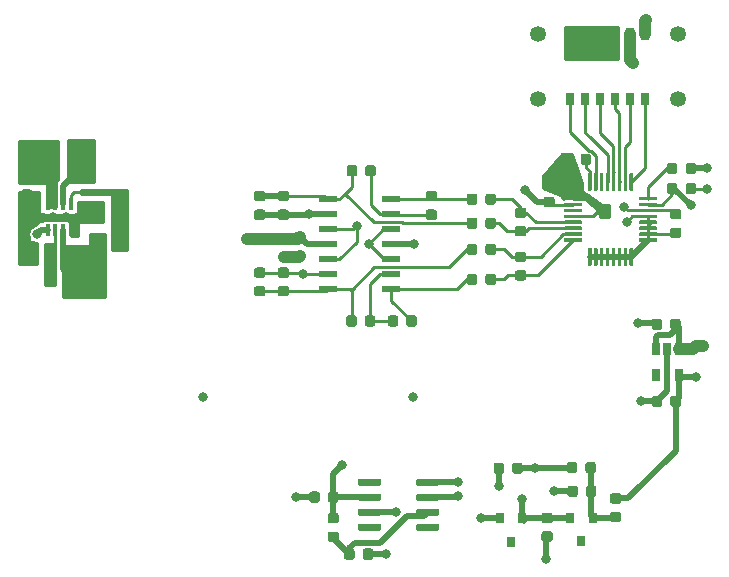
<source format=gbr>
G04 #@! TF.GenerationSoftware,KiCad,Pcbnew,(5.1.5-0)*
G04 #@! TF.CreationDate,2020-12-17T20:40:06-08:00*
G04 #@! TF.ProjectId,Luminometer_ADC_concept,4c756d69-6e6f-46d6-9574-65725f414443,rev?*
G04 #@! TF.SameCoordinates,Original*
G04 #@! TF.FileFunction,Copper,L1,Top*
G04 #@! TF.FilePolarity,Positive*
%FSLAX46Y46*%
G04 Gerber Fmt 4.6, Leading zero omitted, Abs format (unit mm)*
G04 Created by KiCad (PCBNEW (5.1.5-0)) date 2020-12-17 20:40:06*
%MOMM*%
%LPD*%
G04 APERTURE LIST*
%ADD10C,1.350000*%
%ADD11R,0.800000X1.100000*%
%ADD12C,0.100000*%
%ADD13R,0.800000X0.900000*%
%ADD14R,1.500000X0.550000*%
%ADD15R,1.300000X3.400000*%
%ADD16R,0.400000X1.060000*%
%ADD17R,0.650000X1.060000*%
%ADD18C,0.800000*%
%ADD19C,0.500000*%
%ADD20C,0.250000*%
%ADD21C,1.000000*%
%ADD22C,0.200000*%
%ADD23C,0.254000*%
G04 APERTURE END LIST*
D10*
X162065000Y-88750000D03*
X173935000Y-88750000D03*
X173935000Y-83250000D03*
X162065000Y-83250000D03*
D11*
X164825000Y-88750000D03*
X166095000Y-88750000D03*
X167365000Y-88750000D03*
X171175000Y-83250000D03*
X169905000Y-83250000D03*
X164825000Y-83250000D03*
X168635000Y-88750000D03*
X169905000Y-88750000D03*
X171175000Y-88750000D03*
X166095000Y-83250000D03*
X167365000Y-83250000D03*
X168635000Y-83250000D03*
G04 #@! TA.AperFunction,SMDPad,CuDef*
D12*
G36*
X159002691Y-119526053D02*
G01*
X159023926Y-119529203D01*
X159044750Y-119534419D01*
X159064962Y-119541651D01*
X159084368Y-119550830D01*
X159102781Y-119561866D01*
X159120024Y-119574654D01*
X159135930Y-119589070D01*
X159150346Y-119604976D01*
X159163134Y-119622219D01*
X159174170Y-119640632D01*
X159183349Y-119660038D01*
X159190581Y-119680250D01*
X159195797Y-119701074D01*
X159198947Y-119722309D01*
X159200000Y-119743750D01*
X159200000Y-120256250D01*
X159198947Y-120277691D01*
X159195797Y-120298926D01*
X159190581Y-120319750D01*
X159183349Y-120339962D01*
X159174170Y-120359368D01*
X159163134Y-120377781D01*
X159150346Y-120395024D01*
X159135930Y-120410930D01*
X159120024Y-120425346D01*
X159102781Y-120438134D01*
X159084368Y-120449170D01*
X159064962Y-120458349D01*
X159044750Y-120465581D01*
X159023926Y-120470797D01*
X159002691Y-120473947D01*
X158981250Y-120475000D01*
X158543750Y-120475000D01*
X158522309Y-120473947D01*
X158501074Y-120470797D01*
X158480250Y-120465581D01*
X158460038Y-120458349D01*
X158440632Y-120449170D01*
X158422219Y-120438134D01*
X158404976Y-120425346D01*
X158389070Y-120410930D01*
X158374654Y-120395024D01*
X158361866Y-120377781D01*
X158350830Y-120359368D01*
X158341651Y-120339962D01*
X158334419Y-120319750D01*
X158329203Y-120298926D01*
X158326053Y-120277691D01*
X158325000Y-120256250D01*
X158325000Y-119743750D01*
X158326053Y-119722309D01*
X158329203Y-119701074D01*
X158334419Y-119680250D01*
X158341651Y-119660038D01*
X158350830Y-119640632D01*
X158361866Y-119622219D01*
X158374654Y-119604976D01*
X158389070Y-119589070D01*
X158404976Y-119574654D01*
X158422219Y-119561866D01*
X158440632Y-119550830D01*
X158460038Y-119541651D01*
X158480250Y-119534419D01*
X158501074Y-119529203D01*
X158522309Y-119526053D01*
X158543750Y-119525000D01*
X158981250Y-119525000D01*
X159002691Y-119526053D01*
G37*
G04 #@! TD.AperFunction*
G04 #@! TA.AperFunction,SMDPad,CuDef*
G36*
X160577691Y-119526053D02*
G01*
X160598926Y-119529203D01*
X160619750Y-119534419D01*
X160639962Y-119541651D01*
X160659368Y-119550830D01*
X160677781Y-119561866D01*
X160695024Y-119574654D01*
X160710930Y-119589070D01*
X160725346Y-119604976D01*
X160738134Y-119622219D01*
X160749170Y-119640632D01*
X160758349Y-119660038D01*
X160765581Y-119680250D01*
X160770797Y-119701074D01*
X160773947Y-119722309D01*
X160775000Y-119743750D01*
X160775000Y-120256250D01*
X160773947Y-120277691D01*
X160770797Y-120298926D01*
X160765581Y-120319750D01*
X160758349Y-120339962D01*
X160749170Y-120359368D01*
X160738134Y-120377781D01*
X160725346Y-120395024D01*
X160710930Y-120410930D01*
X160695024Y-120425346D01*
X160677781Y-120438134D01*
X160659368Y-120449170D01*
X160639962Y-120458349D01*
X160619750Y-120465581D01*
X160598926Y-120470797D01*
X160577691Y-120473947D01*
X160556250Y-120475000D01*
X160118750Y-120475000D01*
X160097309Y-120473947D01*
X160076074Y-120470797D01*
X160055250Y-120465581D01*
X160035038Y-120458349D01*
X160015632Y-120449170D01*
X159997219Y-120438134D01*
X159979976Y-120425346D01*
X159964070Y-120410930D01*
X159949654Y-120395024D01*
X159936866Y-120377781D01*
X159925830Y-120359368D01*
X159916651Y-120339962D01*
X159909419Y-120319750D01*
X159904203Y-120298926D01*
X159901053Y-120277691D01*
X159900000Y-120256250D01*
X159900000Y-119743750D01*
X159901053Y-119722309D01*
X159904203Y-119701074D01*
X159909419Y-119680250D01*
X159916651Y-119660038D01*
X159925830Y-119640632D01*
X159936866Y-119622219D01*
X159949654Y-119604976D01*
X159964070Y-119589070D01*
X159979976Y-119574654D01*
X159997219Y-119561866D01*
X160015632Y-119550830D01*
X160035038Y-119541651D01*
X160055250Y-119534419D01*
X160076074Y-119529203D01*
X160097309Y-119526053D01*
X160118750Y-119525000D01*
X160556250Y-119525000D01*
X160577691Y-119526053D01*
G37*
G04 #@! TD.AperFunction*
G04 #@! TA.AperFunction,SMDPad,CuDef*
G36*
X165202691Y-119476053D02*
G01*
X165223926Y-119479203D01*
X165244750Y-119484419D01*
X165264962Y-119491651D01*
X165284368Y-119500830D01*
X165302781Y-119511866D01*
X165320024Y-119524654D01*
X165335930Y-119539070D01*
X165350346Y-119554976D01*
X165363134Y-119572219D01*
X165374170Y-119590632D01*
X165383349Y-119610038D01*
X165390581Y-119630250D01*
X165395797Y-119651074D01*
X165398947Y-119672309D01*
X165400000Y-119693750D01*
X165400000Y-120206250D01*
X165398947Y-120227691D01*
X165395797Y-120248926D01*
X165390581Y-120269750D01*
X165383349Y-120289962D01*
X165374170Y-120309368D01*
X165363134Y-120327781D01*
X165350346Y-120345024D01*
X165335930Y-120360930D01*
X165320024Y-120375346D01*
X165302781Y-120388134D01*
X165284368Y-120399170D01*
X165264962Y-120408349D01*
X165244750Y-120415581D01*
X165223926Y-120420797D01*
X165202691Y-120423947D01*
X165181250Y-120425000D01*
X164743750Y-120425000D01*
X164722309Y-120423947D01*
X164701074Y-120420797D01*
X164680250Y-120415581D01*
X164660038Y-120408349D01*
X164640632Y-120399170D01*
X164622219Y-120388134D01*
X164604976Y-120375346D01*
X164589070Y-120360930D01*
X164574654Y-120345024D01*
X164561866Y-120327781D01*
X164550830Y-120309368D01*
X164541651Y-120289962D01*
X164534419Y-120269750D01*
X164529203Y-120248926D01*
X164526053Y-120227691D01*
X164525000Y-120206250D01*
X164525000Y-119693750D01*
X164526053Y-119672309D01*
X164529203Y-119651074D01*
X164534419Y-119630250D01*
X164541651Y-119610038D01*
X164550830Y-119590632D01*
X164561866Y-119572219D01*
X164574654Y-119554976D01*
X164589070Y-119539070D01*
X164604976Y-119524654D01*
X164622219Y-119511866D01*
X164640632Y-119500830D01*
X164660038Y-119491651D01*
X164680250Y-119484419D01*
X164701074Y-119479203D01*
X164722309Y-119476053D01*
X164743750Y-119475000D01*
X165181250Y-119475000D01*
X165202691Y-119476053D01*
G37*
G04 #@! TD.AperFunction*
G04 #@! TA.AperFunction,SMDPad,CuDef*
G36*
X166777691Y-119476053D02*
G01*
X166798926Y-119479203D01*
X166819750Y-119484419D01*
X166839962Y-119491651D01*
X166859368Y-119500830D01*
X166877781Y-119511866D01*
X166895024Y-119524654D01*
X166910930Y-119539070D01*
X166925346Y-119554976D01*
X166938134Y-119572219D01*
X166949170Y-119590632D01*
X166958349Y-119610038D01*
X166965581Y-119630250D01*
X166970797Y-119651074D01*
X166973947Y-119672309D01*
X166975000Y-119693750D01*
X166975000Y-120206250D01*
X166973947Y-120227691D01*
X166970797Y-120248926D01*
X166965581Y-120269750D01*
X166958349Y-120289962D01*
X166949170Y-120309368D01*
X166938134Y-120327781D01*
X166925346Y-120345024D01*
X166910930Y-120360930D01*
X166895024Y-120375346D01*
X166877781Y-120388134D01*
X166859368Y-120399170D01*
X166839962Y-120408349D01*
X166819750Y-120415581D01*
X166798926Y-120420797D01*
X166777691Y-120423947D01*
X166756250Y-120425000D01*
X166318750Y-120425000D01*
X166297309Y-120423947D01*
X166276074Y-120420797D01*
X166255250Y-120415581D01*
X166235038Y-120408349D01*
X166215632Y-120399170D01*
X166197219Y-120388134D01*
X166179976Y-120375346D01*
X166164070Y-120360930D01*
X166149654Y-120345024D01*
X166136866Y-120327781D01*
X166125830Y-120309368D01*
X166116651Y-120289962D01*
X166109419Y-120269750D01*
X166104203Y-120248926D01*
X166101053Y-120227691D01*
X166100000Y-120206250D01*
X166100000Y-119693750D01*
X166101053Y-119672309D01*
X166104203Y-119651074D01*
X166109419Y-119630250D01*
X166116651Y-119610038D01*
X166125830Y-119590632D01*
X166136866Y-119572219D01*
X166149654Y-119554976D01*
X166164070Y-119539070D01*
X166179976Y-119524654D01*
X166197219Y-119511866D01*
X166215632Y-119500830D01*
X166235038Y-119491651D01*
X166255250Y-119484419D01*
X166276074Y-119479203D01*
X166297309Y-119476053D01*
X166318750Y-119475000D01*
X166756250Y-119475000D01*
X166777691Y-119476053D01*
G37*
G04 #@! TD.AperFunction*
G04 #@! TA.AperFunction,SMDPad,CuDef*
G36*
X163293691Y-95444553D02*
G01*
X163314926Y-95447703D01*
X163335750Y-95452919D01*
X163355962Y-95460151D01*
X163375368Y-95469330D01*
X163393781Y-95480366D01*
X163411024Y-95493154D01*
X163426930Y-95507570D01*
X163441346Y-95523476D01*
X163454134Y-95540719D01*
X163465170Y-95559132D01*
X163474349Y-95578538D01*
X163481581Y-95598750D01*
X163486797Y-95619574D01*
X163489947Y-95640809D01*
X163491000Y-95662250D01*
X163491000Y-96099750D01*
X163489947Y-96121191D01*
X163486797Y-96142426D01*
X163481581Y-96163250D01*
X163474349Y-96183462D01*
X163465170Y-96202868D01*
X163454134Y-96221281D01*
X163441346Y-96238524D01*
X163426930Y-96254430D01*
X163411024Y-96268846D01*
X163393781Y-96281634D01*
X163375368Y-96292670D01*
X163355962Y-96301849D01*
X163335750Y-96309081D01*
X163314926Y-96314297D01*
X163293691Y-96317447D01*
X163272250Y-96318500D01*
X162759750Y-96318500D01*
X162738309Y-96317447D01*
X162717074Y-96314297D01*
X162696250Y-96309081D01*
X162676038Y-96301849D01*
X162656632Y-96292670D01*
X162638219Y-96281634D01*
X162620976Y-96268846D01*
X162605070Y-96254430D01*
X162590654Y-96238524D01*
X162577866Y-96221281D01*
X162566830Y-96202868D01*
X162557651Y-96183462D01*
X162550419Y-96163250D01*
X162545203Y-96142426D01*
X162542053Y-96121191D01*
X162541000Y-96099750D01*
X162541000Y-95662250D01*
X162542053Y-95640809D01*
X162545203Y-95619574D01*
X162550419Y-95598750D01*
X162557651Y-95578538D01*
X162566830Y-95559132D01*
X162577866Y-95540719D01*
X162590654Y-95523476D01*
X162605070Y-95507570D01*
X162620976Y-95493154D01*
X162638219Y-95480366D01*
X162656632Y-95469330D01*
X162676038Y-95460151D01*
X162696250Y-95452919D01*
X162717074Y-95447703D01*
X162738309Y-95444553D01*
X162759750Y-95443500D01*
X163272250Y-95443500D01*
X163293691Y-95444553D01*
G37*
G04 #@! TD.AperFunction*
G04 #@! TA.AperFunction,SMDPad,CuDef*
G36*
X163293691Y-97019553D02*
G01*
X163314926Y-97022703D01*
X163335750Y-97027919D01*
X163355962Y-97035151D01*
X163375368Y-97044330D01*
X163393781Y-97055366D01*
X163411024Y-97068154D01*
X163426930Y-97082570D01*
X163441346Y-97098476D01*
X163454134Y-97115719D01*
X163465170Y-97134132D01*
X163474349Y-97153538D01*
X163481581Y-97173750D01*
X163486797Y-97194574D01*
X163489947Y-97215809D01*
X163491000Y-97237250D01*
X163491000Y-97674750D01*
X163489947Y-97696191D01*
X163486797Y-97717426D01*
X163481581Y-97738250D01*
X163474349Y-97758462D01*
X163465170Y-97777868D01*
X163454134Y-97796281D01*
X163441346Y-97813524D01*
X163426930Y-97829430D01*
X163411024Y-97843846D01*
X163393781Y-97856634D01*
X163375368Y-97867670D01*
X163355962Y-97876849D01*
X163335750Y-97884081D01*
X163314926Y-97889297D01*
X163293691Y-97892447D01*
X163272250Y-97893500D01*
X162759750Y-97893500D01*
X162738309Y-97892447D01*
X162717074Y-97889297D01*
X162696250Y-97884081D01*
X162676038Y-97876849D01*
X162656632Y-97867670D01*
X162638219Y-97856634D01*
X162620976Y-97843846D01*
X162605070Y-97829430D01*
X162590654Y-97813524D01*
X162577866Y-97796281D01*
X162566830Y-97777868D01*
X162557651Y-97758462D01*
X162550419Y-97738250D01*
X162545203Y-97717426D01*
X162542053Y-97696191D01*
X162541000Y-97674750D01*
X162541000Y-97237250D01*
X162542053Y-97215809D01*
X162545203Y-97194574D01*
X162550419Y-97173750D01*
X162557651Y-97153538D01*
X162566830Y-97134132D01*
X162577866Y-97115719D01*
X162590654Y-97098476D01*
X162605070Y-97082570D01*
X162620976Y-97068154D01*
X162638219Y-97055366D01*
X162656632Y-97044330D01*
X162676038Y-97035151D01*
X162696250Y-97027919D01*
X162717074Y-97022703D01*
X162738309Y-97019553D01*
X162759750Y-97018500D01*
X163272250Y-97018500D01*
X163293691Y-97019553D01*
G37*
G04 #@! TD.AperFunction*
G04 #@! TA.AperFunction,SMDPad,CuDef*
G36*
X126627691Y-100226053D02*
G01*
X126648926Y-100229203D01*
X126669750Y-100234419D01*
X126689962Y-100241651D01*
X126709368Y-100250830D01*
X126727781Y-100261866D01*
X126745024Y-100274654D01*
X126760930Y-100289070D01*
X126775346Y-100304976D01*
X126788134Y-100322219D01*
X126799170Y-100340632D01*
X126808349Y-100360038D01*
X126815581Y-100380250D01*
X126820797Y-100401074D01*
X126823947Y-100422309D01*
X126825000Y-100443750D01*
X126825000Y-100956250D01*
X126823947Y-100977691D01*
X126820797Y-100998926D01*
X126815581Y-101019750D01*
X126808349Y-101039962D01*
X126799170Y-101059368D01*
X126788134Y-101077781D01*
X126775346Y-101095024D01*
X126760930Y-101110930D01*
X126745024Y-101125346D01*
X126727781Y-101138134D01*
X126709368Y-101149170D01*
X126689962Y-101158349D01*
X126669750Y-101165581D01*
X126648926Y-101170797D01*
X126627691Y-101173947D01*
X126606250Y-101175000D01*
X126168750Y-101175000D01*
X126147309Y-101173947D01*
X126126074Y-101170797D01*
X126105250Y-101165581D01*
X126085038Y-101158349D01*
X126065632Y-101149170D01*
X126047219Y-101138134D01*
X126029976Y-101125346D01*
X126014070Y-101110930D01*
X125999654Y-101095024D01*
X125986866Y-101077781D01*
X125975830Y-101059368D01*
X125966651Y-101039962D01*
X125959419Y-101019750D01*
X125954203Y-100998926D01*
X125951053Y-100977691D01*
X125950000Y-100956250D01*
X125950000Y-100443750D01*
X125951053Y-100422309D01*
X125954203Y-100401074D01*
X125959419Y-100380250D01*
X125966651Y-100360038D01*
X125975830Y-100340632D01*
X125986866Y-100322219D01*
X125999654Y-100304976D01*
X126014070Y-100289070D01*
X126029976Y-100274654D01*
X126047219Y-100261866D01*
X126065632Y-100250830D01*
X126085038Y-100241651D01*
X126105250Y-100234419D01*
X126126074Y-100229203D01*
X126147309Y-100226053D01*
X126168750Y-100225000D01*
X126606250Y-100225000D01*
X126627691Y-100226053D01*
G37*
G04 #@! TD.AperFunction*
G04 #@! TA.AperFunction,SMDPad,CuDef*
G36*
X125052691Y-100226053D02*
G01*
X125073926Y-100229203D01*
X125094750Y-100234419D01*
X125114962Y-100241651D01*
X125134368Y-100250830D01*
X125152781Y-100261866D01*
X125170024Y-100274654D01*
X125185930Y-100289070D01*
X125200346Y-100304976D01*
X125213134Y-100322219D01*
X125224170Y-100340632D01*
X125233349Y-100360038D01*
X125240581Y-100380250D01*
X125245797Y-100401074D01*
X125248947Y-100422309D01*
X125250000Y-100443750D01*
X125250000Y-100956250D01*
X125248947Y-100977691D01*
X125245797Y-100998926D01*
X125240581Y-101019750D01*
X125233349Y-101039962D01*
X125224170Y-101059368D01*
X125213134Y-101077781D01*
X125200346Y-101095024D01*
X125185930Y-101110930D01*
X125170024Y-101125346D01*
X125152781Y-101138134D01*
X125134368Y-101149170D01*
X125114962Y-101158349D01*
X125094750Y-101165581D01*
X125073926Y-101170797D01*
X125052691Y-101173947D01*
X125031250Y-101175000D01*
X124593750Y-101175000D01*
X124572309Y-101173947D01*
X124551074Y-101170797D01*
X124530250Y-101165581D01*
X124510038Y-101158349D01*
X124490632Y-101149170D01*
X124472219Y-101138134D01*
X124454976Y-101125346D01*
X124439070Y-101110930D01*
X124424654Y-101095024D01*
X124411866Y-101077781D01*
X124400830Y-101059368D01*
X124391651Y-101039962D01*
X124384419Y-101019750D01*
X124379203Y-100998926D01*
X124376053Y-100977691D01*
X124375000Y-100956250D01*
X124375000Y-100443750D01*
X124376053Y-100422309D01*
X124379203Y-100401074D01*
X124384419Y-100380250D01*
X124391651Y-100360038D01*
X124400830Y-100340632D01*
X124411866Y-100322219D01*
X124424654Y-100304976D01*
X124439070Y-100289070D01*
X124454976Y-100274654D01*
X124472219Y-100261866D01*
X124490632Y-100250830D01*
X124510038Y-100241651D01*
X124530250Y-100234419D01*
X124551074Y-100229203D01*
X124572309Y-100226053D01*
X124593750Y-100225000D01*
X125031250Y-100225000D01*
X125052691Y-100226053D01*
G37*
G04 #@! TD.AperFunction*
G04 #@! TA.AperFunction,SMDPad,CuDef*
G36*
X119077691Y-96401053D02*
G01*
X119098926Y-96404203D01*
X119119750Y-96409419D01*
X119139962Y-96416651D01*
X119159368Y-96425830D01*
X119177781Y-96436866D01*
X119195024Y-96449654D01*
X119210930Y-96464070D01*
X119225346Y-96479976D01*
X119238134Y-96497219D01*
X119249170Y-96515632D01*
X119258349Y-96535038D01*
X119265581Y-96555250D01*
X119270797Y-96576074D01*
X119273947Y-96597309D01*
X119275000Y-96618750D01*
X119275000Y-97056250D01*
X119273947Y-97077691D01*
X119270797Y-97098926D01*
X119265581Y-97119750D01*
X119258349Y-97139962D01*
X119249170Y-97159368D01*
X119238134Y-97177781D01*
X119225346Y-97195024D01*
X119210930Y-97210930D01*
X119195024Y-97225346D01*
X119177781Y-97238134D01*
X119159368Y-97249170D01*
X119139962Y-97258349D01*
X119119750Y-97265581D01*
X119098926Y-97270797D01*
X119077691Y-97273947D01*
X119056250Y-97275000D01*
X118543750Y-97275000D01*
X118522309Y-97273947D01*
X118501074Y-97270797D01*
X118480250Y-97265581D01*
X118460038Y-97258349D01*
X118440632Y-97249170D01*
X118422219Y-97238134D01*
X118404976Y-97225346D01*
X118389070Y-97210930D01*
X118374654Y-97195024D01*
X118361866Y-97177781D01*
X118350830Y-97159368D01*
X118341651Y-97139962D01*
X118334419Y-97119750D01*
X118329203Y-97098926D01*
X118326053Y-97077691D01*
X118325000Y-97056250D01*
X118325000Y-96618750D01*
X118326053Y-96597309D01*
X118329203Y-96576074D01*
X118334419Y-96555250D01*
X118341651Y-96535038D01*
X118350830Y-96515632D01*
X118361866Y-96497219D01*
X118374654Y-96479976D01*
X118389070Y-96464070D01*
X118404976Y-96449654D01*
X118422219Y-96436866D01*
X118440632Y-96425830D01*
X118460038Y-96416651D01*
X118480250Y-96409419D01*
X118501074Y-96404203D01*
X118522309Y-96401053D01*
X118543750Y-96400000D01*
X119056250Y-96400000D01*
X119077691Y-96401053D01*
G37*
G04 #@! TD.AperFunction*
G04 #@! TA.AperFunction,SMDPad,CuDef*
G36*
X119077691Y-94826053D02*
G01*
X119098926Y-94829203D01*
X119119750Y-94834419D01*
X119139962Y-94841651D01*
X119159368Y-94850830D01*
X119177781Y-94861866D01*
X119195024Y-94874654D01*
X119210930Y-94889070D01*
X119225346Y-94904976D01*
X119238134Y-94922219D01*
X119249170Y-94940632D01*
X119258349Y-94960038D01*
X119265581Y-94980250D01*
X119270797Y-95001074D01*
X119273947Y-95022309D01*
X119275000Y-95043750D01*
X119275000Y-95481250D01*
X119273947Y-95502691D01*
X119270797Y-95523926D01*
X119265581Y-95544750D01*
X119258349Y-95564962D01*
X119249170Y-95584368D01*
X119238134Y-95602781D01*
X119225346Y-95620024D01*
X119210930Y-95635930D01*
X119195024Y-95650346D01*
X119177781Y-95663134D01*
X119159368Y-95674170D01*
X119139962Y-95683349D01*
X119119750Y-95690581D01*
X119098926Y-95695797D01*
X119077691Y-95698947D01*
X119056250Y-95700000D01*
X118543750Y-95700000D01*
X118522309Y-95698947D01*
X118501074Y-95695797D01*
X118480250Y-95690581D01*
X118460038Y-95683349D01*
X118440632Y-95674170D01*
X118422219Y-95663134D01*
X118404976Y-95650346D01*
X118389070Y-95635930D01*
X118374654Y-95620024D01*
X118361866Y-95602781D01*
X118350830Y-95584368D01*
X118341651Y-95564962D01*
X118334419Y-95544750D01*
X118329203Y-95523926D01*
X118326053Y-95502691D01*
X118325000Y-95481250D01*
X118325000Y-95043750D01*
X118326053Y-95022309D01*
X118329203Y-95001074D01*
X118334419Y-94980250D01*
X118341651Y-94960038D01*
X118350830Y-94940632D01*
X118361866Y-94922219D01*
X118374654Y-94904976D01*
X118389070Y-94889070D01*
X118404976Y-94874654D01*
X118422219Y-94861866D01*
X118440632Y-94850830D01*
X118460038Y-94841651D01*
X118480250Y-94834419D01*
X118501074Y-94829203D01*
X118522309Y-94826053D01*
X118543750Y-94825000D01*
X119056250Y-94825000D01*
X119077691Y-94826053D01*
G37*
G04 #@! TD.AperFunction*
G04 #@! TA.AperFunction,SMDPad,CuDef*
G36*
X165252691Y-121476053D02*
G01*
X165273926Y-121479203D01*
X165294750Y-121484419D01*
X165314962Y-121491651D01*
X165334368Y-121500830D01*
X165352781Y-121511866D01*
X165370024Y-121524654D01*
X165385930Y-121539070D01*
X165400346Y-121554976D01*
X165413134Y-121572219D01*
X165424170Y-121590632D01*
X165433349Y-121610038D01*
X165440581Y-121630250D01*
X165445797Y-121651074D01*
X165448947Y-121672309D01*
X165450000Y-121693750D01*
X165450000Y-122206250D01*
X165448947Y-122227691D01*
X165445797Y-122248926D01*
X165440581Y-122269750D01*
X165433349Y-122289962D01*
X165424170Y-122309368D01*
X165413134Y-122327781D01*
X165400346Y-122345024D01*
X165385930Y-122360930D01*
X165370024Y-122375346D01*
X165352781Y-122388134D01*
X165334368Y-122399170D01*
X165314962Y-122408349D01*
X165294750Y-122415581D01*
X165273926Y-122420797D01*
X165252691Y-122423947D01*
X165231250Y-122425000D01*
X164793750Y-122425000D01*
X164772309Y-122423947D01*
X164751074Y-122420797D01*
X164730250Y-122415581D01*
X164710038Y-122408349D01*
X164690632Y-122399170D01*
X164672219Y-122388134D01*
X164654976Y-122375346D01*
X164639070Y-122360930D01*
X164624654Y-122345024D01*
X164611866Y-122327781D01*
X164600830Y-122309368D01*
X164591651Y-122289962D01*
X164584419Y-122269750D01*
X164579203Y-122248926D01*
X164576053Y-122227691D01*
X164575000Y-122206250D01*
X164575000Y-121693750D01*
X164576053Y-121672309D01*
X164579203Y-121651074D01*
X164584419Y-121630250D01*
X164591651Y-121610038D01*
X164600830Y-121590632D01*
X164611866Y-121572219D01*
X164624654Y-121554976D01*
X164639070Y-121539070D01*
X164654976Y-121524654D01*
X164672219Y-121511866D01*
X164690632Y-121500830D01*
X164710038Y-121491651D01*
X164730250Y-121484419D01*
X164751074Y-121479203D01*
X164772309Y-121476053D01*
X164793750Y-121475000D01*
X165231250Y-121475000D01*
X165252691Y-121476053D01*
G37*
G04 #@! TD.AperFunction*
G04 #@! TA.AperFunction,SMDPad,CuDef*
G36*
X166827691Y-121476053D02*
G01*
X166848926Y-121479203D01*
X166869750Y-121484419D01*
X166889962Y-121491651D01*
X166909368Y-121500830D01*
X166927781Y-121511866D01*
X166945024Y-121524654D01*
X166960930Y-121539070D01*
X166975346Y-121554976D01*
X166988134Y-121572219D01*
X166999170Y-121590632D01*
X167008349Y-121610038D01*
X167015581Y-121630250D01*
X167020797Y-121651074D01*
X167023947Y-121672309D01*
X167025000Y-121693750D01*
X167025000Y-122206250D01*
X167023947Y-122227691D01*
X167020797Y-122248926D01*
X167015581Y-122269750D01*
X167008349Y-122289962D01*
X166999170Y-122309368D01*
X166988134Y-122327781D01*
X166975346Y-122345024D01*
X166960930Y-122360930D01*
X166945024Y-122375346D01*
X166927781Y-122388134D01*
X166909368Y-122399170D01*
X166889962Y-122408349D01*
X166869750Y-122415581D01*
X166848926Y-122420797D01*
X166827691Y-122423947D01*
X166806250Y-122425000D01*
X166368750Y-122425000D01*
X166347309Y-122423947D01*
X166326074Y-122420797D01*
X166305250Y-122415581D01*
X166285038Y-122408349D01*
X166265632Y-122399170D01*
X166247219Y-122388134D01*
X166229976Y-122375346D01*
X166214070Y-122360930D01*
X166199654Y-122345024D01*
X166186866Y-122327781D01*
X166175830Y-122309368D01*
X166166651Y-122289962D01*
X166159419Y-122269750D01*
X166154203Y-122248926D01*
X166151053Y-122227691D01*
X166150000Y-122206250D01*
X166150000Y-121693750D01*
X166151053Y-121672309D01*
X166154203Y-121651074D01*
X166159419Y-121630250D01*
X166166651Y-121610038D01*
X166175830Y-121590632D01*
X166186866Y-121572219D01*
X166199654Y-121554976D01*
X166214070Y-121539070D01*
X166229976Y-121524654D01*
X166247219Y-121511866D01*
X166265632Y-121500830D01*
X166285038Y-121491651D01*
X166305250Y-121484419D01*
X166326074Y-121479203D01*
X166347309Y-121476053D01*
X166368750Y-121475000D01*
X166806250Y-121475000D01*
X166827691Y-121476053D01*
G37*
G04 #@! TD.AperFunction*
G04 #@! TA.AperFunction,SMDPad,CuDef*
G36*
X163127691Y-125351053D02*
G01*
X163148926Y-125354203D01*
X163169750Y-125359419D01*
X163189962Y-125366651D01*
X163209368Y-125375830D01*
X163227781Y-125386866D01*
X163245024Y-125399654D01*
X163260930Y-125414070D01*
X163275346Y-125429976D01*
X163288134Y-125447219D01*
X163299170Y-125465632D01*
X163308349Y-125485038D01*
X163315581Y-125505250D01*
X163320797Y-125526074D01*
X163323947Y-125547309D01*
X163325000Y-125568750D01*
X163325000Y-126006250D01*
X163323947Y-126027691D01*
X163320797Y-126048926D01*
X163315581Y-126069750D01*
X163308349Y-126089962D01*
X163299170Y-126109368D01*
X163288134Y-126127781D01*
X163275346Y-126145024D01*
X163260930Y-126160930D01*
X163245024Y-126175346D01*
X163227781Y-126188134D01*
X163209368Y-126199170D01*
X163189962Y-126208349D01*
X163169750Y-126215581D01*
X163148926Y-126220797D01*
X163127691Y-126223947D01*
X163106250Y-126225000D01*
X162593750Y-126225000D01*
X162572309Y-126223947D01*
X162551074Y-126220797D01*
X162530250Y-126215581D01*
X162510038Y-126208349D01*
X162490632Y-126199170D01*
X162472219Y-126188134D01*
X162454976Y-126175346D01*
X162439070Y-126160930D01*
X162424654Y-126145024D01*
X162411866Y-126127781D01*
X162400830Y-126109368D01*
X162391651Y-126089962D01*
X162384419Y-126069750D01*
X162379203Y-126048926D01*
X162376053Y-126027691D01*
X162375000Y-126006250D01*
X162375000Y-125568750D01*
X162376053Y-125547309D01*
X162379203Y-125526074D01*
X162384419Y-125505250D01*
X162391651Y-125485038D01*
X162400830Y-125465632D01*
X162411866Y-125447219D01*
X162424654Y-125429976D01*
X162439070Y-125414070D01*
X162454976Y-125399654D01*
X162472219Y-125386866D01*
X162490632Y-125375830D01*
X162510038Y-125366651D01*
X162530250Y-125359419D01*
X162551074Y-125354203D01*
X162572309Y-125351053D01*
X162593750Y-125350000D01*
X163106250Y-125350000D01*
X163127691Y-125351053D01*
G37*
G04 #@! TD.AperFunction*
G04 #@! TA.AperFunction,SMDPad,CuDef*
G36*
X163127691Y-123776053D02*
G01*
X163148926Y-123779203D01*
X163169750Y-123784419D01*
X163189962Y-123791651D01*
X163209368Y-123800830D01*
X163227781Y-123811866D01*
X163245024Y-123824654D01*
X163260930Y-123839070D01*
X163275346Y-123854976D01*
X163288134Y-123872219D01*
X163299170Y-123890632D01*
X163308349Y-123910038D01*
X163315581Y-123930250D01*
X163320797Y-123951074D01*
X163323947Y-123972309D01*
X163325000Y-123993750D01*
X163325000Y-124431250D01*
X163323947Y-124452691D01*
X163320797Y-124473926D01*
X163315581Y-124494750D01*
X163308349Y-124514962D01*
X163299170Y-124534368D01*
X163288134Y-124552781D01*
X163275346Y-124570024D01*
X163260930Y-124585930D01*
X163245024Y-124600346D01*
X163227781Y-124613134D01*
X163209368Y-124624170D01*
X163189962Y-124633349D01*
X163169750Y-124640581D01*
X163148926Y-124645797D01*
X163127691Y-124648947D01*
X163106250Y-124650000D01*
X162593750Y-124650000D01*
X162572309Y-124648947D01*
X162551074Y-124645797D01*
X162530250Y-124640581D01*
X162510038Y-124633349D01*
X162490632Y-124624170D01*
X162472219Y-124613134D01*
X162454976Y-124600346D01*
X162439070Y-124585930D01*
X162424654Y-124570024D01*
X162411866Y-124552781D01*
X162400830Y-124534368D01*
X162391651Y-124514962D01*
X162384419Y-124494750D01*
X162379203Y-124473926D01*
X162376053Y-124452691D01*
X162375000Y-124431250D01*
X162375000Y-123993750D01*
X162376053Y-123972309D01*
X162379203Y-123951074D01*
X162384419Y-123930250D01*
X162391651Y-123910038D01*
X162400830Y-123890632D01*
X162411866Y-123872219D01*
X162424654Y-123854976D01*
X162439070Y-123839070D01*
X162454976Y-123824654D01*
X162472219Y-123811866D01*
X162490632Y-123800830D01*
X162510038Y-123791651D01*
X162530250Y-123784419D01*
X162551074Y-123779203D01*
X162572309Y-123776053D01*
X162593750Y-123775000D01*
X163106250Y-123775000D01*
X163127691Y-123776053D01*
G37*
G04 #@! TD.AperFunction*
G04 #@! TA.AperFunction,SMDPad,CuDef*
G36*
X138803691Y-98098553D02*
G01*
X138824926Y-98101703D01*
X138845750Y-98106919D01*
X138865962Y-98114151D01*
X138885368Y-98123330D01*
X138903781Y-98134366D01*
X138921024Y-98147154D01*
X138936930Y-98161570D01*
X138951346Y-98177476D01*
X138964134Y-98194719D01*
X138975170Y-98213132D01*
X138984349Y-98232538D01*
X138991581Y-98252750D01*
X138996797Y-98273574D01*
X138999947Y-98294809D01*
X139001000Y-98316250D01*
X139001000Y-98753750D01*
X138999947Y-98775191D01*
X138996797Y-98796426D01*
X138991581Y-98817250D01*
X138984349Y-98837462D01*
X138975170Y-98856868D01*
X138964134Y-98875281D01*
X138951346Y-98892524D01*
X138936930Y-98908430D01*
X138921024Y-98922846D01*
X138903781Y-98935634D01*
X138885368Y-98946670D01*
X138865962Y-98955849D01*
X138845750Y-98963081D01*
X138824926Y-98968297D01*
X138803691Y-98971447D01*
X138782250Y-98972500D01*
X138269750Y-98972500D01*
X138248309Y-98971447D01*
X138227074Y-98968297D01*
X138206250Y-98963081D01*
X138186038Y-98955849D01*
X138166632Y-98946670D01*
X138148219Y-98935634D01*
X138130976Y-98922846D01*
X138115070Y-98908430D01*
X138100654Y-98892524D01*
X138087866Y-98875281D01*
X138076830Y-98856868D01*
X138067651Y-98837462D01*
X138060419Y-98817250D01*
X138055203Y-98796426D01*
X138052053Y-98775191D01*
X138051000Y-98753750D01*
X138051000Y-98316250D01*
X138052053Y-98294809D01*
X138055203Y-98273574D01*
X138060419Y-98252750D01*
X138067651Y-98232538D01*
X138076830Y-98213132D01*
X138087866Y-98194719D01*
X138100654Y-98177476D01*
X138115070Y-98161570D01*
X138130976Y-98147154D01*
X138148219Y-98134366D01*
X138166632Y-98123330D01*
X138186038Y-98114151D01*
X138206250Y-98106919D01*
X138227074Y-98101703D01*
X138248309Y-98098553D01*
X138269750Y-98097500D01*
X138782250Y-98097500D01*
X138803691Y-98098553D01*
G37*
G04 #@! TD.AperFunction*
G04 #@! TA.AperFunction,SMDPad,CuDef*
G36*
X138803691Y-96523553D02*
G01*
X138824926Y-96526703D01*
X138845750Y-96531919D01*
X138865962Y-96539151D01*
X138885368Y-96548330D01*
X138903781Y-96559366D01*
X138921024Y-96572154D01*
X138936930Y-96586570D01*
X138951346Y-96602476D01*
X138964134Y-96619719D01*
X138975170Y-96638132D01*
X138984349Y-96657538D01*
X138991581Y-96677750D01*
X138996797Y-96698574D01*
X138999947Y-96719809D01*
X139001000Y-96741250D01*
X139001000Y-97178750D01*
X138999947Y-97200191D01*
X138996797Y-97221426D01*
X138991581Y-97242250D01*
X138984349Y-97262462D01*
X138975170Y-97281868D01*
X138964134Y-97300281D01*
X138951346Y-97317524D01*
X138936930Y-97333430D01*
X138921024Y-97347846D01*
X138903781Y-97360634D01*
X138885368Y-97371670D01*
X138865962Y-97380849D01*
X138845750Y-97388081D01*
X138824926Y-97393297D01*
X138803691Y-97396447D01*
X138782250Y-97397500D01*
X138269750Y-97397500D01*
X138248309Y-97396447D01*
X138227074Y-97393297D01*
X138206250Y-97388081D01*
X138186038Y-97380849D01*
X138166632Y-97371670D01*
X138148219Y-97360634D01*
X138130976Y-97347846D01*
X138115070Y-97333430D01*
X138100654Y-97317524D01*
X138087866Y-97300281D01*
X138076830Y-97281868D01*
X138067651Y-97262462D01*
X138060419Y-97242250D01*
X138055203Y-97221426D01*
X138052053Y-97200191D01*
X138051000Y-97178750D01*
X138051000Y-96741250D01*
X138052053Y-96719809D01*
X138055203Y-96698574D01*
X138060419Y-96677750D01*
X138067651Y-96657538D01*
X138076830Y-96638132D01*
X138087866Y-96619719D01*
X138100654Y-96602476D01*
X138115070Y-96586570D01*
X138130976Y-96572154D01*
X138148219Y-96559366D01*
X138166632Y-96548330D01*
X138186038Y-96539151D01*
X138206250Y-96531919D01*
X138227074Y-96526703D01*
X138248309Y-96523553D01*
X138269750Y-96522500D01*
X138782250Y-96522500D01*
X138803691Y-96523553D01*
G37*
G04 #@! TD.AperFunction*
D13*
X159800000Y-126250000D03*
X158850000Y-124250000D03*
X160750000Y-124250000D03*
G04 #@! TA.AperFunction,SMDPad,CuDef*
D12*
G36*
X140803691Y-104582553D02*
G01*
X140824926Y-104585703D01*
X140845750Y-104590919D01*
X140865962Y-104598151D01*
X140885368Y-104607330D01*
X140903781Y-104618366D01*
X140921024Y-104631154D01*
X140936930Y-104645570D01*
X140951346Y-104661476D01*
X140964134Y-104678719D01*
X140975170Y-104697132D01*
X140984349Y-104716538D01*
X140991581Y-104736750D01*
X140996797Y-104757574D01*
X140999947Y-104778809D01*
X141001000Y-104800250D01*
X141001000Y-105237750D01*
X140999947Y-105259191D01*
X140996797Y-105280426D01*
X140991581Y-105301250D01*
X140984349Y-105321462D01*
X140975170Y-105340868D01*
X140964134Y-105359281D01*
X140951346Y-105376524D01*
X140936930Y-105392430D01*
X140921024Y-105406846D01*
X140903781Y-105419634D01*
X140885368Y-105430670D01*
X140865962Y-105439849D01*
X140845750Y-105447081D01*
X140824926Y-105452297D01*
X140803691Y-105455447D01*
X140782250Y-105456500D01*
X140269750Y-105456500D01*
X140248309Y-105455447D01*
X140227074Y-105452297D01*
X140206250Y-105447081D01*
X140186038Y-105439849D01*
X140166632Y-105430670D01*
X140148219Y-105419634D01*
X140130976Y-105406846D01*
X140115070Y-105392430D01*
X140100654Y-105376524D01*
X140087866Y-105359281D01*
X140076830Y-105340868D01*
X140067651Y-105321462D01*
X140060419Y-105301250D01*
X140055203Y-105280426D01*
X140052053Y-105259191D01*
X140051000Y-105237750D01*
X140051000Y-104800250D01*
X140052053Y-104778809D01*
X140055203Y-104757574D01*
X140060419Y-104736750D01*
X140067651Y-104716538D01*
X140076830Y-104697132D01*
X140087866Y-104678719D01*
X140100654Y-104661476D01*
X140115070Y-104645570D01*
X140130976Y-104631154D01*
X140148219Y-104618366D01*
X140166632Y-104607330D01*
X140186038Y-104598151D01*
X140206250Y-104590919D01*
X140227074Y-104585703D01*
X140248309Y-104582553D01*
X140269750Y-104581500D01*
X140782250Y-104581500D01*
X140803691Y-104582553D01*
G37*
G04 #@! TD.AperFunction*
G04 #@! TA.AperFunction,SMDPad,CuDef*
G36*
X140803691Y-103007553D02*
G01*
X140824926Y-103010703D01*
X140845750Y-103015919D01*
X140865962Y-103023151D01*
X140885368Y-103032330D01*
X140903781Y-103043366D01*
X140921024Y-103056154D01*
X140936930Y-103070570D01*
X140951346Y-103086476D01*
X140964134Y-103103719D01*
X140975170Y-103122132D01*
X140984349Y-103141538D01*
X140991581Y-103161750D01*
X140996797Y-103182574D01*
X140999947Y-103203809D01*
X141001000Y-103225250D01*
X141001000Y-103662750D01*
X140999947Y-103684191D01*
X140996797Y-103705426D01*
X140991581Y-103726250D01*
X140984349Y-103746462D01*
X140975170Y-103765868D01*
X140964134Y-103784281D01*
X140951346Y-103801524D01*
X140936930Y-103817430D01*
X140921024Y-103831846D01*
X140903781Y-103844634D01*
X140885368Y-103855670D01*
X140865962Y-103864849D01*
X140845750Y-103872081D01*
X140824926Y-103877297D01*
X140803691Y-103880447D01*
X140782250Y-103881500D01*
X140269750Y-103881500D01*
X140248309Y-103880447D01*
X140227074Y-103877297D01*
X140206250Y-103872081D01*
X140186038Y-103864849D01*
X140166632Y-103855670D01*
X140148219Y-103844634D01*
X140130976Y-103831846D01*
X140115070Y-103817430D01*
X140100654Y-103801524D01*
X140087866Y-103784281D01*
X140076830Y-103765868D01*
X140067651Y-103746462D01*
X140060419Y-103726250D01*
X140055203Y-103705426D01*
X140052053Y-103684191D01*
X140051000Y-103662750D01*
X140051000Y-103225250D01*
X140052053Y-103203809D01*
X140055203Y-103182574D01*
X140060419Y-103161750D01*
X140067651Y-103141538D01*
X140076830Y-103122132D01*
X140087866Y-103103719D01*
X140100654Y-103086476D01*
X140115070Y-103070570D01*
X140130976Y-103056154D01*
X140148219Y-103043366D01*
X140166632Y-103032330D01*
X140186038Y-103023151D01*
X140206250Y-103015919D01*
X140227074Y-103010703D01*
X140248309Y-103007553D01*
X140269750Y-103006500D01*
X140782250Y-103006500D01*
X140803691Y-103007553D01*
G37*
G04 #@! TD.AperFunction*
G04 #@! TA.AperFunction,SMDPad,CuDef*
G36*
X148111191Y-107061053D02*
G01*
X148132426Y-107064203D01*
X148153250Y-107069419D01*
X148173462Y-107076651D01*
X148192868Y-107085830D01*
X148211281Y-107096866D01*
X148228524Y-107109654D01*
X148244430Y-107124070D01*
X148258846Y-107139976D01*
X148271634Y-107157219D01*
X148282670Y-107175632D01*
X148291849Y-107195038D01*
X148299081Y-107215250D01*
X148304297Y-107236074D01*
X148307447Y-107257309D01*
X148308500Y-107278750D01*
X148308500Y-107791250D01*
X148307447Y-107812691D01*
X148304297Y-107833926D01*
X148299081Y-107854750D01*
X148291849Y-107874962D01*
X148282670Y-107894368D01*
X148271634Y-107912781D01*
X148258846Y-107930024D01*
X148244430Y-107945930D01*
X148228524Y-107960346D01*
X148211281Y-107973134D01*
X148192868Y-107984170D01*
X148173462Y-107993349D01*
X148153250Y-108000581D01*
X148132426Y-108005797D01*
X148111191Y-108008947D01*
X148089750Y-108010000D01*
X147652250Y-108010000D01*
X147630809Y-108008947D01*
X147609574Y-108005797D01*
X147588750Y-108000581D01*
X147568538Y-107993349D01*
X147549132Y-107984170D01*
X147530719Y-107973134D01*
X147513476Y-107960346D01*
X147497570Y-107945930D01*
X147483154Y-107930024D01*
X147470366Y-107912781D01*
X147459330Y-107894368D01*
X147450151Y-107874962D01*
X147442919Y-107854750D01*
X147437703Y-107833926D01*
X147434553Y-107812691D01*
X147433500Y-107791250D01*
X147433500Y-107278750D01*
X147434553Y-107257309D01*
X147437703Y-107236074D01*
X147442919Y-107215250D01*
X147450151Y-107195038D01*
X147459330Y-107175632D01*
X147470366Y-107157219D01*
X147483154Y-107139976D01*
X147497570Y-107124070D01*
X147513476Y-107109654D01*
X147530719Y-107096866D01*
X147549132Y-107085830D01*
X147568538Y-107076651D01*
X147588750Y-107069419D01*
X147609574Y-107064203D01*
X147630809Y-107061053D01*
X147652250Y-107060000D01*
X148089750Y-107060000D01*
X148111191Y-107061053D01*
G37*
G04 #@! TD.AperFunction*
G04 #@! TA.AperFunction,SMDPad,CuDef*
G36*
X146536191Y-107061053D02*
G01*
X146557426Y-107064203D01*
X146578250Y-107069419D01*
X146598462Y-107076651D01*
X146617868Y-107085830D01*
X146636281Y-107096866D01*
X146653524Y-107109654D01*
X146669430Y-107124070D01*
X146683846Y-107139976D01*
X146696634Y-107157219D01*
X146707670Y-107175632D01*
X146716849Y-107195038D01*
X146724081Y-107215250D01*
X146729297Y-107236074D01*
X146732447Y-107257309D01*
X146733500Y-107278750D01*
X146733500Y-107791250D01*
X146732447Y-107812691D01*
X146729297Y-107833926D01*
X146724081Y-107854750D01*
X146716849Y-107874962D01*
X146707670Y-107894368D01*
X146696634Y-107912781D01*
X146683846Y-107930024D01*
X146669430Y-107945930D01*
X146653524Y-107960346D01*
X146636281Y-107973134D01*
X146617868Y-107984170D01*
X146598462Y-107993349D01*
X146578250Y-108000581D01*
X146557426Y-108005797D01*
X146536191Y-108008947D01*
X146514750Y-108010000D01*
X146077250Y-108010000D01*
X146055809Y-108008947D01*
X146034574Y-108005797D01*
X146013750Y-108000581D01*
X145993538Y-107993349D01*
X145974132Y-107984170D01*
X145955719Y-107973134D01*
X145938476Y-107960346D01*
X145922570Y-107945930D01*
X145908154Y-107930024D01*
X145895366Y-107912781D01*
X145884330Y-107894368D01*
X145875151Y-107874962D01*
X145867919Y-107854750D01*
X145862703Y-107833926D01*
X145859553Y-107812691D01*
X145858500Y-107791250D01*
X145858500Y-107278750D01*
X145859553Y-107257309D01*
X145862703Y-107236074D01*
X145867919Y-107215250D01*
X145875151Y-107195038D01*
X145884330Y-107175632D01*
X145895366Y-107157219D01*
X145908154Y-107139976D01*
X145922570Y-107124070D01*
X145938476Y-107109654D01*
X145955719Y-107096866D01*
X145974132Y-107085830D01*
X145993538Y-107076651D01*
X146013750Y-107069419D01*
X146034574Y-107064203D01*
X146055809Y-107061053D01*
X146077250Y-107060000D01*
X146514750Y-107060000D01*
X146536191Y-107061053D01*
G37*
G04 #@! TD.AperFunction*
G04 #@! TA.AperFunction,SMDPad,CuDef*
G36*
X153323691Y-96523553D02*
G01*
X153344926Y-96526703D01*
X153365750Y-96531919D01*
X153385962Y-96539151D01*
X153405368Y-96548330D01*
X153423781Y-96559366D01*
X153441024Y-96572154D01*
X153456930Y-96586570D01*
X153471346Y-96602476D01*
X153484134Y-96619719D01*
X153495170Y-96638132D01*
X153504349Y-96657538D01*
X153511581Y-96677750D01*
X153516797Y-96698574D01*
X153519947Y-96719809D01*
X153521000Y-96741250D01*
X153521000Y-97178750D01*
X153519947Y-97200191D01*
X153516797Y-97221426D01*
X153511581Y-97242250D01*
X153504349Y-97262462D01*
X153495170Y-97281868D01*
X153484134Y-97300281D01*
X153471346Y-97317524D01*
X153456930Y-97333430D01*
X153441024Y-97347846D01*
X153423781Y-97360634D01*
X153405368Y-97371670D01*
X153385962Y-97380849D01*
X153365750Y-97388081D01*
X153344926Y-97393297D01*
X153323691Y-97396447D01*
X153302250Y-97397500D01*
X152789750Y-97397500D01*
X152768309Y-97396447D01*
X152747074Y-97393297D01*
X152726250Y-97388081D01*
X152706038Y-97380849D01*
X152686632Y-97371670D01*
X152668219Y-97360634D01*
X152650976Y-97347846D01*
X152635070Y-97333430D01*
X152620654Y-97317524D01*
X152607866Y-97300281D01*
X152596830Y-97281868D01*
X152587651Y-97262462D01*
X152580419Y-97242250D01*
X152575203Y-97221426D01*
X152572053Y-97200191D01*
X152571000Y-97178750D01*
X152571000Y-96741250D01*
X152572053Y-96719809D01*
X152575203Y-96698574D01*
X152580419Y-96677750D01*
X152587651Y-96657538D01*
X152596830Y-96638132D01*
X152607866Y-96619719D01*
X152620654Y-96602476D01*
X152635070Y-96586570D01*
X152650976Y-96572154D01*
X152668219Y-96559366D01*
X152686632Y-96548330D01*
X152706038Y-96539151D01*
X152726250Y-96531919D01*
X152747074Y-96526703D01*
X152768309Y-96523553D01*
X152789750Y-96522500D01*
X153302250Y-96522500D01*
X153323691Y-96523553D01*
G37*
G04 #@! TD.AperFunction*
G04 #@! TA.AperFunction,SMDPad,CuDef*
G36*
X153323691Y-98098553D02*
G01*
X153344926Y-98101703D01*
X153365750Y-98106919D01*
X153385962Y-98114151D01*
X153405368Y-98123330D01*
X153423781Y-98134366D01*
X153441024Y-98147154D01*
X153456930Y-98161570D01*
X153471346Y-98177476D01*
X153484134Y-98194719D01*
X153495170Y-98213132D01*
X153504349Y-98232538D01*
X153511581Y-98252750D01*
X153516797Y-98273574D01*
X153519947Y-98294809D01*
X153521000Y-98316250D01*
X153521000Y-98753750D01*
X153519947Y-98775191D01*
X153516797Y-98796426D01*
X153511581Y-98817250D01*
X153504349Y-98837462D01*
X153495170Y-98856868D01*
X153484134Y-98875281D01*
X153471346Y-98892524D01*
X153456930Y-98908430D01*
X153441024Y-98922846D01*
X153423781Y-98935634D01*
X153405368Y-98946670D01*
X153385962Y-98955849D01*
X153365750Y-98963081D01*
X153344926Y-98968297D01*
X153323691Y-98971447D01*
X153302250Y-98972500D01*
X152789750Y-98972500D01*
X152768309Y-98971447D01*
X152747074Y-98968297D01*
X152726250Y-98963081D01*
X152706038Y-98955849D01*
X152686632Y-98946670D01*
X152668219Y-98935634D01*
X152650976Y-98922846D01*
X152635070Y-98908430D01*
X152620654Y-98892524D01*
X152607866Y-98875281D01*
X152596830Y-98856868D01*
X152587651Y-98837462D01*
X152580419Y-98817250D01*
X152575203Y-98796426D01*
X152572053Y-98775191D01*
X152571000Y-98753750D01*
X152571000Y-98316250D01*
X152572053Y-98294809D01*
X152575203Y-98273574D01*
X152580419Y-98252750D01*
X152587651Y-98232538D01*
X152596830Y-98213132D01*
X152607866Y-98194719D01*
X152620654Y-98177476D01*
X152635070Y-98161570D01*
X152650976Y-98147154D01*
X152668219Y-98134366D01*
X152686632Y-98123330D01*
X152706038Y-98114151D01*
X152726250Y-98106919D01*
X152747074Y-98101703D01*
X152768309Y-98098553D01*
X152789750Y-98097500D01*
X153302250Y-98097500D01*
X153323691Y-98098553D01*
G37*
G04 #@! TD.AperFunction*
G04 #@! TA.AperFunction,SMDPad,CuDef*
G36*
X156736191Y-96749053D02*
G01*
X156757426Y-96752203D01*
X156778250Y-96757419D01*
X156798462Y-96764651D01*
X156817868Y-96773830D01*
X156836281Y-96784866D01*
X156853524Y-96797654D01*
X156869430Y-96812070D01*
X156883846Y-96827976D01*
X156896634Y-96845219D01*
X156907670Y-96863632D01*
X156916849Y-96883038D01*
X156924081Y-96903250D01*
X156929297Y-96924074D01*
X156932447Y-96945309D01*
X156933500Y-96966750D01*
X156933500Y-97479250D01*
X156932447Y-97500691D01*
X156929297Y-97521926D01*
X156924081Y-97542750D01*
X156916849Y-97562962D01*
X156907670Y-97582368D01*
X156896634Y-97600781D01*
X156883846Y-97618024D01*
X156869430Y-97633930D01*
X156853524Y-97648346D01*
X156836281Y-97661134D01*
X156817868Y-97672170D01*
X156798462Y-97681349D01*
X156778250Y-97688581D01*
X156757426Y-97693797D01*
X156736191Y-97696947D01*
X156714750Y-97698000D01*
X156277250Y-97698000D01*
X156255809Y-97696947D01*
X156234574Y-97693797D01*
X156213750Y-97688581D01*
X156193538Y-97681349D01*
X156174132Y-97672170D01*
X156155719Y-97661134D01*
X156138476Y-97648346D01*
X156122570Y-97633930D01*
X156108154Y-97618024D01*
X156095366Y-97600781D01*
X156084330Y-97582368D01*
X156075151Y-97562962D01*
X156067919Y-97542750D01*
X156062703Y-97521926D01*
X156059553Y-97500691D01*
X156058500Y-97479250D01*
X156058500Y-96966750D01*
X156059553Y-96945309D01*
X156062703Y-96924074D01*
X156067919Y-96903250D01*
X156075151Y-96883038D01*
X156084330Y-96863632D01*
X156095366Y-96845219D01*
X156108154Y-96827976D01*
X156122570Y-96812070D01*
X156138476Y-96797654D01*
X156155719Y-96784866D01*
X156174132Y-96773830D01*
X156193538Y-96764651D01*
X156213750Y-96757419D01*
X156234574Y-96752203D01*
X156255809Y-96749053D01*
X156277250Y-96748000D01*
X156714750Y-96748000D01*
X156736191Y-96749053D01*
G37*
G04 #@! TD.AperFunction*
G04 #@! TA.AperFunction,SMDPad,CuDef*
G36*
X158311191Y-96749053D02*
G01*
X158332426Y-96752203D01*
X158353250Y-96757419D01*
X158373462Y-96764651D01*
X158392868Y-96773830D01*
X158411281Y-96784866D01*
X158428524Y-96797654D01*
X158444430Y-96812070D01*
X158458846Y-96827976D01*
X158471634Y-96845219D01*
X158482670Y-96863632D01*
X158491849Y-96883038D01*
X158499081Y-96903250D01*
X158504297Y-96924074D01*
X158507447Y-96945309D01*
X158508500Y-96966750D01*
X158508500Y-97479250D01*
X158507447Y-97500691D01*
X158504297Y-97521926D01*
X158499081Y-97542750D01*
X158491849Y-97562962D01*
X158482670Y-97582368D01*
X158471634Y-97600781D01*
X158458846Y-97618024D01*
X158444430Y-97633930D01*
X158428524Y-97648346D01*
X158411281Y-97661134D01*
X158392868Y-97672170D01*
X158373462Y-97681349D01*
X158353250Y-97688581D01*
X158332426Y-97693797D01*
X158311191Y-97696947D01*
X158289750Y-97698000D01*
X157852250Y-97698000D01*
X157830809Y-97696947D01*
X157809574Y-97693797D01*
X157788750Y-97688581D01*
X157768538Y-97681349D01*
X157749132Y-97672170D01*
X157730719Y-97661134D01*
X157713476Y-97648346D01*
X157697570Y-97633930D01*
X157683154Y-97618024D01*
X157670366Y-97600781D01*
X157659330Y-97582368D01*
X157650151Y-97562962D01*
X157642919Y-97542750D01*
X157637703Y-97521926D01*
X157634553Y-97500691D01*
X157633500Y-97479250D01*
X157633500Y-96966750D01*
X157634553Y-96945309D01*
X157637703Y-96924074D01*
X157642919Y-96903250D01*
X157650151Y-96883038D01*
X157659330Y-96863632D01*
X157670366Y-96845219D01*
X157683154Y-96827976D01*
X157697570Y-96812070D01*
X157713476Y-96797654D01*
X157730719Y-96784866D01*
X157749132Y-96773830D01*
X157768538Y-96764651D01*
X157788750Y-96757419D01*
X157809574Y-96752203D01*
X157830809Y-96749053D01*
X157852250Y-96748000D01*
X158289750Y-96748000D01*
X158311191Y-96749053D01*
G37*
G04 #@! TD.AperFunction*
G04 #@! TA.AperFunction,SMDPad,CuDef*
G36*
X156728191Y-100995053D02*
G01*
X156749426Y-100998203D01*
X156770250Y-101003419D01*
X156790462Y-101010651D01*
X156809868Y-101019830D01*
X156828281Y-101030866D01*
X156845524Y-101043654D01*
X156861430Y-101058070D01*
X156875846Y-101073976D01*
X156888634Y-101091219D01*
X156899670Y-101109632D01*
X156908849Y-101129038D01*
X156916081Y-101149250D01*
X156921297Y-101170074D01*
X156924447Y-101191309D01*
X156925500Y-101212750D01*
X156925500Y-101725250D01*
X156924447Y-101746691D01*
X156921297Y-101767926D01*
X156916081Y-101788750D01*
X156908849Y-101808962D01*
X156899670Y-101828368D01*
X156888634Y-101846781D01*
X156875846Y-101864024D01*
X156861430Y-101879930D01*
X156845524Y-101894346D01*
X156828281Y-101907134D01*
X156809868Y-101918170D01*
X156790462Y-101927349D01*
X156770250Y-101934581D01*
X156749426Y-101939797D01*
X156728191Y-101942947D01*
X156706750Y-101944000D01*
X156269250Y-101944000D01*
X156247809Y-101942947D01*
X156226574Y-101939797D01*
X156205750Y-101934581D01*
X156185538Y-101927349D01*
X156166132Y-101918170D01*
X156147719Y-101907134D01*
X156130476Y-101894346D01*
X156114570Y-101879930D01*
X156100154Y-101864024D01*
X156087366Y-101846781D01*
X156076330Y-101828368D01*
X156067151Y-101808962D01*
X156059919Y-101788750D01*
X156054703Y-101767926D01*
X156051553Y-101746691D01*
X156050500Y-101725250D01*
X156050500Y-101212750D01*
X156051553Y-101191309D01*
X156054703Y-101170074D01*
X156059919Y-101149250D01*
X156067151Y-101129038D01*
X156076330Y-101109632D01*
X156087366Y-101091219D01*
X156100154Y-101073976D01*
X156114570Y-101058070D01*
X156130476Y-101043654D01*
X156147719Y-101030866D01*
X156166132Y-101019830D01*
X156185538Y-101010651D01*
X156205750Y-101003419D01*
X156226574Y-100998203D01*
X156247809Y-100995053D01*
X156269250Y-100994000D01*
X156706750Y-100994000D01*
X156728191Y-100995053D01*
G37*
G04 #@! TD.AperFunction*
G04 #@! TA.AperFunction,SMDPad,CuDef*
G36*
X158303191Y-100995053D02*
G01*
X158324426Y-100998203D01*
X158345250Y-101003419D01*
X158365462Y-101010651D01*
X158384868Y-101019830D01*
X158403281Y-101030866D01*
X158420524Y-101043654D01*
X158436430Y-101058070D01*
X158450846Y-101073976D01*
X158463634Y-101091219D01*
X158474670Y-101109632D01*
X158483849Y-101129038D01*
X158491081Y-101149250D01*
X158496297Y-101170074D01*
X158499447Y-101191309D01*
X158500500Y-101212750D01*
X158500500Y-101725250D01*
X158499447Y-101746691D01*
X158496297Y-101767926D01*
X158491081Y-101788750D01*
X158483849Y-101808962D01*
X158474670Y-101828368D01*
X158463634Y-101846781D01*
X158450846Y-101864024D01*
X158436430Y-101879930D01*
X158420524Y-101894346D01*
X158403281Y-101907134D01*
X158384868Y-101918170D01*
X158365462Y-101927349D01*
X158345250Y-101934581D01*
X158324426Y-101939797D01*
X158303191Y-101942947D01*
X158281750Y-101944000D01*
X157844250Y-101944000D01*
X157822809Y-101942947D01*
X157801574Y-101939797D01*
X157780750Y-101934581D01*
X157760538Y-101927349D01*
X157741132Y-101918170D01*
X157722719Y-101907134D01*
X157705476Y-101894346D01*
X157689570Y-101879930D01*
X157675154Y-101864024D01*
X157662366Y-101846781D01*
X157651330Y-101828368D01*
X157642151Y-101808962D01*
X157634919Y-101788750D01*
X157629703Y-101767926D01*
X157626553Y-101746691D01*
X157625500Y-101725250D01*
X157625500Y-101212750D01*
X157626553Y-101191309D01*
X157629703Y-101170074D01*
X157634919Y-101149250D01*
X157642151Y-101129038D01*
X157651330Y-101109632D01*
X157662366Y-101091219D01*
X157675154Y-101073976D01*
X157689570Y-101058070D01*
X157705476Y-101043654D01*
X157722719Y-101030866D01*
X157741132Y-101019830D01*
X157760538Y-101010651D01*
X157780750Y-101003419D01*
X157801574Y-100998203D01*
X157822809Y-100995053D01*
X157844250Y-100994000D01*
X158281750Y-100994000D01*
X158303191Y-100995053D01*
G37*
G04 #@! TD.AperFunction*
G04 #@! TA.AperFunction,SMDPad,CuDef*
G36*
X156728191Y-103535053D02*
G01*
X156749426Y-103538203D01*
X156770250Y-103543419D01*
X156790462Y-103550651D01*
X156809868Y-103559830D01*
X156828281Y-103570866D01*
X156845524Y-103583654D01*
X156861430Y-103598070D01*
X156875846Y-103613976D01*
X156888634Y-103631219D01*
X156899670Y-103649632D01*
X156908849Y-103669038D01*
X156916081Y-103689250D01*
X156921297Y-103710074D01*
X156924447Y-103731309D01*
X156925500Y-103752750D01*
X156925500Y-104265250D01*
X156924447Y-104286691D01*
X156921297Y-104307926D01*
X156916081Y-104328750D01*
X156908849Y-104348962D01*
X156899670Y-104368368D01*
X156888634Y-104386781D01*
X156875846Y-104404024D01*
X156861430Y-104419930D01*
X156845524Y-104434346D01*
X156828281Y-104447134D01*
X156809868Y-104458170D01*
X156790462Y-104467349D01*
X156770250Y-104474581D01*
X156749426Y-104479797D01*
X156728191Y-104482947D01*
X156706750Y-104484000D01*
X156269250Y-104484000D01*
X156247809Y-104482947D01*
X156226574Y-104479797D01*
X156205750Y-104474581D01*
X156185538Y-104467349D01*
X156166132Y-104458170D01*
X156147719Y-104447134D01*
X156130476Y-104434346D01*
X156114570Y-104419930D01*
X156100154Y-104404024D01*
X156087366Y-104386781D01*
X156076330Y-104368368D01*
X156067151Y-104348962D01*
X156059919Y-104328750D01*
X156054703Y-104307926D01*
X156051553Y-104286691D01*
X156050500Y-104265250D01*
X156050500Y-103752750D01*
X156051553Y-103731309D01*
X156054703Y-103710074D01*
X156059919Y-103689250D01*
X156067151Y-103669038D01*
X156076330Y-103649632D01*
X156087366Y-103631219D01*
X156100154Y-103613976D01*
X156114570Y-103598070D01*
X156130476Y-103583654D01*
X156147719Y-103570866D01*
X156166132Y-103559830D01*
X156185538Y-103550651D01*
X156205750Y-103543419D01*
X156226574Y-103538203D01*
X156247809Y-103535053D01*
X156269250Y-103534000D01*
X156706750Y-103534000D01*
X156728191Y-103535053D01*
G37*
G04 #@! TD.AperFunction*
G04 #@! TA.AperFunction,SMDPad,CuDef*
G36*
X158303191Y-103535053D02*
G01*
X158324426Y-103538203D01*
X158345250Y-103543419D01*
X158365462Y-103550651D01*
X158384868Y-103559830D01*
X158403281Y-103570866D01*
X158420524Y-103583654D01*
X158436430Y-103598070D01*
X158450846Y-103613976D01*
X158463634Y-103631219D01*
X158474670Y-103649632D01*
X158483849Y-103669038D01*
X158491081Y-103689250D01*
X158496297Y-103710074D01*
X158499447Y-103731309D01*
X158500500Y-103752750D01*
X158500500Y-104265250D01*
X158499447Y-104286691D01*
X158496297Y-104307926D01*
X158491081Y-104328750D01*
X158483849Y-104348962D01*
X158474670Y-104368368D01*
X158463634Y-104386781D01*
X158450846Y-104404024D01*
X158436430Y-104419930D01*
X158420524Y-104434346D01*
X158403281Y-104447134D01*
X158384868Y-104458170D01*
X158365462Y-104467349D01*
X158345250Y-104474581D01*
X158324426Y-104479797D01*
X158303191Y-104482947D01*
X158281750Y-104484000D01*
X157844250Y-104484000D01*
X157822809Y-104482947D01*
X157801574Y-104479797D01*
X157780750Y-104474581D01*
X157760538Y-104467349D01*
X157741132Y-104458170D01*
X157722719Y-104447134D01*
X157705476Y-104434346D01*
X157689570Y-104419930D01*
X157675154Y-104404024D01*
X157662366Y-104386781D01*
X157651330Y-104368368D01*
X157642151Y-104348962D01*
X157634919Y-104328750D01*
X157629703Y-104307926D01*
X157626553Y-104286691D01*
X157625500Y-104265250D01*
X157625500Y-103752750D01*
X157626553Y-103731309D01*
X157629703Y-103710074D01*
X157634919Y-103689250D01*
X157642151Y-103669038D01*
X157651330Y-103649632D01*
X157662366Y-103631219D01*
X157675154Y-103613976D01*
X157689570Y-103598070D01*
X157705476Y-103583654D01*
X157722719Y-103570866D01*
X157741132Y-103559830D01*
X157760538Y-103550651D01*
X157780750Y-103543419D01*
X157801574Y-103538203D01*
X157822809Y-103535053D01*
X157844250Y-103534000D01*
X158281750Y-103534000D01*
X158303191Y-103535053D01*
G37*
G04 #@! TD.AperFunction*
G04 #@! TA.AperFunction,SMDPad,CuDef*
G36*
X138803691Y-104582553D02*
G01*
X138824926Y-104585703D01*
X138845750Y-104590919D01*
X138865962Y-104598151D01*
X138885368Y-104607330D01*
X138903781Y-104618366D01*
X138921024Y-104631154D01*
X138936930Y-104645570D01*
X138951346Y-104661476D01*
X138964134Y-104678719D01*
X138975170Y-104697132D01*
X138984349Y-104716538D01*
X138991581Y-104736750D01*
X138996797Y-104757574D01*
X138999947Y-104778809D01*
X139001000Y-104800250D01*
X139001000Y-105237750D01*
X138999947Y-105259191D01*
X138996797Y-105280426D01*
X138991581Y-105301250D01*
X138984349Y-105321462D01*
X138975170Y-105340868D01*
X138964134Y-105359281D01*
X138951346Y-105376524D01*
X138936930Y-105392430D01*
X138921024Y-105406846D01*
X138903781Y-105419634D01*
X138885368Y-105430670D01*
X138865962Y-105439849D01*
X138845750Y-105447081D01*
X138824926Y-105452297D01*
X138803691Y-105455447D01*
X138782250Y-105456500D01*
X138269750Y-105456500D01*
X138248309Y-105455447D01*
X138227074Y-105452297D01*
X138206250Y-105447081D01*
X138186038Y-105439849D01*
X138166632Y-105430670D01*
X138148219Y-105419634D01*
X138130976Y-105406846D01*
X138115070Y-105392430D01*
X138100654Y-105376524D01*
X138087866Y-105359281D01*
X138076830Y-105340868D01*
X138067651Y-105321462D01*
X138060419Y-105301250D01*
X138055203Y-105280426D01*
X138052053Y-105259191D01*
X138051000Y-105237750D01*
X138051000Y-104800250D01*
X138052053Y-104778809D01*
X138055203Y-104757574D01*
X138060419Y-104736750D01*
X138067651Y-104716538D01*
X138076830Y-104697132D01*
X138087866Y-104678719D01*
X138100654Y-104661476D01*
X138115070Y-104645570D01*
X138130976Y-104631154D01*
X138148219Y-104618366D01*
X138166632Y-104607330D01*
X138186038Y-104598151D01*
X138206250Y-104590919D01*
X138227074Y-104585703D01*
X138248309Y-104582553D01*
X138269750Y-104581500D01*
X138782250Y-104581500D01*
X138803691Y-104582553D01*
G37*
G04 #@! TD.AperFunction*
G04 #@! TA.AperFunction,SMDPad,CuDef*
G36*
X138803691Y-103007553D02*
G01*
X138824926Y-103010703D01*
X138845750Y-103015919D01*
X138865962Y-103023151D01*
X138885368Y-103032330D01*
X138903781Y-103043366D01*
X138921024Y-103056154D01*
X138936930Y-103070570D01*
X138951346Y-103086476D01*
X138964134Y-103103719D01*
X138975170Y-103122132D01*
X138984349Y-103141538D01*
X138991581Y-103161750D01*
X138996797Y-103182574D01*
X138999947Y-103203809D01*
X139001000Y-103225250D01*
X139001000Y-103662750D01*
X138999947Y-103684191D01*
X138996797Y-103705426D01*
X138991581Y-103726250D01*
X138984349Y-103746462D01*
X138975170Y-103765868D01*
X138964134Y-103784281D01*
X138951346Y-103801524D01*
X138936930Y-103817430D01*
X138921024Y-103831846D01*
X138903781Y-103844634D01*
X138885368Y-103855670D01*
X138865962Y-103864849D01*
X138845750Y-103872081D01*
X138824926Y-103877297D01*
X138803691Y-103880447D01*
X138782250Y-103881500D01*
X138269750Y-103881500D01*
X138248309Y-103880447D01*
X138227074Y-103877297D01*
X138206250Y-103872081D01*
X138186038Y-103864849D01*
X138166632Y-103855670D01*
X138148219Y-103844634D01*
X138130976Y-103831846D01*
X138115070Y-103817430D01*
X138100654Y-103801524D01*
X138087866Y-103784281D01*
X138076830Y-103765868D01*
X138067651Y-103746462D01*
X138060419Y-103726250D01*
X138055203Y-103705426D01*
X138052053Y-103684191D01*
X138051000Y-103662750D01*
X138051000Y-103225250D01*
X138052053Y-103203809D01*
X138055203Y-103182574D01*
X138060419Y-103161750D01*
X138067651Y-103141538D01*
X138076830Y-103122132D01*
X138087866Y-103103719D01*
X138100654Y-103086476D01*
X138115070Y-103070570D01*
X138130976Y-103056154D01*
X138148219Y-103043366D01*
X138166632Y-103032330D01*
X138186038Y-103023151D01*
X138206250Y-103015919D01*
X138227074Y-103010703D01*
X138248309Y-103007553D01*
X138269750Y-103006500D01*
X138782250Y-103006500D01*
X138803691Y-103007553D01*
G37*
G04 #@! TD.AperFunction*
G04 #@! TA.AperFunction,SMDPad,CuDef*
G36*
X172381191Y-107330053D02*
G01*
X172402426Y-107333203D01*
X172423250Y-107338419D01*
X172443462Y-107345651D01*
X172462868Y-107354830D01*
X172481281Y-107365866D01*
X172498524Y-107378654D01*
X172514430Y-107393070D01*
X172528846Y-107408976D01*
X172541634Y-107426219D01*
X172552670Y-107444632D01*
X172561849Y-107464038D01*
X172569081Y-107484250D01*
X172574297Y-107505074D01*
X172577447Y-107526309D01*
X172578500Y-107547750D01*
X172578500Y-108060250D01*
X172577447Y-108081691D01*
X172574297Y-108102926D01*
X172569081Y-108123750D01*
X172561849Y-108143962D01*
X172552670Y-108163368D01*
X172541634Y-108181781D01*
X172528846Y-108199024D01*
X172514430Y-108214930D01*
X172498524Y-108229346D01*
X172481281Y-108242134D01*
X172462868Y-108253170D01*
X172443462Y-108262349D01*
X172423250Y-108269581D01*
X172402426Y-108274797D01*
X172381191Y-108277947D01*
X172359750Y-108279000D01*
X171922250Y-108279000D01*
X171900809Y-108277947D01*
X171879574Y-108274797D01*
X171858750Y-108269581D01*
X171838538Y-108262349D01*
X171819132Y-108253170D01*
X171800719Y-108242134D01*
X171783476Y-108229346D01*
X171767570Y-108214930D01*
X171753154Y-108199024D01*
X171740366Y-108181781D01*
X171729330Y-108163368D01*
X171720151Y-108143962D01*
X171712919Y-108123750D01*
X171707703Y-108102926D01*
X171704553Y-108081691D01*
X171703500Y-108060250D01*
X171703500Y-107547750D01*
X171704553Y-107526309D01*
X171707703Y-107505074D01*
X171712919Y-107484250D01*
X171720151Y-107464038D01*
X171729330Y-107444632D01*
X171740366Y-107426219D01*
X171753154Y-107408976D01*
X171767570Y-107393070D01*
X171783476Y-107378654D01*
X171800719Y-107365866D01*
X171819132Y-107354830D01*
X171838538Y-107345651D01*
X171858750Y-107338419D01*
X171879574Y-107333203D01*
X171900809Y-107330053D01*
X171922250Y-107329000D01*
X172359750Y-107329000D01*
X172381191Y-107330053D01*
G37*
G04 #@! TD.AperFunction*
G04 #@! TA.AperFunction,SMDPad,CuDef*
G36*
X173956191Y-107330053D02*
G01*
X173977426Y-107333203D01*
X173998250Y-107338419D01*
X174018462Y-107345651D01*
X174037868Y-107354830D01*
X174056281Y-107365866D01*
X174073524Y-107378654D01*
X174089430Y-107393070D01*
X174103846Y-107408976D01*
X174116634Y-107426219D01*
X174127670Y-107444632D01*
X174136849Y-107464038D01*
X174144081Y-107484250D01*
X174149297Y-107505074D01*
X174152447Y-107526309D01*
X174153500Y-107547750D01*
X174153500Y-108060250D01*
X174152447Y-108081691D01*
X174149297Y-108102926D01*
X174144081Y-108123750D01*
X174136849Y-108143962D01*
X174127670Y-108163368D01*
X174116634Y-108181781D01*
X174103846Y-108199024D01*
X174089430Y-108214930D01*
X174073524Y-108229346D01*
X174056281Y-108242134D01*
X174037868Y-108253170D01*
X174018462Y-108262349D01*
X173998250Y-108269581D01*
X173977426Y-108274797D01*
X173956191Y-108277947D01*
X173934750Y-108279000D01*
X173497250Y-108279000D01*
X173475809Y-108277947D01*
X173454574Y-108274797D01*
X173433750Y-108269581D01*
X173413538Y-108262349D01*
X173394132Y-108253170D01*
X173375719Y-108242134D01*
X173358476Y-108229346D01*
X173342570Y-108214930D01*
X173328154Y-108199024D01*
X173315366Y-108181781D01*
X173304330Y-108163368D01*
X173295151Y-108143962D01*
X173287919Y-108123750D01*
X173282703Y-108102926D01*
X173279553Y-108081691D01*
X173278500Y-108060250D01*
X173278500Y-107547750D01*
X173279553Y-107526309D01*
X173282703Y-107505074D01*
X173287919Y-107484250D01*
X173295151Y-107464038D01*
X173304330Y-107444632D01*
X173315366Y-107426219D01*
X173328154Y-107408976D01*
X173342570Y-107393070D01*
X173358476Y-107378654D01*
X173375719Y-107365866D01*
X173394132Y-107354830D01*
X173413538Y-107345651D01*
X173433750Y-107338419D01*
X173454574Y-107333203D01*
X173475809Y-107330053D01*
X173497250Y-107329000D01*
X173934750Y-107329000D01*
X173956191Y-107330053D01*
G37*
G04 #@! TD.AperFunction*
G04 #@! TA.AperFunction,SMDPad,CuDef*
G36*
X172391191Y-113860053D02*
G01*
X172412426Y-113863203D01*
X172433250Y-113868419D01*
X172453462Y-113875651D01*
X172472868Y-113884830D01*
X172491281Y-113895866D01*
X172508524Y-113908654D01*
X172524430Y-113923070D01*
X172538846Y-113938976D01*
X172551634Y-113956219D01*
X172562670Y-113974632D01*
X172571849Y-113994038D01*
X172579081Y-114014250D01*
X172584297Y-114035074D01*
X172587447Y-114056309D01*
X172588500Y-114077750D01*
X172588500Y-114590250D01*
X172587447Y-114611691D01*
X172584297Y-114632926D01*
X172579081Y-114653750D01*
X172571849Y-114673962D01*
X172562670Y-114693368D01*
X172551634Y-114711781D01*
X172538846Y-114729024D01*
X172524430Y-114744930D01*
X172508524Y-114759346D01*
X172491281Y-114772134D01*
X172472868Y-114783170D01*
X172453462Y-114792349D01*
X172433250Y-114799581D01*
X172412426Y-114804797D01*
X172391191Y-114807947D01*
X172369750Y-114809000D01*
X171932250Y-114809000D01*
X171910809Y-114807947D01*
X171889574Y-114804797D01*
X171868750Y-114799581D01*
X171848538Y-114792349D01*
X171829132Y-114783170D01*
X171810719Y-114772134D01*
X171793476Y-114759346D01*
X171777570Y-114744930D01*
X171763154Y-114729024D01*
X171750366Y-114711781D01*
X171739330Y-114693368D01*
X171730151Y-114673962D01*
X171722919Y-114653750D01*
X171717703Y-114632926D01*
X171714553Y-114611691D01*
X171713500Y-114590250D01*
X171713500Y-114077750D01*
X171714553Y-114056309D01*
X171717703Y-114035074D01*
X171722919Y-114014250D01*
X171730151Y-113994038D01*
X171739330Y-113974632D01*
X171750366Y-113956219D01*
X171763154Y-113938976D01*
X171777570Y-113923070D01*
X171793476Y-113908654D01*
X171810719Y-113895866D01*
X171829132Y-113884830D01*
X171848538Y-113875651D01*
X171868750Y-113868419D01*
X171889574Y-113863203D01*
X171910809Y-113860053D01*
X171932250Y-113859000D01*
X172369750Y-113859000D01*
X172391191Y-113860053D01*
G37*
G04 #@! TD.AperFunction*
G04 #@! TA.AperFunction,SMDPad,CuDef*
G36*
X173966191Y-113860053D02*
G01*
X173987426Y-113863203D01*
X174008250Y-113868419D01*
X174028462Y-113875651D01*
X174047868Y-113884830D01*
X174066281Y-113895866D01*
X174083524Y-113908654D01*
X174099430Y-113923070D01*
X174113846Y-113938976D01*
X174126634Y-113956219D01*
X174137670Y-113974632D01*
X174146849Y-113994038D01*
X174154081Y-114014250D01*
X174159297Y-114035074D01*
X174162447Y-114056309D01*
X174163500Y-114077750D01*
X174163500Y-114590250D01*
X174162447Y-114611691D01*
X174159297Y-114632926D01*
X174154081Y-114653750D01*
X174146849Y-114673962D01*
X174137670Y-114693368D01*
X174126634Y-114711781D01*
X174113846Y-114729024D01*
X174099430Y-114744930D01*
X174083524Y-114759346D01*
X174066281Y-114772134D01*
X174047868Y-114783170D01*
X174028462Y-114792349D01*
X174008250Y-114799581D01*
X173987426Y-114804797D01*
X173966191Y-114807947D01*
X173944750Y-114809000D01*
X173507250Y-114809000D01*
X173485809Y-114807947D01*
X173464574Y-114804797D01*
X173443750Y-114799581D01*
X173423538Y-114792349D01*
X173404132Y-114783170D01*
X173385719Y-114772134D01*
X173368476Y-114759346D01*
X173352570Y-114744930D01*
X173338154Y-114729024D01*
X173325366Y-114711781D01*
X173314330Y-114693368D01*
X173305151Y-114673962D01*
X173297919Y-114653750D01*
X173292703Y-114632926D01*
X173289553Y-114611691D01*
X173288500Y-114590250D01*
X173288500Y-114077750D01*
X173289553Y-114056309D01*
X173292703Y-114035074D01*
X173297919Y-114014250D01*
X173305151Y-113994038D01*
X173314330Y-113974632D01*
X173325366Y-113956219D01*
X173338154Y-113938976D01*
X173352570Y-113923070D01*
X173368476Y-113908654D01*
X173385719Y-113895866D01*
X173404132Y-113884830D01*
X173423538Y-113875651D01*
X173443750Y-113868419D01*
X173464574Y-113863203D01*
X173485809Y-113860053D01*
X173507250Y-113859000D01*
X173944750Y-113859000D01*
X173966191Y-113860053D01*
G37*
G04 #@! TD.AperFunction*
G04 #@! TA.AperFunction,SMDPad,CuDef*
G36*
X160880691Y-103242553D02*
G01*
X160901926Y-103245703D01*
X160922750Y-103250919D01*
X160942962Y-103258151D01*
X160962368Y-103267330D01*
X160980781Y-103278366D01*
X160998024Y-103291154D01*
X161013930Y-103305570D01*
X161028346Y-103321476D01*
X161041134Y-103338719D01*
X161052170Y-103357132D01*
X161061349Y-103376538D01*
X161068581Y-103396750D01*
X161073797Y-103417574D01*
X161076947Y-103438809D01*
X161078000Y-103460250D01*
X161078000Y-103897750D01*
X161076947Y-103919191D01*
X161073797Y-103940426D01*
X161068581Y-103961250D01*
X161061349Y-103981462D01*
X161052170Y-104000868D01*
X161041134Y-104019281D01*
X161028346Y-104036524D01*
X161013930Y-104052430D01*
X160998024Y-104066846D01*
X160980781Y-104079634D01*
X160962368Y-104090670D01*
X160942962Y-104099849D01*
X160922750Y-104107081D01*
X160901926Y-104112297D01*
X160880691Y-104115447D01*
X160859250Y-104116500D01*
X160346750Y-104116500D01*
X160325309Y-104115447D01*
X160304074Y-104112297D01*
X160283250Y-104107081D01*
X160263038Y-104099849D01*
X160243632Y-104090670D01*
X160225219Y-104079634D01*
X160207976Y-104066846D01*
X160192070Y-104052430D01*
X160177654Y-104036524D01*
X160164866Y-104019281D01*
X160153830Y-104000868D01*
X160144651Y-103981462D01*
X160137419Y-103961250D01*
X160132203Y-103940426D01*
X160129053Y-103919191D01*
X160128000Y-103897750D01*
X160128000Y-103460250D01*
X160129053Y-103438809D01*
X160132203Y-103417574D01*
X160137419Y-103396750D01*
X160144651Y-103376538D01*
X160153830Y-103357132D01*
X160164866Y-103338719D01*
X160177654Y-103321476D01*
X160192070Y-103305570D01*
X160207976Y-103291154D01*
X160225219Y-103278366D01*
X160243632Y-103267330D01*
X160263038Y-103258151D01*
X160283250Y-103250919D01*
X160304074Y-103245703D01*
X160325309Y-103242553D01*
X160346750Y-103241500D01*
X160859250Y-103241500D01*
X160880691Y-103242553D01*
G37*
G04 #@! TD.AperFunction*
G04 #@! TA.AperFunction,SMDPad,CuDef*
G36*
X160880691Y-101667553D02*
G01*
X160901926Y-101670703D01*
X160922750Y-101675919D01*
X160942962Y-101683151D01*
X160962368Y-101692330D01*
X160980781Y-101703366D01*
X160998024Y-101716154D01*
X161013930Y-101730570D01*
X161028346Y-101746476D01*
X161041134Y-101763719D01*
X161052170Y-101782132D01*
X161061349Y-101801538D01*
X161068581Y-101821750D01*
X161073797Y-101842574D01*
X161076947Y-101863809D01*
X161078000Y-101885250D01*
X161078000Y-102322750D01*
X161076947Y-102344191D01*
X161073797Y-102365426D01*
X161068581Y-102386250D01*
X161061349Y-102406462D01*
X161052170Y-102425868D01*
X161041134Y-102444281D01*
X161028346Y-102461524D01*
X161013930Y-102477430D01*
X160998024Y-102491846D01*
X160980781Y-102504634D01*
X160962368Y-102515670D01*
X160942962Y-102524849D01*
X160922750Y-102532081D01*
X160901926Y-102537297D01*
X160880691Y-102540447D01*
X160859250Y-102541500D01*
X160346750Y-102541500D01*
X160325309Y-102540447D01*
X160304074Y-102537297D01*
X160283250Y-102532081D01*
X160263038Y-102524849D01*
X160243632Y-102515670D01*
X160225219Y-102504634D01*
X160207976Y-102491846D01*
X160192070Y-102477430D01*
X160177654Y-102461524D01*
X160164866Y-102444281D01*
X160153830Y-102425868D01*
X160144651Y-102406462D01*
X160137419Y-102386250D01*
X160132203Y-102365426D01*
X160129053Y-102344191D01*
X160128000Y-102322750D01*
X160128000Y-101885250D01*
X160129053Y-101863809D01*
X160132203Y-101842574D01*
X160137419Y-101821750D01*
X160144651Y-101801538D01*
X160153830Y-101782132D01*
X160164866Y-101763719D01*
X160177654Y-101746476D01*
X160192070Y-101730570D01*
X160207976Y-101716154D01*
X160225219Y-101703366D01*
X160243632Y-101692330D01*
X160263038Y-101683151D01*
X160283250Y-101675919D01*
X160304074Y-101670703D01*
X160325309Y-101667553D01*
X160346750Y-101666500D01*
X160859250Y-101666500D01*
X160880691Y-101667553D01*
G37*
G04 #@! TD.AperFunction*
G04 #@! TA.AperFunction,SMDPad,CuDef*
G36*
X174033191Y-99631553D02*
G01*
X174054426Y-99634703D01*
X174075250Y-99639919D01*
X174095462Y-99647151D01*
X174114868Y-99656330D01*
X174133281Y-99667366D01*
X174150524Y-99680154D01*
X174166430Y-99694570D01*
X174180846Y-99710476D01*
X174193634Y-99727719D01*
X174204670Y-99746132D01*
X174213849Y-99765538D01*
X174221081Y-99785750D01*
X174226297Y-99806574D01*
X174229447Y-99827809D01*
X174230500Y-99849250D01*
X174230500Y-100286750D01*
X174229447Y-100308191D01*
X174226297Y-100329426D01*
X174221081Y-100350250D01*
X174213849Y-100370462D01*
X174204670Y-100389868D01*
X174193634Y-100408281D01*
X174180846Y-100425524D01*
X174166430Y-100441430D01*
X174150524Y-100455846D01*
X174133281Y-100468634D01*
X174114868Y-100479670D01*
X174095462Y-100488849D01*
X174075250Y-100496081D01*
X174054426Y-100501297D01*
X174033191Y-100504447D01*
X174011750Y-100505500D01*
X173499250Y-100505500D01*
X173477809Y-100504447D01*
X173456574Y-100501297D01*
X173435750Y-100496081D01*
X173415538Y-100488849D01*
X173396132Y-100479670D01*
X173377719Y-100468634D01*
X173360476Y-100455846D01*
X173344570Y-100441430D01*
X173330154Y-100425524D01*
X173317366Y-100408281D01*
X173306330Y-100389868D01*
X173297151Y-100370462D01*
X173289919Y-100350250D01*
X173284703Y-100329426D01*
X173281553Y-100308191D01*
X173280500Y-100286750D01*
X173280500Y-99849250D01*
X173281553Y-99827809D01*
X173284703Y-99806574D01*
X173289919Y-99785750D01*
X173297151Y-99765538D01*
X173306330Y-99746132D01*
X173317366Y-99727719D01*
X173330154Y-99710476D01*
X173344570Y-99694570D01*
X173360476Y-99680154D01*
X173377719Y-99667366D01*
X173396132Y-99656330D01*
X173415538Y-99647151D01*
X173435750Y-99639919D01*
X173456574Y-99634703D01*
X173477809Y-99631553D01*
X173499250Y-99630500D01*
X174011750Y-99630500D01*
X174033191Y-99631553D01*
G37*
G04 #@! TD.AperFunction*
G04 #@! TA.AperFunction,SMDPad,CuDef*
G36*
X174033191Y-98056553D02*
G01*
X174054426Y-98059703D01*
X174075250Y-98064919D01*
X174095462Y-98072151D01*
X174114868Y-98081330D01*
X174133281Y-98092366D01*
X174150524Y-98105154D01*
X174166430Y-98119570D01*
X174180846Y-98135476D01*
X174193634Y-98152719D01*
X174204670Y-98171132D01*
X174213849Y-98190538D01*
X174221081Y-98210750D01*
X174226297Y-98231574D01*
X174229447Y-98252809D01*
X174230500Y-98274250D01*
X174230500Y-98711750D01*
X174229447Y-98733191D01*
X174226297Y-98754426D01*
X174221081Y-98775250D01*
X174213849Y-98795462D01*
X174204670Y-98814868D01*
X174193634Y-98833281D01*
X174180846Y-98850524D01*
X174166430Y-98866430D01*
X174150524Y-98880846D01*
X174133281Y-98893634D01*
X174114868Y-98904670D01*
X174095462Y-98913849D01*
X174075250Y-98921081D01*
X174054426Y-98926297D01*
X174033191Y-98929447D01*
X174011750Y-98930500D01*
X173499250Y-98930500D01*
X173477809Y-98929447D01*
X173456574Y-98926297D01*
X173435750Y-98921081D01*
X173415538Y-98913849D01*
X173396132Y-98904670D01*
X173377719Y-98893634D01*
X173360476Y-98880846D01*
X173344570Y-98866430D01*
X173330154Y-98850524D01*
X173317366Y-98833281D01*
X173306330Y-98814868D01*
X173297151Y-98795462D01*
X173289919Y-98775250D01*
X173284703Y-98754426D01*
X173281553Y-98733191D01*
X173280500Y-98711750D01*
X173280500Y-98274250D01*
X173281553Y-98252809D01*
X173284703Y-98231574D01*
X173289919Y-98210750D01*
X173297151Y-98190538D01*
X173306330Y-98171132D01*
X173317366Y-98152719D01*
X173330154Y-98135476D01*
X173344570Y-98119570D01*
X173360476Y-98105154D01*
X173377719Y-98092366D01*
X173396132Y-98081330D01*
X173415538Y-98072151D01*
X173435750Y-98064919D01*
X173456574Y-98059703D01*
X173477809Y-98056553D01*
X173499250Y-98055500D01*
X174011750Y-98055500D01*
X174033191Y-98056553D01*
G37*
G04 #@! TD.AperFunction*
G04 #@! TA.AperFunction,SMDPad,CuDef*
G36*
X164788191Y-93375053D02*
G01*
X164809426Y-93378203D01*
X164830250Y-93383419D01*
X164850462Y-93390651D01*
X164869868Y-93399830D01*
X164888281Y-93410866D01*
X164905524Y-93423654D01*
X164921430Y-93438070D01*
X164935846Y-93453976D01*
X164948634Y-93471219D01*
X164959670Y-93489632D01*
X164968849Y-93509038D01*
X164976081Y-93529250D01*
X164981297Y-93550074D01*
X164984447Y-93571309D01*
X164985500Y-93592750D01*
X164985500Y-94105250D01*
X164984447Y-94126691D01*
X164981297Y-94147926D01*
X164976081Y-94168750D01*
X164968849Y-94188962D01*
X164959670Y-94208368D01*
X164948634Y-94226781D01*
X164935846Y-94244024D01*
X164921430Y-94259930D01*
X164905524Y-94274346D01*
X164888281Y-94287134D01*
X164869868Y-94298170D01*
X164850462Y-94307349D01*
X164830250Y-94314581D01*
X164809426Y-94319797D01*
X164788191Y-94322947D01*
X164766750Y-94324000D01*
X164329250Y-94324000D01*
X164307809Y-94322947D01*
X164286574Y-94319797D01*
X164265750Y-94314581D01*
X164245538Y-94307349D01*
X164226132Y-94298170D01*
X164207719Y-94287134D01*
X164190476Y-94274346D01*
X164174570Y-94259930D01*
X164160154Y-94244024D01*
X164147366Y-94226781D01*
X164136330Y-94208368D01*
X164127151Y-94188962D01*
X164119919Y-94168750D01*
X164114703Y-94147926D01*
X164111553Y-94126691D01*
X164110500Y-94105250D01*
X164110500Y-93592750D01*
X164111553Y-93571309D01*
X164114703Y-93550074D01*
X164119919Y-93529250D01*
X164127151Y-93509038D01*
X164136330Y-93489632D01*
X164147366Y-93471219D01*
X164160154Y-93453976D01*
X164174570Y-93438070D01*
X164190476Y-93423654D01*
X164207719Y-93410866D01*
X164226132Y-93399830D01*
X164245538Y-93390651D01*
X164265750Y-93383419D01*
X164286574Y-93378203D01*
X164307809Y-93375053D01*
X164329250Y-93374000D01*
X164766750Y-93374000D01*
X164788191Y-93375053D01*
G37*
G04 #@! TD.AperFunction*
G04 #@! TA.AperFunction,SMDPad,CuDef*
G36*
X166363191Y-93375053D02*
G01*
X166384426Y-93378203D01*
X166405250Y-93383419D01*
X166425462Y-93390651D01*
X166444868Y-93399830D01*
X166463281Y-93410866D01*
X166480524Y-93423654D01*
X166496430Y-93438070D01*
X166510846Y-93453976D01*
X166523634Y-93471219D01*
X166534670Y-93489632D01*
X166543849Y-93509038D01*
X166551081Y-93529250D01*
X166556297Y-93550074D01*
X166559447Y-93571309D01*
X166560500Y-93592750D01*
X166560500Y-94105250D01*
X166559447Y-94126691D01*
X166556297Y-94147926D01*
X166551081Y-94168750D01*
X166543849Y-94188962D01*
X166534670Y-94208368D01*
X166523634Y-94226781D01*
X166510846Y-94244024D01*
X166496430Y-94259930D01*
X166480524Y-94274346D01*
X166463281Y-94287134D01*
X166444868Y-94298170D01*
X166425462Y-94307349D01*
X166405250Y-94314581D01*
X166384426Y-94319797D01*
X166363191Y-94322947D01*
X166341750Y-94324000D01*
X165904250Y-94324000D01*
X165882809Y-94322947D01*
X165861574Y-94319797D01*
X165840750Y-94314581D01*
X165820538Y-94307349D01*
X165801132Y-94298170D01*
X165782719Y-94287134D01*
X165765476Y-94274346D01*
X165749570Y-94259930D01*
X165735154Y-94244024D01*
X165722366Y-94226781D01*
X165711330Y-94208368D01*
X165702151Y-94188962D01*
X165694919Y-94168750D01*
X165689703Y-94147926D01*
X165686553Y-94126691D01*
X165685500Y-94105250D01*
X165685500Y-93592750D01*
X165686553Y-93571309D01*
X165689703Y-93550074D01*
X165694919Y-93529250D01*
X165702151Y-93509038D01*
X165711330Y-93489632D01*
X165722366Y-93471219D01*
X165735154Y-93453976D01*
X165749570Y-93438070D01*
X165765476Y-93423654D01*
X165782719Y-93410866D01*
X165801132Y-93399830D01*
X165820538Y-93390651D01*
X165840750Y-93383419D01*
X165861574Y-93378203D01*
X165882809Y-93375053D01*
X165904250Y-93374000D01*
X166341750Y-93374000D01*
X166363191Y-93375053D01*
G37*
G04 #@! TD.AperFunction*
G04 #@! TA.AperFunction,SMDPad,CuDef*
G36*
X175253191Y-95860053D02*
G01*
X175274426Y-95863203D01*
X175295250Y-95868419D01*
X175315462Y-95875651D01*
X175334868Y-95884830D01*
X175353281Y-95895866D01*
X175370524Y-95908654D01*
X175386430Y-95923070D01*
X175400846Y-95938976D01*
X175413634Y-95956219D01*
X175424670Y-95974632D01*
X175433849Y-95994038D01*
X175441081Y-96014250D01*
X175446297Y-96035074D01*
X175449447Y-96056309D01*
X175450500Y-96077750D01*
X175450500Y-96590250D01*
X175449447Y-96611691D01*
X175446297Y-96632926D01*
X175441081Y-96653750D01*
X175433849Y-96673962D01*
X175424670Y-96693368D01*
X175413634Y-96711781D01*
X175400846Y-96729024D01*
X175386430Y-96744930D01*
X175370524Y-96759346D01*
X175353281Y-96772134D01*
X175334868Y-96783170D01*
X175315462Y-96792349D01*
X175295250Y-96799581D01*
X175274426Y-96804797D01*
X175253191Y-96807947D01*
X175231750Y-96809000D01*
X174794250Y-96809000D01*
X174772809Y-96807947D01*
X174751574Y-96804797D01*
X174730750Y-96799581D01*
X174710538Y-96792349D01*
X174691132Y-96783170D01*
X174672719Y-96772134D01*
X174655476Y-96759346D01*
X174639570Y-96744930D01*
X174625154Y-96729024D01*
X174612366Y-96711781D01*
X174601330Y-96693368D01*
X174592151Y-96673962D01*
X174584919Y-96653750D01*
X174579703Y-96632926D01*
X174576553Y-96611691D01*
X174575500Y-96590250D01*
X174575500Y-96077750D01*
X174576553Y-96056309D01*
X174579703Y-96035074D01*
X174584919Y-96014250D01*
X174592151Y-95994038D01*
X174601330Y-95974632D01*
X174612366Y-95956219D01*
X174625154Y-95938976D01*
X174639570Y-95923070D01*
X174655476Y-95908654D01*
X174672719Y-95895866D01*
X174691132Y-95884830D01*
X174710538Y-95875651D01*
X174730750Y-95868419D01*
X174751574Y-95863203D01*
X174772809Y-95860053D01*
X174794250Y-95859000D01*
X175231750Y-95859000D01*
X175253191Y-95860053D01*
G37*
G04 #@! TD.AperFunction*
G04 #@! TA.AperFunction,SMDPad,CuDef*
G36*
X173678191Y-95860053D02*
G01*
X173699426Y-95863203D01*
X173720250Y-95868419D01*
X173740462Y-95875651D01*
X173759868Y-95884830D01*
X173778281Y-95895866D01*
X173795524Y-95908654D01*
X173811430Y-95923070D01*
X173825846Y-95938976D01*
X173838634Y-95956219D01*
X173849670Y-95974632D01*
X173858849Y-95994038D01*
X173866081Y-96014250D01*
X173871297Y-96035074D01*
X173874447Y-96056309D01*
X173875500Y-96077750D01*
X173875500Y-96590250D01*
X173874447Y-96611691D01*
X173871297Y-96632926D01*
X173866081Y-96653750D01*
X173858849Y-96673962D01*
X173849670Y-96693368D01*
X173838634Y-96711781D01*
X173825846Y-96729024D01*
X173811430Y-96744930D01*
X173795524Y-96759346D01*
X173778281Y-96772134D01*
X173759868Y-96783170D01*
X173740462Y-96792349D01*
X173720250Y-96799581D01*
X173699426Y-96804797D01*
X173678191Y-96807947D01*
X173656750Y-96809000D01*
X173219250Y-96809000D01*
X173197809Y-96807947D01*
X173176574Y-96804797D01*
X173155750Y-96799581D01*
X173135538Y-96792349D01*
X173116132Y-96783170D01*
X173097719Y-96772134D01*
X173080476Y-96759346D01*
X173064570Y-96744930D01*
X173050154Y-96729024D01*
X173037366Y-96711781D01*
X173026330Y-96693368D01*
X173017151Y-96673962D01*
X173009919Y-96653750D01*
X173004703Y-96632926D01*
X173001553Y-96611691D01*
X173000500Y-96590250D01*
X173000500Y-96077750D01*
X173001553Y-96056309D01*
X173004703Y-96035074D01*
X173009919Y-96014250D01*
X173017151Y-95994038D01*
X173026330Y-95974632D01*
X173037366Y-95956219D01*
X173050154Y-95938976D01*
X173064570Y-95923070D01*
X173080476Y-95908654D01*
X173097719Y-95895866D01*
X173116132Y-95884830D01*
X173135538Y-95875651D01*
X173155750Y-95868419D01*
X173176574Y-95863203D01*
X173197809Y-95860053D01*
X173219250Y-95859000D01*
X173656750Y-95859000D01*
X173678191Y-95860053D01*
G37*
G04 #@! TD.AperFunction*
G04 #@! TA.AperFunction,SMDPad,CuDef*
G36*
X151611191Y-107061053D02*
G01*
X151632426Y-107064203D01*
X151653250Y-107069419D01*
X151673462Y-107076651D01*
X151692868Y-107085830D01*
X151711281Y-107096866D01*
X151728524Y-107109654D01*
X151744430Y-107124070D01*
X151758846Y-107139976D01*
X151771634Y-107157219D01*
X151782670Y-107175632D01*
X151791849Y-107195038D01*
X151799081Y-107215250D01*
X151804297Y-107236074D01*
X151807447Y-107257309D01*
X151808500Y-107278750D01*
X151808500Y-107791250D01*
X151807447Y-107812691D01*
X151804297Y-107833926D01*
X151799081Y-107854750D01*
X151791849Y-107874962D01*
X151782670Y-107894368D01*
X151771634Y-107912781D01*
X151758846Y-107930024D01*
X151744430Y-107945930D01*
X151728524Y-107960346D01*
X151711281Y-107973134D01*
X151692868Y-107984170D01*
X151673462Y-107993349D01*
X151653250Y-108000581D01*
X151632426Y-108005797D01*
X151611191Y-108008947D01*
X151589750Y-108010000D01*
X151152250Y-108010000D01*
X151130809Y-108008947D01*
X151109574Y-108005797D01*
X151088750Y-108000581D01*
X151068538Y-107993349D01*
X151049132Y-107984170D01*
X151030719Y-107973134D01*
X151013476Y-107960346D01*
X150997570Y-107945930D01*
X150983154Y-107930024D01*
X150970366Y-107912781D01*
X150959330Y-107894368D01*
X150950151Y-107874962D01*
X150942919Y-107854750D01*
X150937703Y-107833926D01*
X150934553Y-107812691D01*
X150933500Y-107791250D01*
X150933500Y-107278750D01*
X150934553Y-107257309D01*
X150937703Y-107236074D01*
X150942919Y-107215250D01*
X150950151Y-107195038D01*
X150959330Y-107175632D01*
X150970366Y-107157219D01*
X150983154Y-107139976D01*
X150997570Y-107124070D01*
X151013476Y-107109654D01*
X151030719Y-107096866D01*
X151049132Y-107085830D01*
X151068538Y-107076651D01*
X151088750Y-107069419D01*
X151109574Y-107064203D01*
X151130809Y-107061053D01*
X151152250Y-107060000D01*
X151589750Y-107060000D01*
X151611191Y-107061053D01*
G37*
G04 #@! TD.AperFunction*
G04 #@! TA.AperFunction,SMDPad,CuDef*
G36*
X150036191Y-107061053D02*
G01*
X150057426Y-107064203D01*
X150078250Y-107069419D01*
X150098462Y-107076651D01*
X150117868Y-107085830D01*
X150136281Y-107096866D01*
X150153524Y-107109654D01*
X150169430Y-107124070D01*
X150183846Y-107139976D01*
X150196634Y-107157219D01*
X150207670Y-107175632D01*
X150216849Y-107195038D01*
X150224081Y-107215250D01*
X150229297Y-107236074D01*
X150232447Y-107257309D01*
X150233500Y-107278750D01*
X150233500Y-107791250D01*
X150232447Y-107812691D01*
X150229297Y-107833926D01*
X150224081Y-107854750D01*
X150216849Y-107874962D01*
X150207670Y-107894368D01*
X150196634Y-107912781D01*
X150183846Y-107930024D01*
X150169430Y-107945930D01*
X150153524Y-107960346D01*
X150136281Y-107973134D01*
X150117868Y-107984170D01*
X150098462Y-107993349D01*
X150078250Y-108000581D01*
X150057426Y-108005797D01*
X150036191Y-108008947D01*
X150014750Y-108010000D01*
X149577250Y-108010000D01*
X149555809Y-108008947D01*
X149534574Y-108005797D01*
X149513750Y-108000581D01*
X149493538Y-107993349D01*
X149474132Y-107984170D01*
X149455719Y-107973134D01*
X149438476Y-107960346D01*
X149422570Y-107945930D01*
X149408154Y-107930024D01*
X149395366Y-107912781D01*
X149384330Y-107894368D01*
X149375151Y-107874962D01*
X149367919Y-107854750D01*
X149362703Y-107833926D01*
X149359553Y-107812691D01*
X149358500Y-107791250D01*
X149358500Y-107278750D01*
X149359553Y-107257309D01*
X149362703Y-107236074D01*
X149367919Y-107215250D01*
X149375151Y-107195038D01*
X149384330Y-107175632D01*
X149395366Y-107157219D01*
X149408154Y-107139976D01*
X149422570Y-107124070D01*
X149438476Y-107109654D01*
X149455719Y-107096866D01*
X149474132Y-107085830D01*
X149493538Y-107076651D01*
X149513750Y-107069419D01*
X149534574Y-107064203D01*
X149555809Y-107061053D01*
X149577250Y-107060000D01*
X150014750Y-107060000D01*
X150036191Y-107061053D01*
G37*
G04 #@! TD.AperFunction*
D14*
X149666000Y-97236000D03*
X149666000Y-98506000D03*
X149666000Y-99776000D03*
X149666000Y-101046000D03*
X149666000Y-102316000D03*
X149666000Y-103586000D03*
X149666000Y-104856000D03*
X144266000Y-104856000D03*
X144266000Y-103586000D03*
X144266000Y-102316000D03*
X144266000Y-101046000D03*
X144266000Y-99776000D03*
X144266000Y-98506000D03*
X144266000Y-97236000D03*
G04 #@! TA.AperFunction,SMDPad,CuDef*
D12*
G36*
X165730351Y-100529361D02*
G01*
X165737632Y-100530441D01*
X165744771Y-100532229D01*
X165751701Y-100534709D01*
X165758355Y-100537856D01*
X165764668Y-100541640D01*
X165770579Y-100546024D01*
X165776033Y-100550967D01*
X165780976Y-100556421D01*
X165785360Y-100562332D01*
X165789144Y-100568645D01*
X165792291Y-100575299D01*
X165794771Y-100582229D01*
X165796559Y-100589368D01*
X165797639Y-100596649D01*
X165798000Y-100604000D01*
X165798000Y-100754000D01*
X165797639Y-100761351D01*
X165796559Y-100768632D01*
X165794771Y-100775771D01*
X165792291Y-100782701D01*
X165789144Y-100789355D01*
X165785360Y-100795668D01*
X165780976Y-100801579D01*
X165776033Y-100807033D01*
X165770579Y-100811976D01*
X165764668Y-100816360D01*
X165758355Y-100820144D01*
X165751701Y-100823291D01*
X165744771Y-100825771D01*
X165737632Y-100827559D01*
X165730351Y-100828639D01*
X165723000Y-100829000D01*
X164373000Y-100829000D01*
X164365649Y-100828639D01*
X164358368Y-100827559D01*
X164351229Y-100825771D01*
X164344299Y-100823291D01*
X164337645Y-100820144D01*
X164331332Y-100816360D01*
X164325421Y-100811976D01*
X164319967Y-100807033D01*
X164315024Y-100801579D01*
X164310640Y-100795668D01*
X164306856Y-100789355D01*
X164303709Y-100782701D01*
X164301229Y-100775771D01*
X164299441Y-100768632D01*
X164298361Y-100761351D01*
X164298000Y-100754000D01*
X164298000Y-100604000D01*
X164298361Y-100596649D01*
X164299441Y-100589368D01*
X164301229Y-100582229D01*
X164303709Y-100575299D01*
X164306856Y-100568645D01*
X164310640Y-100562332D01*
X164315024Y-100556421D01*
X164319967Y-100550967D01*
X164325421Y-100546024D01*
X164331332Y-100541640D01*
X164337645Y-100537856D01*
X164344299Y-100534709D01*
X164351229Y-100532229D01*
X164358368Y-100530441D01*
X164365649Y-100529361D01*
X164373000Y-100529000D01*
X165723000Y-100529000D01*
X165730351Y-100529361D01*
G37*
G04 #@! TD.AperFunction*
G04 #@! TA.AperFunction,SMDPad,CuDef*
G36*
X165730351Y-100029361D02*
G01*
X165737632Y-100030441D01*
X165744771Y-100032229D01*
X165751701Y-100034709D01*
X165758355Y-100037856D01*
X165764668Y-100041640D01*
X165770579Y-100046024D01*
X165776033Y-100050967D01*
X165780976Y-100056421D01*
X165785360Y-100062332D01*
X165789144Y-100068645D01*
X165792291Y-100075299D01*
X165794771Y-100082229D01*
X165796559Y-100089368D01*
X165797639Y-100096649D01*
X165798000Y-100104000D01*
X165798000Y-100254000D01*
X165797639Y-100261351D01*
X165796559Y-100268632D01*
X165794771Y-100275771D01*
X165792291Y-100282701D01*
X165789144Y-100289355D01*
X165785360Y-100295668D01*
X165780976Y-100301579D01*
X165776033Y-100307033D01*
X165770579Y-100311976D01*
X165764668Y-100316360D01*
X165758355Y-100320144D01*
X165751701Y-100323291D01*
X165744771Y-100325771D01*
X165737632Y-100327559D01*
X165730351Y-100328639D01*
X165723000Y-100329000D01*
X164373000Y-100329000D01*
X164365649Y-100328639D01*
X164358368Y-100327559D01*
X164351229Y-100325771D01*
X164344299Y-100323291D01*
X164337645Y-100320144D01*
X164331332Y-100316360D01*
X164325421Y-100311976D01*
X164319967Y-100307033D01*
X164315024Y-100301579D01*
X164310640Y-100295668D01*
X164306856Y-100289355D01*
X164303709Y-100282701D01*
X164301229Y-100275771D01*
X164299441Y-100268632D01*
X164298361Y-100261351D01*
X164298000Y-100254000D01*
X164298000Y-100104000D01*
X164298361Y-100096649D01*
X164299441Y-100089368D01*
X164301229Y-100082229D01*
X164303709Y-100075299D01*
X164306856Y-100068645D01*
X164310640Y-100062332D01*
X164315024Y-100056421D01*
X164319967Y-100050967D01*
X164325421Y-100046024D01*
X164331332Y-100041640D01*
X164337645Y-100037856D01*
X164344299Y-100034709D01*
X164351229Y-100032229D01*
X164358368Y-100030441D01*
X164365649Y-100029361D01*
X164373000Y-100029000D01*
X165723000Y-100029000D01*
X165730351Y-100029361D01*
G37*
G04 #@! TD.AperFunction*
G04 #@! TA.AperFunction,SMDPad,CuDef*
G36*
X165730351Y-99529361D02*
G01*
X165737632Y-99530441D01*
X165744771Y-99532229D01*
X165751701Y-99534709D01*
X165758355Y-99537856D01*
X165764668Y-99541640D01*
X165770579Y-99546024D01*
X165776033Y-99550967D01*
X165780976Y-99556421D01*
X165785360Y-99562332D01*
X165789144Y-99568645D01*
X165792291Y-99575299D01*
X165794771Y-99582229D01*
X165796559Y-99589368D01*
X165797639Y-99596649D01*
X165798000Y-99604000D01*
X165798000Y-99754000D01*
X165797639Y-99761351D01*
X165796559Y-99768632D01*
X165794771Y-99775771D01*
X165792291Y-99782701D01*
X165789144Y-99789355D01*
X165785360Y-99795668D01*
X165780976Y-99801579D01*
X165776033Y-99807033D01*
X165770579Y-99811976D01*
X165764668Y-99816360D01*
X165758355Y-99820144D01*
X165751701Y-99823291D01*
X165744771Y-99825771D01*
X165737632Y-99827559D01*
X165730351Y-99828639D01*
X165723000Y-99829000D01*
X164373000Y-99829000D01*
X164365649Y-99828639D01*
X164358368Y-99827559D01*
X164351229Y-99825771D01*
X164344299Y-99823291D01*
X164337645Y-99820144D01*
X164331332Y-99816360D01*
X164325421Y-99811976D01*
X164319967Y-99807033D01*
X164315024Y-99801579D01*
X164310640Y-99795668D01*
X164306856Y-99789355D01*
X164303709Y-99782701D01*
X164301229Y-99775771D01*
X164299441Y-99768632D01*
X164298361Y-99761351D01*
X164298000Y-99754000D01*
X164298000Y-99604000D01*
X164298361Y-99596649D01*
X164299441Y-99589368D01*
X164301229Y-99582229D01*
X164303709Y-99575299D01*
X164306856Y-99568645D01*
X164310640Y-99562332D01*
X164315024Y-99556421D01*
X164319967Y-99550967D01*
X164325421Y-99546024D01*
X164331332Y-99541640D01*
X164337645Y-99537856D01*
X164344299Y-99534709D01*
X164351229Y-99532229D01*
X164358368Y-99530441D01*
X164365649Y-99529361D01*
X164373000Y-99529000D01*
X165723000Y-99529000D01*
X165730351Y-99529361D01*
G37*
G04 #@! TD.AperFunction*
G04 #@! TA.AperFunction,SMDPad,CuDef*
G36*
X165730351Y-99029361D02*
G01*
X165737632Y-99030441D01*
X165744771Y-99032229D01*
X165751701Y-99034709D01*
X165758355Y-99037856D01*
X165764668Y-99041640D01*
X165770579Y-99046024D01*
X165776033Y-99050967D01*
X165780976Y-99056421D01*
X165785360Y-99062332D01*
X165789144Y-99068645D01*
X165792291Y-99075299D01*
X165794771Y-99082229D01*
X165796559Y-99089368D01*
X165797639Y-99096649D01*
X165798000Y-99104000D01*
X165798000Y-99254000D01*
X165797639Y-99261351D01*
X165796559Y-99268632D01*
X165794771Y-99275771D01*
X165792291Y-99282701D01*
X165789144Y-99289355D01*
X165785360Y-99295668D01*
X165780976Y-99301579D01*
X165776033Y-99307033D01*
X165770579Y-99311976D01*
X165764668Y-99316360D01*
X165758355Y-99320144D01*
X165751701Y-99323291D01*
X165744771Y-99325771D01*
X165737632Y-99327559D01*
X165730351Y-99328639D01*
X165723000Y-99329000D01*
X164373000Y-99329000D01*
X164365649Y-99328639D01*
X164358368Y-99327559D01*
X164351229Y-99325771D01*
X164344299Y-99323291D01*
X164337645Y-99320144D01*
X164331332Y-99316360D01*
X164325421Y-99311976D01*
X164319967Y-99307033D01*
X164315024Y-99301579D01*
X164310640Y-99295668D01*
X164306856Y-99289355D01*
X164303709Y-99282701D01*
X164301229Y-99275771D01*
X164299441Y-99268632D01*
X164298361Y-99261351D01*
X164298000Y-99254000D01*
X164298000Y-99104000D01*
X164298361Y-99096649D01*
X164299441Y-99089368D01*
X164301229Y-99082229D01*
X164303709Y-99075299D01*
X164306856Y-99068645D01*
X164310640Y-99062332D01*
X164315024Y-99056421D01*
X164319967Y-99050967D01*
X164325421Y-99046024D01*
X164331332Y-99041640D01*
X164337645Y-99037856D01*
X164344299Y-99034709D01*
X164351229Y-99032229D01*
X164358368Y-99030441D01*
X164365649Y-99029361D01*
X164373000Y-99029000D01*
X165723000Y-99029000D01*
X165730351Y-99029361D01*
G37*
G04 #@! TD.AperFunction*
G04 #@! TA.AperFunction,SMDPad,CuDef*
G36*
X165730351Y-98529361D02*
G01*
X165737632Y-98530441D01*
X165744771Y-98532229D01*
X165751701Y-98534709D01*
X165758355Y-98537856D01*
X165764668Y-98541640D01*
X165770579Y-98546024D01*
X165776033Y-98550967D01*
X165780976Y-98556421D01*
X165785360Y-98562332D01*
X165789144Y-98568645D01*
X165792291Y-98575299D01*
X165794771Y-98582229D01*
X165796559Y-98589368D01*
X165797639Y-98596649D01*
X165798000Y-98604000D01*
X165798000Y-98754000D01*
X165797639Y-98761351D01*
X165796559Y-98768632D01*
X165794771Y-98775771D01*
X165792291Y-98782701D01*
X165789144Y-98789355D01*
X165785360Y-98795668D01*
X165780976Y-98801579D01*
X165776033Y-98807033D01*
X165770579Y-98811976D01*
X165764668Y-98816360D01*
X165758355Y-98820144D01*
X165751701Y-98823291D01*
X165744771Y-98825771D01*
X165737632Y-98827559D01*
X165730351Y-98828639D01*
X165723000Y-98829000D01*
X164373000Y-98829000D01*
X164365649Y-98828639D01*
X164358368Y-98827559D01*
X164351229Y-98825771D01*
X164344299Y-98823291D01*
X164337645Y-98820144D01*
X164331332Y-98816360D01*
X164325421Y-98811976D01*
X164319967Y-98807033D01*
X164315024Y-98801579D01*
X164310640Y-98795668D01*
X164306856Y-98789355D01*
X164303709Y-98782701D01*
X164301229Y-98775771D01*
X164299441Y-98768632D01*
X164298361Y-98761351D01*
X164298000Y-98754000D01*
X164298000Y-98604000D01*
X164298361Y-98596649D01*
X164299441Y-98589368D01*
X164301229Y-98582229D01*
X164303709Y-98575299D01*
X164306856Y-98568645D01*
X164310640Y-98562332D01*
X164315024Y-98556421D01*
X164319967Y-98550967D01*
X164325421Y-98546024D01*
X164331332Y-98541640D01*
X164337645Y-98537856D01*
X164344299Y-98534709D01*
X164351229Y-98532229D01*
X164358368Y-98530441D01*
X164365649Y-98529361D01*
X164373000Y-98529000D01*
X165723000Y-98529000D01*
X165730351Y-98529361D01*
G37*
G04 #@! TD.AperFunction*
G04 #@! TA.AperFunction,SMDPad,CuDef*
G36*
X165730351Y-98029361D02*
G01*
X165737632Y-98030441D01*
X165744771Y-98032229D01*
X165751701Y-98034709D01*
X165758355Y-98037856D01*
X165764668Y-98041640D01*
X165770579Y-98046024D01*
X165776033Y-98050967D01*
X165780976Y-98056421D01*
X165785360Y-98062332D01*
X165789144Y-98068645D01*
X165792291Y-98075299D01*
X165794771Y-98082229D01*
X165796559Y-98089368D01*
X165797639Y-98096649D01*
X165798000Y-98104000D01*
X165798000Y-98254000D01*
X165797639Y-98261351D01*
X165796559Y-98268632D01*
X165794771Y-98275771D01*
X165792291Y-98282701D01*
X165789144Y-98289355D01*
X165785360Y-98295668D01*
X165780976Y-98301579D01*
X165776033Y-98307033D01*
X165770579Y-98311976D01*
X165764668Y-98316360D01*
X165758355Y-98320144D01*
X165751701Y-98323291D01*
X165744771Y-98325771D01*
X165737632Y-98327559D01*
X165730351Y-98328639D01*
X165723000Y-98329000D01*
X164373000Y-98329000D01*
X164365649Y-98328639D01*
X164358368Y-98327559D01*
X164351229Y-98325771D01*
X164344299Y-98323291D01*
X164337645Y-98320144D01*
X164331332Y-98316360D01*
X164325421Y-98311976D01*
X164319967Y-98307033D01*
X164315024Y-98301579D01*
X164310640Y-98295668D01*
X164306856Y-98289355D01*
X164303709Y-98282701D01*
X164301229Y-98275771D01*
X164299441Y-98268632D01*
X164298361Y-98261351D01*
X164298000Y-98254000D01*
X164298000Y-98104000D01*
X164298361Y-98096649D01*
X164299441Y-98089368D01*
X164301229Y-98082229D01*
X164303709Y-98075299D01*
X164306856Y-98068645D01*
X164310640Y-98062332D01*
X164315024Y-98056421D01*
X164319967Y-98050967D01*
X164325421Y-98046024D01*
X164331332Y-98041640D01*
X164337645Y-98037856D01*
X164344299Y-98034709D01*
X164351229Y-98032229D01*
X164358368Y-98030441D01*
X164365649Y-98029361D01*
X164373000Y-98029000D01*
X165723000Y-98029000D01*
X165730351Y-98029361D01*
G37*
G04 #@! TD.AperFunction*
G04 #@! TA.AperFunction,SMDPad,CuDef*
G36*
X165730351Y-97529361D02*
G01*
X165737632Y-97530441D01*
X165744771Y-97532229D01*
X165751701Y-97534709D01*
X165758355Y-97537856D01*
X165764668Y-97541640D01*
X165770579Y-97546024D01*
X165776033Y-97550967D01*
X165780976Y-97556421D01*
X165785360Y-97562332D01*
X165789144Y-97568645D01*
X165792291Y-97575299D01*
X165794771Y-97582229D01*
X165796559Y-97589368D01*
X165797639Y-97596649D01*
X165798000Y-97604000D01*
X165798000Y-97754000D01*
X165797639Y-97761351D01*
X165796559Y-97768632D01*
X165794771Y-97775771D01*
X165792291Y-97782701D01*
X165789144Y-97789355D01*
X165785360Y-97795668D01*
X165780976Y-97801579D01*
X165776033Y-97807033D01*
X165770579Y-97811976D01*
X165764668Y-97816360D01*
X165758355Y-97820144D01*
X165751701Y-97823291D01*
X165744771Y-97825771D01*
X165737632Y-97827559D01*
X165730351Y-97828639D01*
X165723000Y-97829000D01*
X164373000Y-97829000D01*
X164365649Y-97828639D01*
X164358368Y-97827559D01*
X164351229Y-97825771D01*
X164344299Y-97823291D01*
X164337645Y-97820144D01*
X164331332Y-97816360D01*
X164325421Y-97811976D01*
X164319967Y-97807033D01*
X164315024Y-97801579D01*
X164310640Y-97795668D01*
X164306856Y-97789355D01*
X164303709Y-97782701D01*
X164301229Y-97775771D01*
X164299441Y-97768632D01*
X164298361Y-97761351D01*
X164298000Y-97754000D01*
X164298000Y-97604000D01*
X164298361Y-97596649D01*
X164299441Y-97589368D01*
X164301229Y-97582229D01*
X164303709Y-97575299D01*
X164306856Y-97568645D01*
X164310640Y-97562332D01*
X164315024Y-97556421D01*
X164319967Y-97550967D01*
X164325421Y-97546024D01*
X164331332Y-97541640D01*
X164337645Y-97537856D01*
X164344299Y-97534709D01*
X164351229Y-97532229D01*
X164358368Y-97530441D01*
X164365649Y-97529361D01*
X164373000Y-97529000D01*
X165723000Y-97529000D01*
X165730351Y-97529361D01*
G37*
G04 #@! TD.AperFunction*
G04 #@! TA.AperFunction,SMDPad,CuDef*
G36*
X165730351Y-97029361D02*
G01*
X165737632Y-97030441D01*
X165744771Y-97032229D01*
X165751701Y-97034709D01*
X165758355Y-97037856D01*
X165764668Y-97041640D01*
X165770579Y-97046024D01*
X165776033Y-97050967D01*
X165780976Y-97056421D01*
X165785360Y-97062332D01*
X165789144Y-97068645D01*
X165792291Y-97075299D01*
X165794771Y-97082229D01*
X165796559Y-97089368D01*
X165797639Y-97096649D01*
X165798000Y-97104000D01*
X165798000Y-97254000D01*
X165797639Y-97261351D01*
X165796559Y-97268632D01*
X165794771Y-97275771D01*
X165792291Y-97282701D01*
X165789144Y-97289355D01*
X165785360Y-97295668D01*
X165780976Y-97301579D01*
X165776033Y-97307033D01*
X165770579Y-97311976D01*
X165764668Y-97316360D01*
X165758355Y-97320144D01*
X165751701Y-97323291D01*
X165744771Y-97325771D01*
X165737632Y-97327559D01*
X165730351Y-97328639D01*
X165723000Y-97329000D01*
X164373000Y-97329000D01*
X164365649Y-97328639D01*
X164358368Y-97327559D01*
X164351229Y-97325771D01*
X164344299Y-97323291D01*
X164337645Y-97320144D01*
X164331332Y-97316360D01*
X164325421Y-97311976D01*
X164319967Y-97307033D01*
X164315024Y-97301579D01*
X164310640Y-97295668D01*
X164306856Y-97289355D01*
X164303709Y-97282701D01*
X164301229Y-97275771D01*
X164299441Y-97268632D01*
X164298361Y-97261351D01*
X164298000Y-97254000D01*
X164298000Y-97104000D01*
X164298361Y-97096649D01*
X164299441Y-97089368D01*
X164301229Y-97082229D01*
X164303709Y-97075299D01*
X164306856Y-97068645D01*
X164310640Y-97062332D01*
X164315024Y-97056421D01*
X164319967Y-97050967D01*
X164325421Y-97046024D01*
X164331332Y-97041640D01*
X164337645Y-97037856D01*
X164344299Y-97034709D01*
X164351229Y-97032229D01*
X164358368Y-97030441D01*
X164365649Y-97029361D01*
X164373000Y-97029000D01*
X165723000Y-97029000D01*
X165730351Y-97029361D01*
G37*
G04 #@! TD.AperFunction*
G04 #@! TA.AperFunction,SMDPad,CuDef*
G36*
X166555351Y-95004361D02*
G01*
X166562632Y-95005441D01*
X166569771Y-95007229D01*
X166576701Y-95009709D01*
X166583355Y-95012856D01*
X166589668Y-95016640D01*
X166595579Y-95021024D01*
X166601033Y-95025967D01*
X166605976Y-95031421D01*
X166610360Y-95037332D01*
X166614144Y-95043645D01*
X166617291Y-95050299D01*
X166619771Y-95057229D01*
X166621559Y-95064368D01*
X166622639Y-95071649D01*
X166623000Y-95079000D01*
X166623000Y-96429000D01*
X166622639Y-96436351D01*
X166621559Y-96443632D01*
X166619771Y-96450771D01*
X166617291Y-96457701D01*
X166614144Y-96464355D01*
X166610360Y-96470668D01*
X166605976Y-96476579D01*
X166601033Y-96482033D01*
X166595579Y-96486976D01*
X166589668Y-96491360D01*
X166583355Y-96495144D01*
X166576701Y-96498291D01*
X166569771Y-96500771D01*
X166562632Y-96502559D01*
X166555351Y-96503639D01*
X166548000Y-96504000D01*
X166398000Y-96504000D01*
X166390649Y-96503639D01*
X166383368Y-96502559D01*
X166376229Y-96500771D01*
X166369299Y-96498291D01*
X166362645Y-96495144D01*
X166356332Y-96491360D01*
X166350421Y-96486976D01*
X166344967Y-96482033D01*
X166340024Y-96476579D01*
X166335640Y-96470668D01*
X166331856Y-96464355D01*
X166328709Y-96457701D01*
X166326229Y-96450771D01*
X166324441Y-96443632D01*
X166323361Y-96436351D01*
X166323000Y-96429000D01*
X166323000Y-95079000D01*
X166323361Y-95071649D01*
X166324441Y-95064368D01*
X166326229Y-95057229D01*
X166328709Y-95050299D01*
X166331856Y-95043645D01*
X166335640Y-95037332D01*
X166340024Y-95031421D01*
X166344967Y-95025967D01*
X166350421Y-95021024D01*
X166356332Y-95016640D01*
X166362645Y-95012856D01*
X166369299Y-95009709D01*
X166376229Y-95007229D01*
X166383368Y-95005441D01*
X166390649Y-95004361D01*
X166398000Y-95004000D01*
X166548000Y-95004000D01*
X166555351Y-95004361D01*
G37*
G04 #@! TD.AperFunction*
G04 #@! TA.AperFunction,SMDPad,CuDef*
G36*
X167055351Y-95004361D02*
G01*
X167062632Y-95005441D01*
X167069771Y-95007229D01*
X167076701Y-95009709D01*
X167083355Y-95012856D01*
X167089668Y-95016640D01*
X167095579Y-95021024D01*
X167101033Y-95025967D01*
X167105976Y-95031421D01*
X167110360Y-95037332D01*
X167114144Y-95043645D01*
X167117291Y-95050299D01*
X167119771Y-95057229D01*
X167121559Y-95064368D01*
X167122639Y-95071649D01*
X167123000Y-95079000D01*
X167123000Y-96429000D01*
X167122639Y-96436351D01*
X167121559Y-96443632D01*
X167119771Y-96450771D01*
X167117291Y-96457701D01*
X167114144Y-96464355D01*
X167110360Y-96470668D01*
X167105976Y-96476579D01*
X167101033Y-96482033D01*
X167095579Y-96486976D01*
X167089668Y-96491360D01*
X167083355Y-96495144D01*
X167076701Y-96498291D01*
X167069771Y-96500771D01*
X167062632Y-96502559D01*
X167055351Y-96503639D01*
X167048000Y-96504000D01*
X166898000Y-96504000D01*
X166890649Y-96503639D01*
X166883368Y-96502559D01*
X166876229Y-96500771D01*
X166869299Y-96498291D01*
X166862645Y-96495144D01*
X166856332Y-96491360D01*
X166850421Y-96486976D01*
X166844967Y-96482033D01*
X166840024Y-96476579D01*
X166835640Y-96470668D01*
X166831856Y-96464355D01*
X166828709Y-96457701D01*
X166826229Y-96450771D01*
X166824441Y-96443632D01*
X166823361Y-96436351D01*
X166823000Y-96429000D01*
X166823000Y-95079000D01*
X166823361Y-95071649D01*
X166824441Y-95064368D01*
X166826229Y-95057229D01*
X166828709Y-95050299D01*
X166831856Y-95043645D01*
X166835640Y-95037332D01*
X166840024Y-95031421D01*
X166844967Y-95025967D01*
X166850421Y-95021024D01*
X166856332Y-95016640D01*
X166862645Y-95012856D01*
X166869299Y-95009709D01*
X166876229Y-95007229D01*
X166883368Y-95005441D01*
X166890649Y-95004361D01*
X166898000Y-95004000D01*
X167048000Y-95004000D01*
X167055351Y-95004361D01*
G37*
G04 #@! TD.AperFunction*
G04 #@! TA.AperFunction,SMDPad,CuDef*
G36*
X167555351Y-95004361D02*
G01*
X167562632Y-95005441D01*
X167569771Y-95007229D01*
X167576701Y-95009709D01*
X167583355Y-95012856D01*
X167589668Y-95016640D01*
X167595579Y-95021024D01*
X167601033Y-95025967D01*
X167605976Y-95031421D01*
X167610360Y-95037332D01*
X167614144Y-95043645D01*
X167617291Y-95050299D01*
X167619771Y-95057229D01*
X167621559Y-95064368D01*
X167622639Y-95071649D01*
X167623000Y-95079000D01*
X167623000Y-96429000D01*
X167622639Y-96436351D01*
X167621559Y-96443632D01*
X167619771Y-96450771D01*
X167617291Y-96457701D01*
X167614144Y-96464355D01*
X167610360Y-96470668D01*
X167605976Y-96476579D01*
X167601033Y-96482033D01*
X167595579Y-96486976D01*
X167589668Y-96491360D01*
X167583355Y-96495144D01*
X167576701Y-96498291D01*
X167569771Y-96500771D01*
X167562632Y-96502559D01*
X167555351Y-96503639D01*
X167548000Y-96504000D01*
X167398000Y-96504000D01*
X167390649Y-96503639D01*
X167383368Y-96502559D01*
X167376229Y-96500771D01*
X167369299Y-96498291D01*
X167362645Y-96495144D01*
X167356332Y-96491360D01*
X167350421Y-96486976D01*
X167344967Y-96482033D01*
X167340024Y-96476579D01*
X167335640Y-96470668D01*
X167331856Y-96464355D01*
X167328709Y-96457701D01*
X167326229Y-96450771D01*
X167324441Y-96443632D01*
X167323361Y-96436351D01*
X167323000Y-96429000D01*
X167323000Y-95079000D01*
X167323361Y-95071649D01*
X167324441Y-95064368D01*
X167326229Y-95057229D01*
X167328709Y-95050299D01*
X167331856Y-95043645D01*
X167335640Y-95037332D01*
X167340024Y-95031421D01*
X167344967Y-95025967D01*
X167350421Y-95021024D01*
X167356332Y-95016640D01*
X167362645Y-95012856D01*
X167369299Y-95009709D01*
X167376229Y-95007229D01*
X167383368Y-95005441D01*
X167390649Y-95004361D01*
X167398000Y-95004000D01*
X167548000Y-95004000D01*
X167555351Y-95004361D01*
G37*
G04 #@! TD.AperFunction*
G04 #@! TA.AperFunction,SMDPad,CuDef*
G36*
X168055351Y-95004361D02*
G01*
X168062632Y-95005441D01*
X168069771Y-95007229D01*
X168076701Y-95009709D01*
X168083355Y-95012856D01*
X168089668Y-95016640D01*
X168095579Y-95021024D01*
X168101033Y-95025967D01*
X168105976Y-95031421D01*
X168110360Y-95037332D01*
X168114144Y-95043645D01*
X168117291Y-95050299D01*
X168119771Y-95057229D01*
X168121559Y-95064368D01*
X168122639Y-95071649D01*
X168123000Y-95079000D01*
X168123000Y-96429000D01*
X168122639Y-96436351D01*
X168121559Y-96443632D01*
X168119771Y-96450771D01*
X168117291Y-96457701D01*
X168114144Y-96464355D01*
X168110360Y-96470668D01*
X168105976Y-96476579D01*
X168101033Y-96482033D01*
X168095579Y-96486976D01*
X168089668Y-96491360D01*
X168083355Y-96495144D01*
X168076701Y-96498291D01*
X168069771Y-96500771D01*
X168062632Y-96502559D01*
X168055351Y-96503639D01*
X168048000Y-96504000D01*
X167898000Y-96504000D01*
X167890649Y-96503639D01*
X167883368Y-96502559D01*
X167876229Y-96500771D01*
X167869299Y-96498291D01*
X167862645Y-96495144D01*
X167856332Y-96491360D01*
X167850421Y-96486976D01*
X167844967Y-96482033D01*
X167840024Y-96476579D01*
X167835640Y-96470668D01*
X167831856Y-96464355D01*
X167828709Y-96457701D01*
X167826229Y-96450771D01*
X167824441Y-96443632D01*
X167823361Y-96436351D01*
X167823000Y-96429000D01*
X167823000Y-95079000D01*
X167823361Y-95071649D01*
X167824441Y-95064368D01*
X167826229Y-95057229D01*
X167828709Y-95050299D01*
X167831856Y-95043645D01*
X167835640Y-95037332D01*
X167840024Y-95031421D01*
X167844967Y-95025967D01*
X167850421Y-95021024D01*
X167856332Y-95016640D01*
X167862645Y-95012856D01*
X167869299Y-95009709D01*
X167876229Y-95007229D01*
X167883368Y-95005441D01*
X167890649Y-95004361D01*
X167898000Y-95004000D01*
X168048000Y-95004000D01*
X168055351Y-95004361D01*
G37*
G04 #@! TD.AperFunction*
G04 #@! TA.AperFunction,SMDPad,CuDef*
G36*
X168555351Y-95004361D02*
G01*
X168562632Y-95005441D01*
X168569771Y-95007229D01*
X168576701Y-95009709D01*
X168583355Y-95012856D01*
X168589668Y-95016640D01*
X168595579Y-95021024D01*
X168601033Y-95025967D01*
X168605976Y-95031421D01*
X168610360Y-95037332D01*
X168614144Y-95043645D01*
X168617291Y-95050299D01*
X168619771Y-95057229D01*
X168621559Y-95064368D01*
X168622639Y-95071649D01*
X168623000Y-95079000D01*
X168623000Y-96429000D01*
X168622639Y-96436351D01*
X168621559Y-96443632D01*
X168619771Y-96450771D01*
X168617291Y-96457701D01*
X168614144Y-96464355D01*
X168610360Y-96470668D01*
X168605976Y-96476579D01*
X168601033Y-96482033D01*
X168595579Y-96486976D01*
X168589668Y-96491360D01*
X168583355Y-96495144D01*
X168576701Y-96498291D01*
X168569771Y-96500771D01*
X168562632Y-96502559D01*
X168555351Y-96503639D01*
X168548000Y-96504000D01*
X168398000Y-96504000D01*
X168390649Y-96503639D01*
X168383368Y-96502559D01*
X168376229Y-96500771D01*
X168369299Y-96498291D01*
X168362645Y-96495144D01*
X168356332Y-96491360D01*
X168350421Y-96486976D01*
X168344967Y-96482033D01*
X168340024Y-96476579D01*
X168335640Y-96470668D01*
X168331856Y-96464355D01*
X168328709Y-96457701D01*
X168326229Y-96450771D01*
X168324441Y-96443632D01*
X168323361Y-96436351D01*
X168323000Y-96429000D01*
X168323000Y-95079000D01*
X168323361Y-95071649D01*
X168324441Y-95064368D01*
X168326229Y-95057229D01*
X168328709Y-95050299D01*
X168331856Y-95043645D01*
X168335640Y-95037332D01*
X168340024Y-95031421D01*
X168344967Y-95025967D01*
X168350421Y-95021024D01*
X168356332Y-95016640D01*
X168362645Y-95012856D01*
X168369299Y-95009709D01*
X168376229Y-95007229D01*
X168383368Y-95005441D01*
X168390649Y-95004361D01*
X168398000Y-95004000D01*
X168548000Y-95004000D01*
X168555351Y-95004361D01*
G37*
G04 #@! TD.AperFunction*
G04 #@! TA.AperFunction,SMDPad,CuDef*
G36*
X169055351Y-95004361D02*
G01*
X169062632Y-95005441D01*
X169069771Y-95007229D01*
X169076701Y-95009709D01*
X169083355Y-95012856D01*
X169089668Y-95016640D01*
X169095579Y-95021024D01*
X169101033Y-95025967D01*
X169105976Y-95031421D01*
X169110360Y-95037332D01*
X169114144Y-95043645D01*
X169117291Y-95050299D01*
X169119771Y-95057229D01*
X169121559Y-95064368D01*
X169122639Y-95071649D01*
X169123000Y-95079000D01*
X169123000Y-96429000D01*
X169122639Y-96436351D01*
X169121559Y-96443632D01*
X169119771Y-96450771D01*
X169117291Y-96457701D01*
X169114144Y-96464355D01*
X169110360Y-96470668D01*
X169105976Y-96476579D01*
X169101033Y-96482033D01*
X169095579Y-96486976D01*
X169089668Y-96491360D01*
X169083355Y-96495144D01*
X169076701Y-96498291D01*
X169069771Y-96500771D01*
X169062632Y-96502559D01*
X169055351Y-96503639D01*
X169048000Y-96504000D01*
X168898000Y-96504000D01*
X168890649Y-96503639D01*
X168883368Y-96502559D01*
X168876229Y-96500771D01*
X168869299Y-96498291D01*
X168862645Y-96495144D01*
X168856332Y-96491360D01*
X168850421Y-96486976D01*
X168844967Y-96482033D01*
X168840024Y-96476579D01*
X168835640Y-96470668D01*
X168831856Y-96464355D01*
X168828709Y-96457701D01*
X168826229Y-96450771D01*
X168824441Y-96443632D01*
X168823361Y-96436351D01*
X168823000Y-96429000D01*
X168823000Y-95079000D01*
X168823361Y-95071649D01*
X168824441Y-95064368D01*
X168826229Y-95057229D01*
X168828709Y-95050299D01*
X168831856Y-95043645D01*
X168835640Y-95037332D01*
X168840024Y-95031421D01*
X168844967Y-95025967D01*
X168850421Y-95021024D01*
X168856332Y-95016640D01*
X168862645Y-95012856D01*
X168869299Y-95009709D01*
X168876229Y-95007229D01*
X168883368Y-95005441D01*
X168890649Y-95004361D01*
X168898000Y-95004000D01*
X169048000Y-95004000D01*
X169055351Y-95004361D01*
G37*
G04 #@! TD.AperFunction*
G04 #@! TA.AperFunction,SMDPad,CuDef*
G36*
X169555351Y-95004361D02*
G01*
X169562632Y-95005441D01*
X169569771Y-95007229D01*
X169576701Y-95009709D01*
X169583355Y-95012856D01*
X169589668Y-95016640D01*
X169595579Y-95021024D01*
X169601033Y-95025967D01*
X169605976Y-95031421D01*
X169610360Y-95037332D01*
X169614144Y-95043645D01*
X169617291Y-95050299D01*
X169619771Y-95057229D01*
X169621559Y-95064368D01*
X169622639Y-95071649D01*
X169623000Y-95079000D01*
X169623000Y-96429000D01*
X169622639Y-96436351D01*
X169621559Y-96443632D01*
X169619771Y-96450771D01*
X169617291Y-96457701D01*
X169614144Y-96464355D01*
X169610360Y-96470668D01*
X169605976Y-96476579D01*
X169601033Y-96482033D01*
X169595579Y-96486976D01*
X169589668Y-96491360D01*
X169583355Y-96495144D01*
X169576701Y-96498291D01*
X169569771Y-96500771D01*
X169562632Y-96502559D01*
X169555351Y-96503639D01*
X169548000Y-96504000D01*
X169398000Y-96504000D01*
X169390649Y-96503639D01*
X169383368Y-96502559D01*
X169376229Y-96500771D01*
X169369299Y-96498291D01*
X169362645Y-96495144D01*
X169356332Y-96491360D01*
X169350421Y-96486976D01*
X169344967Y-96482033D01*
X169340024Y-96476579D01*
X169335640Y-96470668D01*
X169331856Y-96464355D01*
X169328709Y-96457701D01*
X169326229Y-96450771D01*
X169324441Y-96443632D01*
X169323361Y-96436351D01*
X169323000Y-96429000D01*
X169323000Y-95079000D01*
X169323361Y-95071649D01*
X169324441Y-95064368D01*
X169326229Y-95057229D01*
X169328709Y-95050299D01*
X169331856Y-95043645D01*
X169335640Y-95037332D01*
X169340024Y-95031421D01*
X169344967Y-95025967D01*
X169350421Y-95021024D01*
X169356332Y-95016640D01*
X169362645Y-95012856D01*
X169369299Y-95009709D01*
X169376229Y-95007229D01*
X169383368Y-95005441D01*
X169390649Y-95004361D01*
X169398000Y-95004000D01*
X169548000Y-95004000D01*
X169555351Y-95004361D01*
G37*
G04 #@! TD.AperFunction*
G04 #@! TA.AperFunction,SMDPad,CuDef*
G36*
X170055351Y-95004361D02*
G01*
X170062632Y-95005441D01*
X170069771Y-95007229D01*
X170076701Y-95009709D01*
X170083355Y-95012856D01*
X170089668Y-95016640D01*
X170095579Y-95021024D01*
X170101033Y-95025967D01*
X170105976Y-95031421D01*
X170110360Y-95037332D01*
X170114144Y-95043645D01*
X170117291Y-95050299D01*
X170119771Y-95057229D01*
X170121559Y-95064368D01*
X170122639Y-95071649D01*
X170123000Y-95079000D01*
X170123000Y-96429000D01*
X170122639Y-96436351D01*
X170121559Y-96443632D01*
X170119771Y-96450771D01*
X170117291Y-96457701D01*
X170114144Y-96464355D01*
X170110360Y-96470668D01*
X170105976Y-96476579D01*
X170101033Y-96482033D01*
X170095579Y-96486976D01*
X170089668Y-96491360D01*
X170083355Y-96495144D01*
X170076701Y-96498291D01*
X170069771Y-96500771D01*
X170062632Y-96502559D01*
X170055351Y-96503639D01*
X170048000Y-96504000D01*
X169898000Y-96504000D01*
X169890649Y-96503639D01*
X169883368Y-96502559D01*
X169876229Y-96500771D01*
X169869299Y-96498291D01*
X169862645Y-96495144D01*
X169856332Y-96491360D01*
X169850421Y-96486976D01*
X169844967Y-96482033D01*
X169840024Y-96476579D01*
X169835640Y-96470668D01*
X169831856Y-96464355D01*
X169828709Y-96457701D01*
X169826229Y-96450771D01*
X169824441Y-96443632D01*
X169823361Y-96436351D01*
X169823000Y-96429000D01*
X169823000Y-95079000D01*
X169823361Y-95071649D01*
X169824441Y-95064368D01*
X169826229Y-95057229D01*
X169828709Y-95050299D01*
X169831856Y-95043645D01*
X169835640Y-95037332D01*
X169840024Y-95031421D01*
X169844967Y-95025967D01*
X169850421Y-95021024D01*
X169856332Y-95016640D01*
X169862645Y-95012856D01*
X169869299Y-95009709D01*
X169876229Y-95007229D01*
X169883368Y-95005441D01*
X169890649Y-95004361D01*
X169898000Y-95004000D01*
X170048000Y-95004000D01*
X170055351Y-95004361D01*
G37*
G04 #@! TD.AperFunction*
G04 #@! TA.AperFunction,SMDPad,CuDef*
G36*
X172080351Y-97029361D02*
G01*
X172087632Y-97030441D01*
X172094771Y-97032229D01*
X172101701Y-97034709D01*
X172108355Y-97037856D01*
X172114668Y-97041640D01*
X172120579Y-97046024D01*
X172126033Y-97050967D01*
X172130976Y-97056421D01*
X172135360Y-97062332D01*
X172139144Y-97068645D01*
X172142291Y-97075299D01*
X172144771Y-97082229D01*
X172146559Y-97089368D01*
X172147639Y-97096649D01*
X172148000Y-97104000D01*
X172148000Y-97254000D01*
X172147639Y-97261351D01*
X172146559Y-97268632D01*
X172144771Y-97275771D01*
X172142291Y-97282701D01*
X172139144Y-97289355D01*
X172135360Y-97295668D01*
X172130976Y-97301579D01*
X172126033Y-97307033D01*
X172120579Y-97311976D01*
X172114668Y-97316360D01*
X172108355Y-97320144D01*
X172101701Y-97323291D01*
X172094771Y-97325771D01*
X172087632Y-97327559D01*
X172080351Y-97328639D01*
X172073000Y-97329000D01*
X170723000Y-97329000D01*
X170715649Y-97328639D01*
X170708368Y-97327559D01*
X170701229Y-97325771D01*
X170694299Y-97323291D01*
X170687645Y-97320144D01*
X170681332Y-97316360D01*
X170675421Y-97311976D01*
X170669967Y-97307033D01*
X170665024Y-97301579D01*
X170660640Y-97295668D01*
X170656856Y-97289355D01*
X170653709Y-97282701D01*
X170651229Y-97275771D01*
X170649441Y-97268632D01*
X170648361Y-97261351D01*
X170648000Y-97254000D01*
X170648000Y-97104000D01*
X170648361Y-97096649D01*
X170649441Y-97089368D01*
X170651229Y-97082229D01*
X170653709Y-97075299D01*
X170656856Y-97068645D01*
X170660640Y-97062332D01*
X170665024Y-97056421D01*
X170669967Y-97050967D01*
X170675421Y-97046024D01*
X170681332Y-97041640D01*
X170687645Y-97037856D01*
X170694299Y-97034709D01*
X170701229Y-97032229D01*
X170708368Y-97030441D01*
X170715649Y-97029361D01*
X170723000Y-97029000D01*
X172073000Y-97029000D01*
X172080351Y-97029361D01*
G37*
G04 #@! TD.AperFunction*
G04 #@! TA.AperFunction,SMDPad,CuDef*
G36*
X172080351Y-97529361D02*
G01*
X172087632Y-97530441D01*
X172094771Y-97532229D01*
X172101701Y-97534709D01*
X172108355Y-97537856D01*
X172114668Y-97541640D01*
X172120579Y-97546024D01*
X172126033Y-97550967D01*
X172130976Y-97556421D01*
X172135360Y-97562332D01*
X172139144Y-97568645D01*
X172142291Y-97575299D01*
X172144771Y-97582229D01*
X172146559Y-97589368D01*
X172147639Y-97596649D01*
X172148000Y-97604000D01*
X172148000Y-97754000D01*
X172147639Y-97761351D01*
X172146559Y-97768632D01*
X172144771Y-97775771D01*
X172142291Y-97782701D01*
X172139144Y-97789355D01*
X172135360Y-97795668D01*
X172130976Y-97801579D01*
X172126033Y-97807033D01*
X172120579Y-97811976D01*
X172114668Y-97816360D01*
X172108355Y-97820144D01*
X172101701Y-97823291D01*
X172094771Y-97825771D01*
X172087632Y-97827559D01*
X172080351Y-97828639D01*
X172073000Y-97829000D01*
X170723000Y-97829000D01*
X170715649Y-97828639D01*
X170708368Y-97827559D01*
X170701229Y-97825771D01*
X170694299Y-97823291D01*
X170687645Y-97820144D01*
X170681332Y-97816360D01*
X170675421Y-97811976D01*
X170669967Y-97807033D01*
X170665024Y-97801579D01*
X170660640Y-97795668D01*
X170656856Y-97789355D01*
X170653709Y-97782701D01*
X170651229Y-97775771D01*
X170649441Y-97768632D01*
X170648361Y-97761351D01*
X170648000Y-97754000D01*
X170648000Y-97604000D01*
X170648361Y-97596649D01*
X170649441Y-97589368D01*
X170651229Y-97582229D01*
X170653709Y-97575299D01*
X170656856Y-97568645D01*
X170660640Y-97562332D01*
X170665024Y-97556421D01*
X170669967Y-97550967D01*
X170675421Y-97546024D01*
X170681332Y-97541640D01*
X170687645Y-97537856D01*
X170694299Y-97534709D01*
X170701229Y-97532229D01*
X170708368Y-97530441D01*
X170715649Y-97529361D01*
X170723000Y-97529000D01*
X172073000Y-97529000D01*
X172080351Y-97529361D01*
G37*
G04 #@! TD.AperFunction*
G04 #@! TA.AperFunction,SMDPad,CuDef*
G36*
X172080351Y-98029361D02*
G01*
X172087632Y-98030441D01*
X172094771Y-98032229D01*
X172101701Y-98034709D01*
X172108355Y-98037856D01*
X172114668Y-98041640D01*
X172120579Y-98046024D01*
X172126033Y-98050967D01*
X172130976Y-98056421D01*
X172135360Y-98062332D01*
X172139144Y-98068645D01*
X172142291Y-98075299D01*
X172144771Y-98082229D01*
X172146559Y-98089368D01*
X172147639Y-98096649D01*
X172148000Y-98104000D01*
X172148000Y-98254000D01*
X172147639Y-98261351D01*
X172146559Y-98268632D01*
X172144771Y-98275771D01*
X172142291Y-98282701D01*
X172139144Y-98289355D01*
X172135360Y-98295668D01*
X172130976Y-98301579D01*
X172126033Y-98307033D01*
X172120579Y-98311976D01*
X172114668Y-98316360D01*
X172108355Y-98320144D01*
X172101701Y-98323291D01*
X172094771Y-98325771D01*
X172087632Y-98327559D01*
X172080351Y-98328639D01*
X172073000Y-98329000D01*
X170723000Y-98329000D01*
X170715649Y-98328639D01*
X170708368Y-98327559D01*
X170701229Y-98325771D01*
X170694299Y-98323291D01*
X170687645Y-98320144D01*
X170681332Y-98316360D01*
X170675421Y-98311976D01*
X170669967Y-98307033D01*
X170665024Y-98301579D01*
X170660640Y-98295668D01*
X170656856Y-98289355D01*
X170653709Y-98282701D01*
X170651229Y-98275771D01*
X170649441Y-98268632D01*
X170648361Y-98261351D01*
X170648000Y-98254000D01*
X170648000Y-98104000D01*
X170648361Y-98096649D01*
X170649441Y-98089368D01*
X170651229Y-98082229D01*
X170653709Y-98075299D01*
X170656856Y-98068645D01*
X170660640Y-98062332D01*
X170665024Y-98056421D01*
X170669967Y-98050967D01*
X170675421Y-98046024D01*
X170681332Y-98041640D01*
X170687645Y-98037856D01*
X170694299Y-98034709D01*
X170701229Y-98032229D01*
X170708368Y-98030441D01*
X170715649Y-98029361D01*
X170723000Y-98029000D01*
X172073000Y-98029000D01*
X172080351Y-98029361D01*
G37*
G04 #@! TD.AperFunction*
G04 #@! TA.AperFunction,SMDPad,CuDef*
G36*
X172080351Y-98529361D02*
G01*
X172087632Y-98530441D01*
X172094771Y-98532229D01*
X172101701Y-98534709D01*
X172108355Y-98537856D01*
X172114668Y-98541640D01*
X172120579Y-98546024D01*
X172126033Y-98550967D01*
X172130976Y-98556421D01*
X172135360Y-98562332D01*
X172139144Y-98568645D01*
X172142291Y-98575299D01*
X172144771Y-98582229D01*
X172146559Y-98589368D01*
X172147639Y-98596649D01*
X172148000Y-98604000D01*
X172148000Y-98754000D01*
X172147639Y-98761351D01*
X172146559Y-98768632D01*
X172144771Y-98775771D01*
X172142291Y-98782701D01*
X172139144Y-98789355D01*
X172135360Y-98795668D01*
X172130976Y-98801579D01*
X172126033Y-98807033D01*
X172120579Y-98811976D01*
X172114668Y-98816360D01*
X172108355Y-98820144D01*
X172101701Y-98823291D01*
X172094771Y-98825771D01*
X172087632Y-98827559D01*
X172080351Y-98828639D01*
X172073000Y-98829000D01*
X170723000Y-98829000D01*
X170715649Y-98828639D01*
X170708368Y-98827559D01*
X170701229Y-98825771D01*
X170694299Y-98823291D01*
X170687645Y-98820144D01*
X170681332Y-98816360D01*
X170675421Y-98811976D01*
X170669967Y-98807033D01*
X170665024Y-98801579D01*
X170660640Y-98795668D01*
X170656856Y-98789355D01*
X170653709Y-98782701D01*
X170651229Y-98775771D01*
X170649441Y-98768632D01*
X170648361Y-98761351D01*
X170648000Y-98754000D01*
X170648000Y-98604000D01*
X170648361Y-98596649D01*
X170649441Y-98589368D01*
X170651229Y-98582229D01*
X170653709Y-98575299D01*
X170656856Y-98568645D01*
X170660640Y-98562332D01*
X170665024Y-98556421D01*
X170669967Y-98550967D01*
X170675421Y-98546024D01*
X170681332Y-98541640D01*
X170687645Y-98537856D01*
X170694299Y-98534709D01*
X170701229Y-98532229D01*
X170708368Y-98530441D01*
X170715649Y-98529361D01*
X170723000Y-98529000D01*
X172073000Y-98529000D01*
X172080351Y-98529361D01*
G37*
G04 #@! TD.AperFunction*
G04 #@! TA.AperFunction,SMDPad,CuDef*
G36*
X172080351Y-99029361D02*
G01*
X172087632Y-99030441D01*
X172094771Y-99032229D01*
X172101701Y-99034709D01*
X172108355Y-99037856D01*
X172114668Y-99041640D01*
X172120579Y-99046024D01*
X172126033Y-99050967D01*
X172130976Y-99056421D01*
X172135360Y-99062332D01*
X172139144Y-99068645D01*
X172142291Y-99075299D01*
X172144771Y-99082229D01*
X172146559Y-99089368D01*
X172147639Y-99096649D01*
X172148000Y-99104000D01*
X172148000Y-99254000D01*
X172147639Y-99261351D01*
X172146559Y-99268632D01*
X172144771Y-99275771D01*
X172142291Y-99282701D01*
X172139144Y-99289355D01*
X172135360Y-99295668D01*
X172130976Y-99301579D01*
X172126033Y-99307033D01*
X172120579Y-99311976D01*
X172114668Y-99316360D01*
X172108355Y-99320144D01*
X172101701Y-99323291D01*
X172094771Y-99325771D01*
X172087632Y-99327559D01*
X172080351Y-99328639D01*
X172073000Y-99329000D01*
X170723000Y-99329000D01*
X170715649Y-99328639D01*
X170708368Y-99327559D01*
X170701229Y-99325771D01*
X170694299Y-99323291D01*
X170687645Y-99320144D01*
X170681332Y-99316360D01*
X170675421Y-99311976D01*
X170669967Y-99307033D01*
X170665024Y-99301579D01*
X170660640Y-99295668D01*
X170656856Y-99289355D01*
X170653709Y-99282701D01*
X170651229Y-99275771D01*
X170649441Y-99268632D01*
X170648361Y-99261351D01*
X170648000Y-99254000D01*
X170648000Y-99104000D01*
X170648361Y-99096649D01*
X170649441Y-99089368D01*
X170651229Y-99082229D01*
X170653709Y-99075299D01*
X170656856Y-99068645D01*
X170660640Y-99062332D01*
X170665024Y-99056421D01*
X170669967Y-99050967D01*
X170675421Y-99046024D01*
X170681332Y-99041640D01*
X170687645Y-99037856D01*
X170694299Y-99034709D01*
X170701229Y-99032229D01*
X170708368Y-99030441D01*
X170715649Y-99029361D01*
X170723000Y-99029000D01*
X172073000Y-99029000D01*
X172080351Y-99029361D01*
G37*
G04 #@! TD.AperFunction*
G04 #@! TA.AperFunction,SMDPad,CuDef*
G36*
X172080351Y-99529361D02*
G01*
X172087632Y-99530441D01*
X172094771Y-99532229D01*
X172101701Y-99534709D01*
X172108355Y-99537856D01*
X172114668Y-99541640D01*
X172120579Y-99546024D01*
X172126033Y-99550967D01*
X172130976Y-99556421D01*
X172135360Y-99562332D01*
X172139144Y-99568645D01*
X172142291Y-99575299D01*
X172144771Y-99582229D01*
X172146559Y-99589368D01*
X172147639Y-99596649D01*
X172148000Y-99604000D01*
X172148000Y-99754000D01*
X172147639Y-99761351D01*
X172146559Y-99768632D01*
X172144771Y-99775771D01*
X172142291Y-99782701D01*
X172139144Y-99789355D01*
X172135360Y-99795668D01*
X172130976Y-99801579D01*
X172126033Y-99807033D01*
X172120579Y-99811976D01*
X172114668Y-99816360D01*
X172108355Y-99820144D01*
X172101701Y-99823291D01*
X172094771Y-99825771D01*
X172087632Y-99827559D01*
X172080351Y-99828639D01*
X172073000Y-99829000D01*
X170723000Y-99829000D01*
X170715649Y-99828639D01*
X170708368Y-99827559D01*
X170701229Y-99825771D01*
X170694299Y-99823291D01*
X170687645Y-99820144D01*
X170681332Y-99816360D01*
X170675421Y-99811976D01*
X170669967Y-99807033D01*
X170665024Y-99801579D01*
X170660640Y-99795668D01*
X170656856Y-99789355D01*
X170653709Y-99782701D01*
X170651229Y-99775771D01*
X170649441Y-99768632D01*
X170648361Y-99761351D01*
X170648000Y-99754000D01*
X170648000Y-99604000D01*
X170648361Y-99596649D01*
X170649441Y-99589368D01*
X170651229Y-99582229D01*
X170653709Y-99575299D01*
X170656856Y-99568645D01*
X170660640Y-99562332D01*
X170665024Y-99556421D01*
X170669967Y-99550967D01*
X170675421Y-99546024D01*
X170681332Y-99541640D01*
X170687645Y-99537856D01*
X170694299Y-99534709D01*
X170701229Y-99532229D01*
X170708368Y-99530441D01*
X170715649Y-99529361D01*
X170723000Y-99529000D01*
X172073000Y-99529000D01*
X172080351Y-99529361D01*
G37*
G04 #@! TD.AperFunction*
G04 #@! TA.AperFunction,SMDPad,CuDef*
G36*
X172080351Y-100029361D02*
G01*
X172087632Y-100030441D01*
X172094771Y-100032229D01*
X172101701Y-100034709D01*
X172108355Y-100037856D01*
X172114668Y-100041640D01*
X172120579Y-100046024D01*
X172126033Y-100050967D01*
X172130976Y-100056421D01*
X172135360Y-100062332D01*
X172139144Y-100068645D01*
X172142291Y-100075299D01*
X172144771Y-100082229D01*
X172146559Y-100089368D01*
X172147639Y-100096649D01*
X172148000Y-100104000D01*
X172148000Y-100254000D01*
X172147639Y-100261351D01*
X172146559Y-100268632D01*
X172144771Y-100275771D01*
X172142291Y-100282701D01*
X172139144Y-100289355D01*
X172135360Y-100295668D01*
X172130976Y-100301579D01*
X172126033Y-100307033D01*
X172120579Y-100311976D01*
X172114668Y-100316360D01*
X172108355Y-100320144D01*
X172101701Y-100323291D01*
X172094771Y-100325771D01*
X172087632Y-100327559D01*
X172080351Y-100328639D01*
X172073000Y-100329000D01*
X170723000Y-100329000D01*
X170715649Y-100328639D01*
X170708368Y-100327559D01*
X170701229Y-100325771D01*
X170694299Y-100323291D01*
X170687645Y-100320144D01*
X170681332Y-100316360D01*
X170675421Y-100311976D01*
X170669967Y-100307033D01*
X170665024Y-100301579D01*
X170660640Y-100295668D01*
X170656856Y-100289355D01*
X170653709Y-100282701D01*
X170651229Y-100275771D01*
X170649441Y-100268632D01*
X170648361Y-100261351D01*
X170648000Y-100254000D01*
X170648000Y-100104000D01*
X170648361Y-100096649D01*
X170649441Y-100089368D01*
X170651229Y-100082229D01*
X170653709Y-100075299D01*
X170656856Y-100068645D01*
X170660640Y-100062332D01*
X170665024Y-100056421D01*
X170669967Y-100050967D01*
X170675421Y-100046024D01*
X170681332Y-100041640D01*
X170687645Y-100037856D01*
X170694299Y-100034709D01*
X170701229Y-100032229D01*
X170708368Y-100030441D01*
X170715649Y-100029361D01*
X170723000Y-100029000D01*
X172073000Y-100029000D01*
X172080351Y-100029361D01*
G37*
G04 #@! TD.AperFunction*
G04 #@! TA.AperFunction,SMDPad,CuDef*
G36*
X172080351Y-100529361D02*
G01*
X172087632Y-100530441D01*
X172094771Y-100532229D01*
X172101701Y-100534709D01*
X172108355Y-100537856D01*
X172114668Y-100541640D01*
X172120579Y-100546024D01*
X172126033Y-100550967D01*
X172130976Y-100556421D01*
X172135360Y-100562332D01*
X172139144Y-100568645D01*
X172142291Y-100575299D01*
X172144771Y-100582229D01*
X172146559Y-100589368D01*
X172147639Y-100596649D01*
X172148000Y-100604000D01*
X172148000Y-100754000D01*
X172147639Y-100761351D01*
X172146559Y-100768632D01*
X172144771Y-100775771D01*
X172142291Y-100782701D01*
X172139144Y-100789355D01*
X172135360Y-100795668D01*
X172130976Y-100801579D01*
X172126033Y-100807033D01*
X172120579Y-100811976D01*
X172114668Y-100816360D01*
X172108355Y-100820144D01*
X172101701Y-100823291D01*
X172094771Y-100825771D01*
X172087632Y-100827559D01*
X172080351Y-100828639D01*
X172073000Y-100829000D01*
X170723000Y-100829000D01*
X170715649Y-100828639D01*
X170708368Y-100827559D01*
X170701229Y-100825771D01*
X170694299Y-100823291D01*
X170687645Y-100820144D01*
X170681332Y-100816360D01*
X170675421Y-100811976D01*
X170669967Y-100807033D01*
X170665024Y-100801579D01*
X170660640Y-100795668D01*
X170656856Y-100789355D01*
X170653709Y-100782701D01*
X170651229Y-100775771D01*
X170649441Y-100768632D01*
X170648361Y-100761351D01*
X170648000Y-100754000D01*
X170648000Y-100604000D01*
X170648361Y-100596649D01*
X170649441Y-100589368D01*
X170651229Y-100582229D01*
X170653709Y-100575299D01*
X170656856Y-100568645D01*
X170660640Y-100562332D01*
X170665024Y-100556421D01*
X170669967Y-100550967D01*
X170675421Y-100546024D01*
X170681332Y-100541640D01*
X170687645Y-100537856D01*
X170694299Y-100534709D01*
X170701229Y-100532229D01*
X170708368Y-100530441D01*
X170715649Y-100529361D01*
X170723000Y-100529000D01*
X172073000Y-100529000D01*
X172080351Y-100529361D01*
G37*
G04 #@! TD.AperFunction*
G04 #@! TA.AperFunction,SMDPad,CuDef*
G36*
X170055351Y-101354361D02*
G01*
X170062632Y-101355441D01*
X170069771Y-101357229D01*
X170076701Y-101359709D01*
X170083355Y-101362856D01*
X170089668Y-101366640D01*
X170095579Y-101371024D01*
X170101033Y-101375967D01*
X170105976Y-101381421D01*
X170110360Y-101387332D01*
X170114144Y-101393645D01*
X170117291Y-101400299D01*
X170119771Y-101407229D01*
X170121559Y-101414368D01*
X170122639Y-101421649D01*
X170123000Y-101429000D01*
X170123000Y-102779000D01*
X170122639Y-102786351D01*
X170121559Y-102793632D01*
X170119771Y-102800771D01*
X170117291Y-102807701D01*
X170114144Y-102814355D01*
X170110360Y-102820668D01*
X170105976Y-102826579D01*
X170101033Y-102832033D01*
X170095579Y-102836976D01*
X170089668Y-102841360D01*
X170083355Y-102845144D01*
X170076701Y-102848291D01*
X170069771Y-102850771D01*
X170062632Y-102852559D01*
X170055351Y-102853639D01*
X170048000Y-102854000D01*
X169898000Y-102854000D01*
X169890649Y-102853639D01*
X169883368Y-102852559D01*
X169876229Y-102850771D01*
X169869299Y-102848291D01*
X169862645Y-102845144D01*
X169856332Y-102841360D01*
X169850421Y-102836976D01*
X169844967Y-102832033D01*
X169840024Y-102826579D01*
X169835640Y-102820668D01*
X169831856Y-102814355D01*
X169828709Y-102807701D01*
X169826229Y-102800771D01*
X169824441Y-102793632D01*
X169823361Y-102786351D01*
X169823000Y-102779000D01*
X169823000Y-101429000D01*
X169823361Y-101421649D01*
X169824441Y-101414368D01*
X169826229Y-101407229D01*
X169828709Y-101400299D01*
X169831856Y-101393645D01*
X169835640Y-101387332D01*
X169840024Y-101381421D01*
X169844967Y-101375967D01*
X169850421Y-101371024D01*
X169856332Y-101366640D01*
X169862645Y-101362856D01*
X169869299Y-101359709D01*
X169876229Y-101357229D01*
X169883368Y-101355441D01*
X169890649Y-101354361D01*
X169898000Y-101354000D01*
X170048000Y-101354000D01*
X170055351Y-101354361D01*
G37*
G04 #@! TD.AperFunction*
G04 #@! TA.AperFunction,SMDPad,CuDef*
G36*
X169555351Y-101354361D02*
G01*
X169562632Y-101355441D01*
X169569771Y-101357229D01*
X169576701Y-101359709D01*
X169583355Y-101362856D01*
X169589668Y-101366640D01*
X169595579Y-101371024D01*
X169601033Y-101375967D01*
X169605976Y-101381421D01*
X169610360Y-101387332D01*
X169614144Y-101393645D01*
X169617291Y-101400299D01*
X169619771Y-101407229D01*
X169621559Y-101414368D01*
X169622639Y-101421649D01*
X169623000Y-101429000D01*
X169623000Y-102779000D01*
X169622639Y-102786351D01*
X169621559Y-102793632D01*
X169619771Y-102800771D01*
X169617291Y-102807701D01*
X169614144Y-102814355D01*
X169610360Y-102820668D01*
X169605976Y-102826579D01*
X169601033Y-102832033D01*
X169595579Y-102836976D01*
X169589668Y-102841360D01*
X169583355Y-102845144D01*
X169576701Y-102848291D01*
X169569771Y-102850771D01*
X169562632Y-102852559D01*
X169555351Y-102853639D01*
X169548000Y-102854000D01*
X169398000Y-102854000D01*
X169390649Y-102853639D01*
X169383368Y-102852559D01*
X169376229Y-102850771D01*
X169369299Y-102848291D01*
X169362645Y-102845144D01*
X169356332Y-102841360D01*
X169350421Y-102836976D01*
X169344967Y-102832033D01*
X169340024Y-102826579D01*
X169335640Y-102820668D01*
X169331856Y-102814355D01*
X169328709Y-102807701D01*
X169326229Y-102800771D01*
X169324441Y-102793632D01*
X169323361Y-102786351D01*
X169323000Y-102779000D01*
X169323000Y-101429000D01*
X169323361Y-101421649D01*
X169324441Y-101414368D01*
X169326229Y-101407229D01*
X169328709Y-101400299D01*
X169331856Y-101393645D01*
X169335640Y-101387332D01*
X169340024Y-101381421D01*
X169344967Y-101375967D01*
X169350421Y-101371024D01*
X169356332Y-101366640D01*
X169362645Y-101362856D01*
X169369299Y-101359709D01*
X169376229Y-101357229D01*
X169383368Y-101355441D01*
X169390649Y-101354361D01*
X169398000Y-101354000D01*
X169548000Y-101354000D01*
X169555351Y-101354361D01*
G37*
G04 #@! TD.AperFunction*
G04 #@! TA.AperFunction,SMDPad,CuDef*
G36*
X169055351Y-101354361D02*
G01*
X169062632Y-101355441D01*
X169069771Y-101357229D01*
X169076701Y-101359709D01*
X169083355Y-101362856D01*
X169089668Y-101366640D01*
X169095579Y-101371024D01*
X169101033Y-101375967D01*
X169105976Y-101381421D01*
X169110360Y-101387332D01*
X169114144Y-101393645D01*
X169117291Y-101400299D01*
X169119771Y-101407229D01*
X169121559Y-101414368D01*
X169122639Y-101421649D01*
X169123000Y-101429000D01*
X169123000Y-102779000D01*
X169122639Y-102786351D01*
X169121559Y-102793632D01*
X169119771Y-102800771D01*
X169117291Y-102807701D01*
X169114144Y-102814355D01*
X169110360Y-102820668D01*
X169105976Y-102826579D01*
X169101033Y-102832033D01*
X169095579Y-102836976D01*
X169089668Y-102841360D01*
X169083355Y-102845144D01*
X169076701Y-102848291D01*
X169069771Y-102850771D01*
X169062632Y-102852559D01*
X169055351Y-102853639D01*
X169048000Y-102854000D01*
X168898000Y-102854000D01*
X168890649Y-102853639D01*
X168883368Y-102852559D01*
X168876229Y-102850771D01*
X168869299Y-102848291D01*
X168862645Y-102845144D01*
X168856332Y-102841360D01*
X168850421Y-102836976D01*
X168844967Y-102832033D01*
X168840024Y-102826579D01*
X168835640Y-102820668D01*
X168831856Y-102814355D01*
X168828709Y-102807701D01*
X168826229Y-102800771D01*
X168824441Y-102793632D01*
X168823361Y-102786351D01*
X168823000Y-102779000D01*
X168823000Y-101429000D01*
X168823361Y-101421649D01*
X168824441Y-101414368D01*
X168826229Y-101407229D01*
X168828709Y-101400299D01*
X168831856Y-101393645D01*
X168835640Y-101387332D01*
X168840024Y-101381421D01*
X168844967Y-101375967D01*
X168850421Y-101371024D01*
X168856332Y-101366640D01*
X168862645Y-101362856D01*
X168869299Y-101359709D01*
X168876229Y-101357229D01*
X168883368Y-101355441D01*
X168890649Y-101354361D01*
X168898000Y-101354000D01*
X169048000Y-101354000D01*
X169055351Y-101354361D01*
G37*
G04 #@! TD.AperFunction*
G04 #@! TA.AperFunction,SMDPad,CuDef*
G36*
X168555351Y-101354361D02*
G01*
X168562632Y-101355441D01*
X168569771Y-101357229D01*
X168576701Y-101359709D01*
X168583355Y-101362856D01*
X168589668Y-101366640D01*
X168595579Y-101371024D01*
X168601033Y-101375967D01*
X168605976Y-101381421D01*
X168610360Y-101387332D01*
X168614144Y-101393645D01*
X168617291Y-101400299D01*
X168619771Y-101407229D01*
X168621559Y-101414368D01*
X168622639Y-101421649D01*
X168623000Y-101429000D01*
X168623000Y-102779000D01*
X168622639Y-102786351D01*
X168621559Y-102793632D01*
X168619771Y-102800771D01*
X168617291Y-102807701D01*
X168614144Y-102814355D01*
X168610360Y-102820668D01*
X168605976Y-102826579D01*
X168601033Y-102832033D01*
X168595579Y-102836976D01*
X168589668Y-102841360D01*
X168583355Y-102845144D01*
X168576701Y-102848291D01*
X168569771Y-102850771D01*
X168562632Y-102852559D01*
X168555351Y-102853639D01*
X168548000Y-102854000D01*
X168398000Y-102854000D01*
X168390649Y-102853639D01*
X168383368Y-102852559D01*
X168376229Y-102850771D01*
X168369299Y-102848291D01*
X168362645Y-102845144D01*
X168356332Y-102841360D01*
X168350421Y-102836976D01*
X168344967Y-102832033D01*
X168340024Y-102826579D01*
X168335640Y-102820668D01*
X168331856Y-102814355D01*
X168328709Y-102807701D01*
X168326229Y-102800771D01*
X168324441Y-102793632D01*
X168323361Y-102786351D01*
X168323000Y-102779000D01*
X168323000Y-101429000D01*
X168323361Y-101421649D01*
X168324441Y-101414368D01*
X168326229Y-101407229D01*
X168328709Y-101400299D01*
X168331856Y-101393645D01*
X168335640Y-101387332D01*
X168340024Y-101381421D01*
X168344967Y-101375967D01*
X168350421Y-101371024D01*
X168356332Y-101366640D01*
X168362645Y-101362856D01*
X168369299Y-101359709D01*
X168376229Y-101357229D01*
X168383368Y-101355441D01*
X168390649Y-101354361D01*
X168398000Y-101354000D01*
X168548000Y-101354000D01*
X168555351Y-101354361D01*
G37*
G04 #@! TD.AperFunction*
G04 #@! TA.AperFunction,SMDPad,CuDef*
G36*
X168055351Y-101354361D02*
G01*
X168062632Y-101355441D01*
X168069771Y-101357229D01*
X168076701Y-101359709D01*
X168083355Y-101362856D01*
X168089668Y-101366640D01*
X168095579Y-101371024D01*
X168101033Y-101375967D01*
X168105976Y-101381421D01*
X168110360Y-101387332D01*
X168114144Y-101393645D01*
X168117291Y-101400299D01*
X168119771Y-101407229D01*
X168121559Y-101414368D01*
X168122639Y-101421649D01*
X168123000Y-101429000D01*
X168123000Y-102779000D01*
X168122639Y-102786351D01*
X168121559Y-102793632D01*
X168119771Y-102800771D01*
X168117291Y-102807701D01*
X168114144Y-102814355D01*
X168110360Y-102820668D01*
X168105976Y-102826579D01*
X168101033Y-102832033D01*
X168095579Y-102836976D01*
X168089668Y-102841360D01*
X168083355Y-102845144D01*
X168076701Y-102848291D01*
X168069771Y-102850771D01*
X168062632Y-102852559D01*
X168055351Y-102853639D01*
X168048000Y-102854000D01*
X167898000Y-102854000D01*
X167890649Y-102853639D01*
X167883368Y-102852559D01*
X167876229Y-102850771D01*
X167869299Y-102848291D01*
X167862645Y-102845144D01*
X167856332Y-102841360D01*
X167850421Y-102836976D01*
X167844967Y-102832033D01*
X167840024Y-102826579D01*
X167835640Y-102820668D01*
X167831856Y-102814355D01*
X167828709Y-102807701D01*
X167826229Y-102800771D01*
X167824441Y-102793632D01*
X167823361Y-102786351D01*
X167823000Y-102779000D01*
X167823000Y-101429000D01*
X167823361Y-101421649D01*
X167824441Y-101414368D01*
X167826229Y-101407229D01*
X167828709Y-101400299D01*
X167831856Y-101393645D01*
X167835640Y-101387332D01*
X167840024Y-101381421D01*
X167844967Y-101375967D01*
X167850421Y-101371024D01*
X167856332Y-101366640D01*
X167862645Y-101362856D01*
X167869299Y-101359709D01*
X167876229Y-101357229D01*
X167883368Y-101355441D01*
X167890649Y-101354361D01*
X167898000Y-101354000D01*
X168048000Y-101354000D01*
X168055351Y-101354361D01*
G37*
G04 #@! TD.AperFunction*
G04 #@! TA.AperFunction,SMDPad,CuDef*
G36*
X167555351Y-101354361D02*
G01*
X167562632Y-101355441D01*
X167569771Y-101357229D01*
X167576701Y-101359709D01*
X167583355Y-101362856D01*
X167589668Y-101366640D01*
X167595579Y-101371024D01*
X167601033Y-101375967D01*
X167605976Y-101381421D01*
X167610360Y-101387332D01*
X167614144Y-101393645D01*
X167617291Y-101400299D01*
X167619771Y-101407229D01*
X167621559Y-101414368D01*
X167622639Y-101421649D01*
X167623000Y-101429000D01*
X167623000Y-102779000D01*
X167622639Y-102786351D01*
X167621559Y-102793632D01*
X167619771Y-102800771D01*
X167617291Y-102807701D01*
X167614144Y-102814355D01*
X167610360Y-102820668D01*
X167605976Y-102826579D01*
X167601033Y-102832033D01*
X167595579Y-102836976D01*
X167589668Y-102841360D01*
X167583355Y-102845144D01*
X167576701Y-102848291D01*
X167569771Y-102850771D01*
X167562632Y-102852559D01*
X167555351Y-102853639D01*
X167548000Y-102854000D01*
X167398000Y-102854000D01*
X167390649Y-102853639D01*
X167383368Y-102852559D01*
X167376229Y-102850771D01*
X167369299Y-102848291D01*
X167362645Y-102845144D01*
X167356332Y-102841360D01*
X167350421Y-102836976D01*
X167344967Y-102832033D01*
X167340024Y-102826579D01*
X167335640Y-102820668D01*
X167331856Y-102814355D01*
X167328709Y-102807701D01*
X167326229Y-102800771D01*
X167324441Y-102793632D01*
X167323361Y-102786351D01*
X167323000Y-102779000D01*
X167323000Y-101429000D01*
X167323361Y-101421649D01*
X167324441Y-101414368D01*
X167326229Y-101407229D01*
X167328709Y-101400299D01*
X167331856Y-101393645D01*
X167335640Y-101387332D01*
X167340024Y-101381421D01*
X167344967Y-101375967D01*
X167350421Y-101371024D01*
X167356332Y-101366640D01*
X167362645Y-101362856D01*
X167369299Y-101359709D01*
X167376229Y-101357229D01*
X167383368Y-101355441D01*
X167390649Y-101354361D01*
X167398000Y-101354000D01*
X167548000Y-101354000D01*
X167555351Y-101354361D01*
G37*
G04 #@! TD.AperFunction*
G04 #@! TA.AperFunction,SMDPad,CuDef*
G36*
X167055351Y-101354361D02*
G01*
X167062632Y-101355441D01*
X167069771Y-101357229D01*
X167076701Y-101359709D01*
X167083355Y-101362856D01*
X167089668Y-101366640D01*
X167095579Y-101371024D01*
X167101033Y-101375967D01*
X167105976Y-101381421D01*
X167110360Y-101387332D01*
X167114144Y-101393645D01*
X167117291Y-101400299D01*
X167119771Y-101407229D01*
X167121559Y-101414368D01*
X167122639Y-101421649D01*
X167123000Y-101429000D01*
X167123000Y-102779000D01*
X167122639Y-102786351D01*
X167121559Y-102793632D01*
X167119771Y-102800771D01*
X167117291Y-102807701D01*
X167114144Y-102814355D01*
X167110360Y-102820668D01*
X167105976Y-102826579D01*
X167101033Y-102832033D01*
X167095579Y-102836976D01*
X167089668Y-102841360D01*
X167083355Y-102845144D01*
X167076701Y-102848291D01*
X167069771Y-102850771D01*
X167062632Y-102852559D01*
X167055351Y-102853639D01*
X167048000Y-102854000D01*
X166898000Y-102854000D01*
X166890649Y-102853639D01*
X166883368Y-102852559D01*
X166876229Y-102850771D01*
X166869299Y-102848291D01*
X166862645Y-102845144D01*
X166856332Y-102841360D01*
X166850421Y-102836976D01*
X166844967Y-102832033D01*
X166840024Y-102826579D01*
X166835640Y-102820668D01*
X166831856Y-102814355D01*
X166828709Y-102807701D01*
X166826229Y-102800771D01*
X166824441Y-102793632D01*
X166823361Y-102786351D01*
X166823000Y-102779000D01*
X166823000Y-101429000D01*
X166823361Y-101421649D01*
X166824441Y-101414368D01*
X166826229Y-101407229D01*
X166828709Y-101400299D01*
X166831856Y-101393645D01*
X166835640Y-101387332D01*
X166840024Y-101381421D01*
X166844967Y-101375967D01*
X166850421Y-101371024D01*
X166856332Y-101366640D01*
X166862645Y-101362856D01*
X166869299Y-101359709D01*
X166876229Y-101357229D01*
X166883368Y-101355441D01*
X166890649Y-101354361D01*
X166898000Y-101354000D01*
X167048000Y-101354000D01*
X167055351Y-101354361D01*
G37*
G04 #@! TD.AperFunction*
G04 #@! TA.AperFunction,SMDPad,CuDef*
G36*
X166555351Y-101354361D02*
G01*
X166562632Y-101355441D01*
X166569771Y-101357229D01*
X166576701Y-101359709D01*
X166583355Y-101362856D01*
X166589668Y-101366640D01*
X166595579Y-101371024D01*
X166601033Y-101375967D01*
X166605976Y-101381421D01*
X166610360Y-101387332D01*
X166614144Y-101393645D01*
X166617291Y-101400299D01*
X166619771Y-101407229D01*
X166621559Y-101414368D01*
X166622639Y-101421649D01*
X166623000Y-101429000D01*
X166623000Y-102779000D01*
X166622639Y-102786351D01*
X166621559Y-102793632D01*
X166619771Y-102800771D01*
X166617291Y-102807701D01*
X166614144Y-102814355D01*
X166610360Y-102820668D01*
X166605976Y-102826579D01*
X166601033Y-102832033D01*
X166595579Y-102836976D01*
X166589668Y-102841360D01*
X166583355Y-102845144D01*
X166576701Y-102848291D01*
X166569771Y-102850771D01*
X166562632Y-102852559D01*
X166555351Y-102853639D01*
X166548000Y-102854000D01*
X166398000Y-102854000D01*
X166390649Y-102853639D01*
X166383368Y-102852559D01*
X166376229Y-102850771D01*
X166369299Y-102848291D01*
X166362645Y-102845144D01*
X166356332Y-102841360D01*
X166350421Y-102836976D01*
X166344967Y-102832033D01*
X166340024Y-102826579D01*
X166335640Y-102820668D01*
X166331856Y-102814355D01*
X166328709Y-102807701D01*
X166326229Y-102800771D01*
X166324441Y-102793632D01*
X166323361Y-102786351D01*
X166323000Y-102779000D01*
X166323000Y-101429000D01*
X166323361Y-101421649D01*
X166324441Y-101414368D01*
X166326229Y-101407229D01*
X166328709Y-101400299D01*
X166331856Y-101393645D01*
X166335640Y-101387332D01*
X166340024Y-101381421D01*
X166344967Y-101375967D01*
X166350421Y-101371024D01*
X166356332Y-101366640D01*
X166362645Y-101362856D01*
X166369299Y-101359709D01*
X166376229Y-101357229D01*
X166383368Y-101355441D01*
X166390649Y-101354361D01*
X166398000Y-101354000D01*
X166548000Y-101354000D01*
X166555351Y-101354361D01*
G37*
G04 #@! TD.AperFunction*
G04 #@! TA.AperFunction,SMDPad,CuDef*
G36*
X144977191Y-121973053D02*
G01*
X144998426Y-121976203D01*
X145019250Y-121981419D01*
X145039462Y-121988651D01*
X145058868Y-121997830D01*
X145077281Y-122008866D01*
X145094524Y-122021654D01*
X145110430Y-122036070D01*
X145124846Y-122051976D01*
X145137634Y-122069219D01*
X145148670Y-122087632D01*
X145157849Y-122107038D01*
X145165081Y-122127250D01*
X145170297Y-122148074D01*
X145173447Y-122169309D01*
X145174500Y-122190750D01*
X145174500Y-122703250D01*
X145173447Y-122724691D01*
X145170297Y-122745926D01*
X145165081Y-122766750D01*
X145157849Y-122786962D01*
X145148670Y-122806368D01*
X145137634Y-122824781D01*
X145124846Y-122842024D01*
X145110430Y-122857930D01*
X145094524Y-122872346D01*
X145077281Y-122885134D01*
X145058868Y-122896170D01*
X145039462Y-122905349D01*
X145019250Y-122912581D01*
X144998426Y-122917797D01*
X144977191Y-122920947D01*
X144955750Y-122922000D01*
X144518250Y-122922000D01*
X144496809Y-122920947D01*
X144475574Y-122917797D01*
X144454750Y-122912581D01*
X144434538Y-122905349D01*
X144415132Y-122896170D01*
X144396719Y-122885134D01*
X144379476Y-122872346D01*
X144363570Y-122857930D01*
X144349154Y-122842024D01*
X144336366Y-122824781D01*
X144325330Y-122806368D01*
X144316151Y-122786962D01*
X144308919Y-122766750D01*
X144303703Y-122745926D01*
X144300553Y-122724691D01*
X144299500Y-122703250D01*
X144299500Y-122190750D01*
X144300553Y-122169309D01*
X144303703Y-122148074D01*
X144308919Y-122127250D01*
X144316151Y-122107038D01*
X144325330Y-122087632D01*
X144336366Y-122069219D01*
X144349154Y-122051976D01*
X144363570Y-122036070D01*
X144379476Y-122021654D01*
X144396719Y-122008866D01*
X144415132Y-121997830D01*
X144434538Y-121988651D01*
X144454750Y-121981419D01*
X144475574Y-121976203D01*
X144496809Y-121973053D01*
X144518250Y-121972000D01*
X144955750Y-121972000D01*
X144977191Y-121973053D01*
G37*
G04 #@! TD.AperFunction*
G04 #@! TA.AperFunction,SMDPad,CuDef*
G36*
X143402191Y-121973053D02*
G01*
X143423426Y-121976203D01*
X143444250Y-121981419D01*
X143464462Y-121988651D01*
X143483868Y-121997830D01*
X143502281Y-122008866D01*
X143519524Y-122021654D01*
X143535430Y-122036070D01*
X143549846Y-122051976D01*
X143562634Y-122069219D01*
X143573670Y-122087632D01*
X143582849Y-122107038D01*
X143590081Y-122127250D01*
X143595297Y-122148074D01*
X143598447Y-122169309D01*
X143599500Y-122190750D01*
X143599500Y-122703250D01*
X143598447Y-122724691D01*
X143595297Y-122745926D01*
X143590081Y-122766750D01*
X143582849Y-122786962D01*
X143573670Y-122806368D01*
X143562634Y-122824781D01*
X143549846Y-122842024D01*
X143535430Y-122857930D01*
X143519524Y-122872346D01*
X143502281Y-122885134D01*
X143483868Y-122896170D01*
X143464462Y-122905349D01*
X143444250Y-122912581D01*
X143423426Y-122917797D01*
X143402191Y-122920947D01*
X143380750Y-122922000D01*
X142943250Y-122922000D01*
X142921809Y-122920947D01*
X142900574Y-122917797D01*
X142879750Y-122912581D01*
X142859538Y-122905349D01*
X142840132Y-122896170D01*
X142821719Y-122885134D01*
X142804476Y-122872346D01*
X142788570Y-122857930D01*
X142774154Y-122842024D01*
X142761366Y-122824781D01*
X142750330Y-122806368D01*
X142741151Y-122786962D01*
X142733919Y-122766750D01*
X142728703Y-122745926D01*
X142725553Y-122724691D01*
X142724500Y-122703250D01*
X142724500Y-122190750D01*
X142725553Y-122169309D01*
X142728703Y-122148074D01*
X142733919Y-122127250D01*
X142741151Y-122107038D01*
X142750330Y-122087632D01*
X142761366Y-122069219D01*
X142774154Y-122051976D01*
X142788570Y-122036070D01*
X142804476Y-122021654D01*
X142821719Y-122008866D01*
X142840132Y-121997830D01*
X142859538Y-121988651D01*
X142879750Y-121981419D01*
X142900574Y-121976203D01*
X142921809Y-121973053D01*
X142943250Y-121972000D01*
X143380750Y-121972000D01*
X143402191Y-121973053D01*
G37*
G04 #@! TD.AperFunction*
G04 #@! TA.AperFunction,SMDPad,CuDef*
G36*
X147923691Y-126799053D02*
G01*
X147944926Y-126802203D01*
X147965750Y-126807419D01*
X147985962Y-126814651D01*
X148005368Y-126823830D01*
X148023781Y-126834866D01*
X148041024Y-126847654D01*
X148056930Y-126862070D01*
X148071346Y-126877976D01*
X148084134Y-126895219D01*
X148095170Y-126913632D01*
X148104349Y-126933038D01*
X148111581Y-126953250D01*
X148116797Y-126974074D01*
X148119947Y-126995309D01*
X148121000Y-127016750D01*
X148121000Y-127529250D01*
X148119947Y-127550691D01*
X148116797Y-127571926D01*
X148111581Y-127592750D01*
X148104349Y-127612962D01*
X148095170Y-127632368D01*
X148084134Y-127650781D01*
X148071346Y-127668024D01*
X148056930Y-127683930D01*
X148041024Y-127698346D01*
X148023781Y-127711134D01*
X148005368Y-127722170D01*
X147985962Y-127731349D01*
X147965750Y-127738581D01*
X147944926Y-127743797D01*
X147923691Y-127746947D01*
X147902250Y-127748000D01*
X147464750Y-127748000D01*
X147443309Y-127746947D01*
X147422074Y-127743797D01*
X147401250Y-127738581D01*
X147381038Y-127731349D01*
X147361632Y-127722170D01*
X147343219Y-127711134D01*
X147325976Y-127698346D01*
X147310070Y-127683930D01*
X147295654Y-127668024D01*
X147282866Y-127650781D01*
X147271830Y-127632368D01*
X147262651Y-127612962D01*
X147255419Y-127592750D01*
X147250203Y-127571926D01*
X147247053Y-127550691D01*
X147246000Y-127529250D01*
X147246000Y-127016750D01*
X147247053Y-126995309D01*
X147250203Y-126974074D01*
X147255419Y-126953250D01*
X147262651Y-126933038D01*
X147271830Y-126913632D01*
X147282866Y-126895219D01*
X147295654Y-126877976D01*
X147310070Y-126862070D01*
X147325976Y-126847654D01*
X147343219Y-126834866D01*
X147361632Y-126823830D01*
X147381038Y-126814651D01*
X147401250Y-126807419D01*
X147422074Y-126802203D01*
X147443309Y-126799053D01*
X147464750Y-126798000D01*
X147902250Y-126798000D01*
X147923691Y-126799053D01*
G37*
G04 #@! TD.AperFunction*
G04 #@! TA.AperFunction,SMDPad,CuDef*
G36*
X146348691Y-126799053D02*
G01*
X146369926Y-126802203D01*
X146390750Y-126807419D01*
X146410962Y-126814651D01*
X146430368Y-126823830D01*
X146448781Y-126834866D01*
X146466024Y-126847654D01*
X146481930Y-126862070D01*
X146496346Y-126877976D01*
X146509134Y-126895219D01*
X146520170Y-126913632D01*
X146529349Y-126933038D01*
X146536581Y-126953250D01*
X146541797Y-126974074D01*
X146544947Y-126995309D01*
X146546000Y-127016750D01*
X146546000Y-127529250D01*
X146544947Y-127550691D01*
X146541797Y-127571926D01*
X146536581Y-127592750D01*
X146529349Y-127612962D01*
X146520170Y-127632368D01*
X146509134Y-127650781D01*
X146496346Y-127668024D01*
X146481930Y-127683930D01*
X146466024Y-127698346D01*
X146448781Y-127711134D01*
X146430368Y-127722170D01*
X146410962Y-127731349D01*
X146390750Y-127738581D01*
X146369926Y-127743797D01*
X146348691Y-127746947D01*
X146327250Y-127748000D01*
X145889750Y-127748000D01*
X145868309Y-127746947D01*
X145847074Y-127743797D01*
X145826250Y-127738581D01*
X145806038Y-127731349D01*
X145786632Y-127722170D01*
X145768219Y-127711134D01*
X145750976Y-127698346D01*
X145735070Y-127683930D01*
X145720654Y-127668024D01*
X145707866Y-127650781D01*
X145696830Y-127632368D01*
X145687651Y-127612962D01*
X145680419Y-127592750D01*
X145675203Y-127571926D01*
X145672053Y-127550691D01*
X145671000Y-127529250D01*
X145671000Y-127016750D01*
X145672053Y-126995309D01*
X145675203Y-126974074D01*
X145680419Y-126953250D01*
X145687651Y-126933038D01*
X145696830Y-126913632D01*
X145707866Y-126895219D01*
X145720654Y-126877976D01*
X145735070Y-126862070D01*
X145750976Y-126847654D01*
X145768219Y-126834866D01*
X145786632Y-126823830D01*
X145806038Y-126814651D01*
X145826250Y-126807419D01*
X145847074Y-126802203D01*
X145868309Y-126799053D01*
X145889750Y-126798000D01*
X146327250Y-126798000D01*
X146348691Y-126799053D01*
G37*
G04 #@! TD.AperFunction*
G04 #@! TA.AperFunction,SMDPad,CuDef*
G36*
X145014691Y-123788553D02*
G01*
X145035926Y-123791703D01*
X145056750Y-123796919D01*
X145076962Y-123804151D01*
X145096368Y-123813330D01*
X145114781Y-123824366D01*
X145132024Y-123837154D01*
X145147930Y-123851570D01*
X145162346Y-123867476D01*
X145175134Y-123884719D01*
X145186170Y-123903132D01*
X145195349Y-123922538D01*
X145202581Y-123942750D01*
X145207797Y-123963574D01*
X145210947Y-123984809D01*
X145212000Y-124006250D01*
X145212000Y-124443750D01*
X145210947Y-124465191D01*
X145207797Y-124486426D01*
X145202581Y-124507250D01*
X145195349Y-124527462D01*
X145186170Y-124546868D01*
X145175134Y-124565281D01*
X145162346Y-124582524D01*
X145147930Y-124598430D01*
X145132024Y-124612846D01*
X145114781Y-124625634D01*
X145096368Y-124636670D01*
X145076962Y-124645849D01*
X145056750Y-124653081D01*
X145035926Y-124658297D01*
X145014691Y-124661447D01*
X144993250Y-124662500D01*
X144480750Y-124662500D01*
X144459309Y-124661447D01*
X144438074Y-124658297D01*
X144417250Y-124653081D01*
X144397038Y-124645849D01*
X144377632Y-124636670D01*
X144359219Y-124625634D01*
X144341976Y-124612846D01*
X144326070Y-124598430D01*
X144311654Y-124582524D01*
X144298866Y-124565281D01*
X144287830Y-124546868D01*
X144278651Y-124527462D01*
X144271419Y-124507250D01*
X144266203Y-124486426D01*
X144263053Y-124465191D01*
X144262000Y-124443750D01*
X144262000Y-124006250D01*
X144263053Y-123984809D01*
X144266203Y-123963574D01*
X144271419Y-123942750D01*
X144278651Y-123922538D01*
X144287830Y-123903132D01*
X144298866Y-123884719D01*
X144311654Y-123867476D01*
X144326070Y-123851570D01*
X144341976Y-123837154D01*
X144359219Y-123824366D01*
X144377632Y-123813330D01*
X144397038Y-123804151D01*
X144417250Y-123796919D01*
X144438074Y-123791703D01*
X144459309Y-123788553D01*
X144480750Y-123787500D01*
X144993250Y-123787500D01*
X145014691Y-123788553D01*
G37*
G04 #@! TD.AperFunction*
G04 #@! TA.AperFunction,SMDPad,CuDef*
G36*
X145014691Y-125363553D02*
G01*
X145035926Y-125366703D01*
X145056750Y-125371919D01*
X145076962Y-125379151D01*
X145096368Y-125388330D01*
X145114781Y-125399366D01*
X145132024Y-125412154D01*
X145147930Y-125426570D01*
X145162346Y-125442476D01*
X145175134Y-125459719D01*
X145186170Y-125478132D01*
X145195349Y-125497538D01*
X145202581Y-125517750D01*
X145207797Y-125538574D01*
X145210947Y-125559809D01*
X145212000Y-125581250D01*
X145212000Y-126018750D01*
X145210947Y-126040191D01*
X145207797Y-126061426D01*
X145202581Y-126082250D01*
X145195349Y-126102462D01*
X145186170Y-126121868D01*
X145175134Y-126140281D01*
X145162346Y-126157524D01*
X145147930Y-126173430D01*
X145132024Y-126187846D01*
X145114781Y-126200634D01*
X145096368Y-126211670D01*
X145076962Y-126220849D01*
X145056750Y-126228081D01*
X145035926Y-126233297D01*
X145014691Y-126236447D01*
X144993250Y-126237500D01*
X144480750Y-126237500D01*
X144459309Y-126236447D01*
X144438074Y-126233297D01*
X144417250Y-126228081D01*
X144397038Y-126220849D01*
X144377632Y-126211670D01*
X144359219Y-126200634D01*
X144341976Y-126187846D01*
X144326070Y-126173430D01*
X144311654Y-126157524D01*
X144298866Y-126140281D01*
X144287830Y-126121868D01*
X144278651Y-126102462D01*
X144271419Y-126082250D01*
X144266203Y-126061426D01*
X144263053Y-126040191D01*
X144262000Y-126018750D01*
X144262000Y-125581250D01*
X144263053Y-125559809D01*
X144266203Y-125538574D01*
X144271419Y-125517750D01*
X144278651Y-125497538D01*
X144287830Y-125478132D01*
X144298866Y-125459719D01*
X144311654Y-125442476D01*
X144326070Y-125426570D01*
X144341976Y-125412154D01*
X144359219Y-125399366D01*
X144377632Y-125388330D01*
X144397038Y-125379151D01*
X144417250Y-125371919D01*
X144438074Y-125366703D01*
X144459309Y-125363553D01*
X144480750Y-125362500D01*
X144993250Y-125362500D01*
X145014691Y-125363553D01*
G37*
G04 #@! TD.AperFunction*
G04 #@! TA.AperFunction,SMDPad,CuDef*
G36*
X168927691Y-123701053D02*
G01*
X168948926Y-123704203D01*
X168969750Y-123709419D01*
X168989962Y-123716651D01*
X169009368Y-123725830D01*
X169027781Y-123736866D01*
X169045024Y-123749654D01*
X169060930Y-123764070D01*
X169075346Y-123779976D01*
X169088134Y-123797219D01*
X169099170Y-123815632D01*
X169108349Y-123835038D01*
X169115581Y-123855250D01*
X169120797Y-123876074D01*
X169123947Y-123897309D01*
X169125000Y-123918750D01*
X169125000Y-124356250D01*
X169123947Y-124377691D01*
X169120797Y-124398926D01*
X169115581Y-124419750D01*
X169108349Y-124439962D01*
X169099170Y-124459368D01*
X169088134Y-124477781D01*
X169075346Y-124495024D01*
X169060930Y-124510930D01*
X169045024Y-124525346D01*
X169027781Y-124538134D01*
X169009368Y-124549170D01*
X168989962Y-124558349D01*
X168969750Y-124565581D01*
X168948926Y-124570797D01*
X168927691Y-124573947D01*
X168906250Y-124575000D01*
X168393750Y-124575000D01*
X168372309Y-124573947D01*
X168351074Y-124570797D01*
X168330250Y-124565581D01*
X168310038Y-124558349D01*
X168290632Y-124549170D01*
X168272219Y-124538134D01*
X168254976Y-124525346D01*
X168239070Y-124510930D01*
X168224654Y-124495024D01*
X168211866Y-124477781D01*
X168200830Y-124459368D01*
X168191651Y-124439962D01*
X168184419Y-124419750D01*
X168179203Y-124398926D01*
X168176053Y-124377691D01*
X168175000Y-124356250D01*
X168175000Y-123918750D01*
X168176053Y-123897309D01*
X168179203Y-123876074D01*
X168184419Y-123855250D01*
X168191651Y-123835038D01*
X168200830Y-123815632D01*
X168211866Y-123797219D01*
X168224654Y-123779976D01*
X168239070Y-123764070D01*
X168254976Y-123749654D01*
X168272219Y-123736866D01*
X168290632Y-123725830D01*
X168310038Y-123716651D01*
X168330250Y-123709419D01*
X168351074Y-123704203D01*
X168372309Y-123701053D01*
X168393750Y-123700000D01*
X168906250Y-123700000D01*
X168927691Y-123701053D01*
G37*
G04 #@! TD.AperFunction*
G04 #@! TA.AperFunction,SMDPad,CuDef*
G36*
X168927691Y-122126053D02*
G01*
X168948926Y-122129203D01*
X168969750Y-122134419D01*
X168989962Y-122141651D01*
X169009368Y-122150830D01*
X169027781Y-122161866D01*
X169045024Y-122174654D01*
X169060930Y-122189070D01*
X169075346Y-122204976D01*
X169088134Y-122222219D01*
X169099170Y-122240632D01*
X169108349Y-122260038D01*
X169115581Y-122280250D01*
X169120797Y-122301074D01*
X169123947Y-122322309D01*
X169125000Y-122343750D01*
X169125000Y-122781250D01*
X169123947Y-122802691D01*
X169120797Y-122823926D01*
X169115581Y-122844750D01*
X169108349Y-122864962D01*
X169099170Y-122884368D01*
X169088134Y-122902781D01*
X169075346Y-122920024D01*
X169060930Y-122935930D01*
X169045024Y-122950346D01*
X169027781Y-122963134D01*
X169009368Y-122974170D01*
X168989962Y-122983349D01*
X168969750Y-122990581D01*
X168948926Y-122995797D01*
X168927691Y-122998947D01*
X168906250Y-123000000D01*
X168393750Y-123000000D01*
X168372309Y-122998947D01*
X168351074Y-122995797D01*
X168330250Y-122990581D01*
X168310038Y-122983349D01*
X168290632Y-122974170D01*
X168272219Y-122963134D01*
X168254976Y-122950346D01*
X168239070Y-122935930D01*
X168224654Y-122920024D01*
X168211866Y-122902781D01*
X168200830Y-122884368D01*
X168191651Y-122864962D01*
X168184419Y-122844750D01*
X168179203Y-122823926D01*
X168176053Y-122802691D01*
X168175000Y-122781250D01*
X168175000Y-122343750D01*
X168176053Y-122322309D01*
X168179203Y-122301074D01*
X168184419Y-122280250D01*
X168191651Y-122260038D01*
X168200830Y-122240632D01*
X168211866Y-122222219D01*
X168224654Y-122204976D01*
X168239070Y-122189070D01*
X168254976Y-122174654D01*
X168272219Y-122161866D01*
X168290632Y-122150830D01*
X168310038Y-122141651D01*
X168330250Y-122134419D01*
X168351074Y-122129203D01*
X168372309Y-122126053D01*
X168393750Y-122125000D01*
X168906250Y-122125000D01*
X168927691Y-122126053D01*
G37*
G04 #@! TD.AperFunction*
G04 #@! TA.AperFunction,SMDPad,CuDef*
G36*
X121102691Y-103226053D02*
G01*
X121123926Y-103229203D01*
X121144750Y-103234419D01*
X121164962Y-103241651D01*
X121184368Y-103250830D01*
X121202781Y-103261866D01*
X121220024Y-103274654D01*
X121235930Y-103289070D01*
X121250346Y-103304976D01*
X121263134Y-103322219D01*
X121274170Y-103340632D01*
X121283349Y-103360038D01*
X121290581Y-103380250D01*
X121295797Y-103401074D01*
X121298947Y-103422309D01*
X121300000Y-103443750D01*
X121300000Y-103956250D01*
X121298947Y-103977691D01*
X121295797Y-103998926D01*
X121290581Y-104019750D01*
X121283349Y-104039962D01*
X121274170Y-104059368D01*
X121263134Y-104077781D01*
X121250346Y-104095024D01*
X121235930Y-104110930D01*
X121220024Y-104125346D01*
X121202781Y-104138134D01*
X121184368Y-104149170D01*
X121164962Y-104158349D01*
X121144750Y-104165581D01*
X121123926Y-104170797D01*
X121102691Y-104173947D01*
X121081250Y-104175000D01*
X120643750Y-104175000D01*
X120622309Y-104173947D01*
X120601074Y-104170797D01*
X120580250Y-104165581D01*
X120560038Y-104158349D01*
X120540632Y-104149170D01*
X120522219Y-104138134D01*
X120504976Y-104125346D01*
X120489070Y-104110930D01*
X120474654Y-104095024D01*
X120461866Y-104077781D01*
X120450830Y-104059368D01*
X120441651Y-104039962D01*
X120434419Y-104019750D01*
X120429203Y-103998926D01*
X120426053Y-103977691D01*
X120425000Y-103956250D01*
X120425000Y-103443750D01*
X120426053Y-103422309D01*
X120429203Y-103401074D01*
X120434419Y-103380250D01*
X120441651Y-103360038D01*
X120450830Y-103340632D01*
X120461866Y-103322219D01*
X120474654Y-103304976D01*
X120489070Y-103289070D01*
X120504976Y-103274654D01*
X120522219Y-103261866D01*
X120540632Y-103250830D01*
X120560038Y-103241651D01*
X120580250Y-103234419D01*
X120601074Y-103229203D01*
X120622309Y-103226053D01*
X120643750Y-103225000D01*
X121081250Y-103225000D01*
X121102691Y-103226053D01*
G37*
G04 #@! TD.AperFunction*
G04 #@! TA.AperFunction,SMDPad,CuDef*
G36*
X122677691Y-103226053D02*
G01*
X122698926Y-103229203D01*
X122719750Y-103234419D01*
X122739962Y-103241651D01*
X122759368Y-103250830D01*
X122777781Y-103261866D01*
X122795024Y-103274654D01*
X122810930Y-103289070D01*
X122825346Y-103304976D01*
X122838134Y-103322219D01*
X122849170Y-103340632D01*
X122858349Y-103360038D01*
X122865581Y-103380250D01*
X122870797Y-103401074D01*
X122873947Y-103422309D01*
X122875000Y-103443750D01*
X122875000Y-103956250D01*
X122873947Y-103977691D01*
X122870797Y-103998926D01*
X122865581Y-104019750D01*
X122858349Y-104039962D01*
X122849170Y-104059368D01*
X122838134Y-104077781D01*
X122825346Y-104095024D01*
X122810930Y-104110930D01*
X122795024Y-104125346D01*
X122777781Y-104138134D01*
X122759368Y-104149170D01*
X122739962Y-104158349D01*
X122719750Y-104165581D01*
X122698926Y-104170797D01*
X122677691Y-104173947D01*
X122656250Y-104175000D01*
X122218750Y-104175000D01*
X122197309Y-104173947D01*
X122176074Y-104170797D01*
X122155250Y-104165581D01*
X122135038Y-104158349D01*
X122115632Y-104149170D01*
X122097219Y-104138134D01*
X122079976Y-104125346D01*
X122064070Y-104110930D01*
X122049654Y-104095024D01*
X122036866Y-104077781D01*
X122025830Y-104059368D01*
X122016651Y-104039962D01*
X122009419Y-104019750D01*
X122004203Y-103998926D01*
X122001053Y-103977691D01*
X122000000Y-103956250D01*
X122000000Y-103443750D01*
X122001053Y-103422309D01*
X122004203Y-103401074D01*
X122009419Y-103380250D01*
X122016651Y-103360038D01*
X122025830Y-103340632D01*
X122036866Y-103322219D01*
X122049654Y-103304976D01*
X122064070Y-103289070D01*
X122079976Y-103274654D01*
X122097219Y-103261866D01*
X122115632Y-103250830D01*
X122135038Y-103241651D01*
X122155250Y-103234419D01*
X122176074Y-103229203D01*
X122197309Y-103226053D01*
X122218750Y-103225000D01*
X122656250Y-103225000D01*
X122677691Y-103226053D01*
G37*
G04 #@! TD.AperFunction*
G04 #@! TA.AperFunction,SMDPad,CuDef*
G36*
X119502691Y-101576053D02*
G01*
X119523926Y-101579203D01*
X119544750Y-101584419D01*
X119564962Y-101591651D01*
X119584368Y-101600830D01*
X119602781Y-101611866D01*
X119620024Y-101624654D01*
X119635930Y-101639070D01*
X119650346Y-101654976D01*
X119663134Y-101672219D01*
X119674170Y-101690632D01*
X119683349Y-101710038D01*
X119690581Y-101730250D01*
X119695797Y-101751074D01*
X119698947Y-101772309D01*
X119700000Y-101793750D01*
X119700000Y-102306250D01*
X119698947Y-102327691D01*
X119695797Y-102348926D01*
X119690581Y-102369750D01*
X119683349Y-102389962D01*
X119674170Y-102409368D01*
X119663134Y-102427781D01*
X119650346Y-102445024D01*
X119635930Y-102460930D01*
X119620024Y-102475346D01*
X119602781Y-102488134D01*
X119584368Y-102499170D01*
X119564962Y-102508349D01*
X119544750Y-102515581D01*
X119523926Y-102520797D01*
X119502691Y-102523947D01*
X119481250Y-102525000D01*
X119043750Y-102525000D01*
X119022309Y-102523947D01*
X119001074Y-102520797D01*
X118980250Y-102515581D01*
X118960038Y-102508349D01*
X118940632Y-102499170D01*
X118922219Y-102488134D01*
X118904976Y-102475346D01*
X118889070Y-102460930D01*
X118874654Y-102445024D01*
X118861866Y-102427781D01*
X118850830Y-102409368D01*
X118841651Y-102389962D01*
X118834419Y-102369750D01*
X118829203Y-102348926D01*
X118826053Y-102327691D01*
X118825000Y-102306250D01*
X118825000Y-101793750D01*
X118826053Y-101772309D01*
X118829203Y-101751074D01*
X118834419Y-101730250D01*
X118841651Y-101710038D01*
X118850830Y-101690632D01*
X118861866Y-101672219D01*
X118874654Y-101654976D01*
X118889070Y-101639070D01*
X118904976Y-101624654D01*
X118922219Y-101611866D01*
X118940632Y-101600830D01*
X118960038Y-101591651D01*
X118980250Y-101584419D01*
X119001074Y-101579203D01*
X119022309Y-101576053D01*
X119043750Y-101575000D01*
X119481250Y-101575000D01*
X119502691Y-101576053D01*
G37*
G04 #@! TD.AperFunction*
G04 #@! TA.AperFunction,SMDPad,CuDef*
G36*
X121077691Y-101576053D02*
G01*
X121098926Y-101579203D01*
X121119750Y-101584419D01*
X121139962Y-101591651D01*
X121159368Y-101600830D01*
X121177781Y-101611866D01*
X121195024Y-101624654D01*
X121210930Y-101639070D01*
X121225346Y-101654976D01*
X121238134Y-101672219D01*
X121249170Y-101690632D01*
X121258349Y-101710038D01*
X121265581Y-101730250D01*
X121270797Y-101751074D01*
X121273947Y-101772309D01*
X121275000Y-101793750D01*
X121275000Y-102306250D01*
X121273947Y-102327691D01*
X121270797Y-102348926D01*
X121265581Y-102369750D01*
X121258349Y-102389962D01*
X121249170Y-102409368D01*
X121238134Y-102427781D01*
X121225346Y-102445024D01*
X121210930Y-102460930D01*
X121195024Y-102475346D01*
X121177781Y-102488134D01*
X121159368Y-102499170D01*
X121139962Y-102508349D01*
X121119750Y-102515581D01*
X121098926Y-102520797D01*
X121077691Y-102523947D01*
X121056250Y-102525000D01*
X120618750Y-102525000D01*
X120597309Y-102523947D01*
X120576074Y-102520797D01*
X120555250Y-102515581D01*
X120535038Y-102508349D01*
X120515632Y-102499170D01*
X120497219Y-102488134D01*
X120479976Y-102475346D01*
X120464070Y-102460930D01*
X120449654Y-102445024D01*
X120436866Y-102427781D01*
X120425830Y-102409368D01*
X120416651Y-102389962D01*
X120409419Y-102369750D01*
X120404203Y-102348926D01*
X120401053Y-102327691D01*
X120400000Y-102306250D01*
X120400000Y-101793750D01*
X120401053Y-101772309D01*
X120404203Y-101751074D01*
X120409419Y-101730250D01*
X120416651Y-101710038D01*
X120425830Y-101690632D01*
X120436866Y-101672219D01*
X120449654Y-101654976D01*
X120464070Y-101639070D01*
X120479976Y-101624654D01*
X120497219Y-101611866D01*
X120515632Y-101600830D01*
X120535038Y-101591651D01*
X120555250Y-101584419D01*
X120576074Y-101579203D01*
X120597309Y-101576053D01*
X120618750Y-101575000D01*
X121056250Y-101575000D01*
X121077691Y-101576053D01*
G37*
G04 #@! TD.AperFunction*
G04 #@! TA.AperFunction,SMDPad,CuDef*
G36*
X125102691Y-97576053D02*
G01*
X125123926Y-97579203D01*
X125144750Y-97584419D01*
X125164962Y-97591651D01*
X125184368Y-97600830D01*
X125202781Y-97611866D01*
X125220024Y-97624654D01*
X125235930Y-97639070D01*
X125250346Y-97654976D01*
X125263134Y-97672219D01*
X125274170Y-97690632D01*
X125283349Y-97710038D01*
X125290581Y-97730250D01*
X125295797Y-97751074D01*
X125298947Y-97772309D01*
X125300000Y-97793750D01*
X125300000Y-98306250D01*
X125298947Y-98327691D01*
X125295797Y-98348926D01*
X125290581Y-98369750D01*
X125283349Y-98389962D01*
X125274170Y-98409368D01*
X125263134Y-98427781D01*
X125250346Y-98445024D01*
X125235930Y-98460930D01*
X125220024Y-98475346D01*
X125202781Y-98488134D01*
X125184368Y-98499170D01*
X125164962Y-98508349D01*
X125144750Y-98515581D01*
X125123926Y-98520797D01*
X125102691Y-98523947D01*
X125081250Y-98525000D01*
X124643750Y-98525000D01*
X124622309Y-98523947D01*
X124601074Y-98520797D01*
X124580250Y-98515581D01*
X124560038Y-98508349D01*
X124540632Y-98499170D01*
X124522219Y-98488134D01*
X124504976Y-98475346D01*
X124489070Y-98460930D01*
X124474654Y-98445024D01*
X124461866Y-98427781D01*
X124450830Y-98409368D01*
X124441651Y-98389962D01*
X124434419Y-98369750D01*
X124429203Y-98348926D01*
X124426053Y-98327691D01*
X124425000Y-98306250D01*
X124425000Y-97793750D01*
X124426053Y-97772309D01*
X124429203Y-97751074D01*
X124434419Y-97730250D01*
X124441651Y-97710038D01*
X124450830Y-97690632D01*
X124461866Y-97672219D01*
X124474654Y-97654976D01*
X124489070Y-97639070D01*
X124504976Y-97624654D01*
X124522219Y-97611866D01*
X124540632Y-97600830D01*
X124560038Y-97591651D01*
X124580250Y-97584419D01*
X124601074Y-97579203D01*
X124622309Y-97576053D01*
X124643750Y-97575000D01*
X125081250Y-97575000D01*
X125102691Y-97576053D01*
G37*
G04 #@! TD.AperFunction*
G04 #@! TA.AperFunction,SMDPad,CuDef*
G36*
X126677691Y-97576053D02*
G01*
X126698926Y-97579203D01*
X126719750Y-97584419D01*
X126739962Y-97591651D01*
X126759368Y-97600830D01*
X126777781Y-97611866D01*
X126795024Y-97624654D01*
X126810930Y-97639070D01*
X126825346Y-97654976D01*
X126838134Y-97672219D01*
X126849170Y-97690632D01*
X126858349Y-97710038D01*
X126865581Y-97730250D01*
X126870797Y-97751074D01*
X126873947Y-97772309D01*
X126875000Y-97793750D01*
X126875000Y-98306250D01*
X126873947Y-98327691D01*
X126870797Y-98348926D01*
X126865581Y-98369750D01*
X126858349Y-98389962D01*
X126849170Y-98409368D01*
X126838134Y-98427781D01*
X126825346Y-98445024D01*
X126810930Y-98460930D01*
X126795024Y-98475346D01*
X126777781Y-98488134D01*
X126759368Y-98499170D01*
X126739962Y-98508349D01*
X126719750Y-98515581D01*
X126698926Y-98520797D01*
X126677691Y-98523947D01*
X126656250Y-98525000D01*
X126218750Y-98525000D01*
X126197309Y-98523947D01*
X126176074Y-98520797D01*
X126155250Y-98515581D01*
X126135038Y-98508349D01*
X126115632Y-98499170D01*
X126097219Y-98488134D01*
X126079976Y-98475346D01*
X126064070Y-98460930D01*
X126049654Y-98445024D01*
X126036866Y-98427781D01*
X126025830Y-98409368D01*
X126016651Y-98389962D01*
X126009419Y-98369750D01*
X126004203Y-98348926D01*
X126001053Y-98327691D01*
X126000000Y-98306250D01*
X126000000Y-97793750D01*
X126001053Y-97772309D01*
X126004203Y-97751074D01*
X126009419Y-97730250D01*
X126016651Y-97710038D01*
X126025830Y-97690632D01*
X126036866Y-97672219D01*
X126049654Y-97654976D01*
X126064070Y-97639070D01*
X126079976Y-97624654D01*
X126097219Y-97611866D01*
X126115632Y-97600830D01*
X126135038Y-97591651D01*
X126155250Y-97584419D01*
X126176074Y-97579203D01*
X126197309Y-97576053D01*
X126218750Y-97575000D01*
X126656250Y-97575000D01*
X126677691Y-97576053D01*
G37*
G04 #@! TD.AperFunction*
D15*
X120869000Y-93967000D03*
X122969000Y-93967000D03*
G04 #@! TA.AperFunction,SMDPad,CuDef*
D12*
G36*
X142171691Y-101576553D02*
G01*
X142192926Y-101579703D01*
X142213750Y-101584919D01*
X142233962Y-101592151D01*
X142253368Y-101601330D01*
X142271781Y-101612366D01*
X142289024Y-101625154D01*
X142304930Y-101639570D01*
X142319346Y-101655476D01*
X142332134Y-101672719D01*
X142343170Y-101691132D01*
X142352349Y-101710538D01*
X142359581Y-101730750D01*
X142364797Y-101751574D01*
X142367947Y-101772809D01*
X142369000Y-101794250D01*
X142369000Y-102231750D01*
X142367947Y-102253191D01*
X142364797Y-102274426D01*
X142359581Y-102295250D01*
X142352349Y-102315462D01*
X142343170Y-102334868D01*
X142332134Y-102353281D01*
X142319346Y-102370524D01*
X142304930Y-102386430D01*
X142289024Y-102400846D01*
X142271781Y-102413634D01*
X142253368Y-102424670D01*
X142233962Y-102433849D01*
X142213750Y-102441081D01*
X142192926Y-102446297D01*
X142171691Y-102449447D01*
X142150250Y-102450500D01*
X141637750Y-102450500D01*
X141616309Y-102449447D01*
X141595074Y-102446297D01*
X141574250Y-102441081D01*
X141554038Y-102433849D01*
X141534632Y-102424670D01*
X141516219Y-102413634D01*
X141498976Y-102400846D01*
X141483070Y-102386430D01*
X141468654Y-102370524D01*
X141455866Y-102353281D01*
X141444830Y-102334868D01*
X141435651Y-102315462D01*
X141428419Y-102295250D01*
X141423203Y-102274426D01*
X141420053Y-102253191D01*
X141419000Y-102231750D01*
X141419000Y-101794250D01*
X141420053Y-101772809D01*
X141423203Y-101751574D01*
X141428419Y-101730750D01*
X141435651Y-101710538D01*
X141444830Y-101691132D01*
X141455866Y-101672719D01*
X141468654Y-101655476D01*
X141483070Y-101639570D01*
X141498976Y-101625154D01*
X141516219Y-101612366D01*
X141534632Y-101601330D01*
X141554038Y-101592151D01*
X141574250Y-101584919D01*
X141595074Y-101579703D01*
X141616309Y-101576553D01*
X141637750Y-101575500D01*
X142150250Y-101575500D01*
X142171691Y-101576553D01*
G37*
G04 #@! TD.AperFunction*
G04 #@! TA.AperFunction,SMDPad,CuDef*
G36*
X142171691Y-100001553D02*
G01*
X142192926Y-100004703D01*
X142213750Y-100009919D01*
X142233962Y-100017151D01*
X142253368Y-100026330D01*
X142271781Y-100037366D01*
X142289024Y-100050154D01*
X142304930Y-100064570D01*
X142319346Y-100080476D01*
X142332134Y-100097719D01*
X142343170Y-100116132D01*
X142352349Y-100135538D01*
X142359581Y-100155750D01*
X142364797Y-100176574D01*
X142367947Y-100197809D01*
X142369000Y-100219250D01*
X142369000Y-100656750D01*
X142367947Y-100678191D01*
X142364797Y-100699426D01*
X142359581Y-100720250D01*
X142352349Y-100740462D01*
X142343170Y-100759868D01*
X142332134Y-100778281D01*
X142319346Y-100795524D01*
X142304930Y-100811430D01*
X142289024Y-100825846D01*
X142271781Y-100838634D01*
X142253368Y-100849670D01*
X142233962Y-100858849D01*
X142213750Y-100866081D01*
X142192926Y-100871297D01*
X142171691Y-100874447D01*
X142150250Y-100875500D01*
X141637750Y-100875500D01*
X141616309Y-100874447D01*
X141595074Y-100871297D01*
X141574250Y-100866081D01*
X141554038Y-100858849D01*
X141534632Y-100849670D01*
X141516219Y-100838634D01*
X141498976Y-100825846D01*
X141483070Y-100811430D01*
X141468654Y-100795524D01*
X141455866Y-100778281D01*
X141444830Y-100759868D01*
X141435651Y-100740462D01*
X141428419Y-100720250D01*
X141423203Y-100699426D01*
X141420053Y-100678191D01*
X141419000Y-100656750D01*
X141419000Y-100219250D01*
X141420053Y-100197809D01*
X141423203Y-100176574D01*
X141428419Y-100155750D01*
X141435651Y-100135538D01*
X141444830Y-100116132D01*
X141455866Y-100097719D01*
X141468654Y-100080476D01*
X141483070Y-100064570D01*
X141498976Y-100050154D01*
X141516219Y-100037366D01*
X141534632Y-100026330D01*
X141554038Y-100017151D01*
X141574250Y-100009919D01*
X141595074Y-100004703D01*
X141616309Y-100001553D01*
X141637750Y-100000500D01*
X142150250Y-100000500D01*
X142171691Y-100001553D01*
G37*
G04 #@! TD.AperFunction*
D16*
X120569000Y-97672000D03*
X121219000Y-97672000D03*
X121879000Y-97672000D03*
X122529000Y-97672000D03*
X122529000Y-99872000D03*
X121879000Y-99872000D03*
X121219000Y-99872000D03*
X120569000Y-99872000D03*
D13*
X165750000Y-126200000D03*
X164800000Y-124200000D03*
X166700000Y-124200000D03*
D17*
X173986000Y-112124000D03*
X172086000Y-112124000D03*
X172086000Y-109924000D03*
X173036000Y-109924000D03*
X173986000Y-109924000D03*
G04 #@! TA.AperFunction,SMDPad,CuDef*
D12*
G36*
X140803691Y-96523553D02*
G01*
X140824926Y-96526703D01*
X140845750Y-96531919D01*
X140865962Y-96539151D01*
X140885368Y-96548330D01*
X140903781Y-96559366D01*
X140921024Y-96572154D01*
X140936930Y-96586570D01*
X140951346Y-96602476D01*
X140964134Y-96619719D01*
X140975170Y-96638132D01*
X140984349Y-96657538D01*
X140991581Y-96677750D01*
X140996797Y-96698574D01*
X140999947Y-96719809D01*
X141001000Y-96741250D01*
X141001000Y-97178750D01*
X140999947Y-97200191D01*
X140996797Y-97221426D01*
X140991581Y-97242250D01*
X140984349Y-97262462D01*
X140975170Y-97281868D01*
X140964134Y-97300281D01*
X140951346Y-97317524D01*
X140936930Y-97333430D01*
X140921024Y-97347846D01*
X140903781Y-97360634D01*
X140885368Y-97371670D01*
X140865962Y-97380849D01*
X140845750Y-97388081D01*
X140824926Y-97393297D01*
X140803691Y-97396447D01*
X140782250Y-97397500D01*
X140269750Y-97397500D01*
X140248309Y-97396447D01*
X140227074Y-97393297D01*
X140206250Y-97388081D01*
X140186038Y-97380849D01*
X140166632Y-97371670D01*
X140148219Y-97360634D01*
X140130976Y-97347846D01*
X140115070Y-97333430D01*
X140100654Y-97317524D01*
X140087866Y-97300281D01*
X140076830Y-97281868D01*
X140067651Y-97262462D01*
X140060419Y-97242250D01*
X140055203Y-97221426D01*
X140052053Y-97200191D01*
X140051000Y-97178750D01*
X140051000Y-96741250D01*
X140052053Y-96719809D01*
X140055203Y-96698574D01*
X140060419Y-96677750D01*
X140067651Y-96657538D01*
X140076830Y-96638132D01*
X140087866Y-96619719D01*
X140100654Y-96602476D01*
X140115070Y-96586570D01*
X140130976Y-96572154D01*
X140148219Y-96559366D01*
X140166632Y-96548330D01*
X140186038Y-96539151D01*
X140206250Y-96531919D01*
X140227074Y-96526703D01*
X140248309Y-96523553D01*
X140269750Y-96522500D01*
X140782250Y-96522500D01*
X140803691Y-96523553D01*
G37*
G04 #@! TD.AperFunction*
G04 #@! TA.AperFunction,SMDPad,CuDef*
G36*
X140803691Y-98098553D02*
G01*
X140824926Y-98101703D01*
X140845750Y-98106919D01*
X140865962Y-98114151D01*
X140885368Y-98123330D01*
X140903781Y-98134366D01*
X140921024Y-98147154D01*
X140936930Y-98161570D01*
X140951346Y-98177476D01*
X140964134Y-98194719D01*
X140975170Y-98213132D01*
X140984349Y-98232538D01*
X140991581Y-98252750D01*
X140996797Y-98273574D01*
X140999947Y-98294809D01*
X141001000Y-98316250D01*
X141001000Y-98753750D01*
X140999947Y-98775191D01*
X140996797Y-98796426D01*
X140991581Y-98817250D01*
X140984349Y-98837462D01*
X140975170Y-98856868D01*
X140964134Y-98875281D01*
X140951346Y-98892524D01*
X140936930Y-98908430D01*
X140921024Y-98922846D01*
X140903781Y-98935634D01*
X140885368Y-98946670D01*
X140865962Y-98955849D01*
X140845750Y-98963081D01*
X140824926Y-98968297D01*
X140803691Y-98971447D01*
X140782250Y-98972500D01*
X140269750Y-98972500D01*
X140248309Y-98971447D01*
X140227074Y-98968297D01*
X140206250Y-98963081D01*
X140186038Y-98955849D01*
X140166632Y-98946670D01*
X140148219Y-98935634D01*
X140130976Y-98922846D01*
X140115070Y-98908430D01*
X140100654Y-98892524D01*
X140087866Y-98875281D01*
X140076830Y-98856868D01*
X140067651Y-98837462D01*
X140060419Y-98817250D01*
X140055203Y-98796426D01*
X140052053Y-98775191D01*
X140051000Y-98753750D01*
X140051000Y-98316250D01*
X140052053Y-98294809D01*
X140055203Y-98273574D01*
X140060419Y-98252750D01*
X140067651Y-98232538D01*
X140076830Y-98213132D01*
X140087866Y-98194719D01*
X140100654Y-98177476D01*
X140115070Y-98161570D01*
X140130976Y-98147154D01*
X140148219Y-98134366D01*
X140166632Y-98123330D01*
X140186038Y-98114151D01*
X140206250Y-98106919D01*
X140227074Y-98101703D01*
X140248309Y-98098553D01*
X140269750Y-98097500D01*
X140782250Y-98097500D01*
X140803691Y-98098553D01*
G37*
G04 #@! TD.AperFunction*
G04 #@! TA.AperFunction,SMDPad,CuDef*
G36*
X148146191Y-94349053D02*
G01*
X148167426Y-94352203D01*
X148188250Y-94357419D01*
X148208462Y-94364651D01*
X148227868Y-94373830D01*
X148246281Y-94384866D01*
X148263524Y-94397654D01*
X148279430Y-94412070D01*
X148293846Y-94427976D01*
X148306634Y-94445219D01*
X148317670Y-94463632D01*
X148326849Y-94483038D01*
X148334081Y-94503250D01*
X148339297Y-94524074D01*
X148342447Y-94545309D01*
X148343500Y-94566750D01*
X148343500Y-95079250D01*
X148342447Y-95100691D01*
X148339297Y-95121926D01*
X148334081Y-95142750D01*
X148326849Y-95162962D01*
X148317670Y-95182368D01*
X148306634Y-95200781D01*
X148293846Y-95218024D01*
X148279430Y-95233930D01*
X148263524Y-95248346D01*
X148246281Y-95261134D01*
X148227868Y-95272170D01*
X148208462Y-95281349D01*
X148188250Y-95288581D01*
X148167426Y-95293797D01*
X148146191Y-95296947D01*
X148124750Y-95298000D01*
X147687250Y-95298000D01*
X147665809Y-95296947D01*
X147644574Y-95293797D01*
X147623750Y-95288581D01*
X147603538Y-95281349D01*
X147584132Y-95272170D01*
X147565719Y-95261134D01*
X147548476Y-95248346D01*
X147532570Y-95233930D01*
X147518154Y-95218024D01*
X147505366Y-95200781D01*
X147494330Y-95182368D01*
X147485151Y-95162962D01*
X147477919Y-95142750D01*
X147472703Y-95121926D01*
X147469553Y-95100691D01*
X147468500Y-95079250D01*
X147468500Y-94566750D01*
X147469553Y-94545309D01*
X147472703Y-94524074D01*
X147477919Y-94503250D01*
X147485151Y-94483038D01*
X147494330Y-94463632D01*
X147505366Y-94445219D01*
X147518154Y-94427976D01*
X147532570Y-94412070D01*
X147548476Y-94397654D01*
X147565719Y-94384866D01*
X147584132Y-94373830D01*
X147603538Y-94364651D01*
X147623750Y-94357419D01*
X147644574Y-94352203D01*
X147665809Y-94349053D01*
X147687250Y-94348000D01*
X148124750Y-94348000D01*
X148146191Y-94349053D01*
G37*
G04 #@! TD.AperFunction*
G04 #@! TA.AperFunction,SMDPad,CuDef*
G36*
X146571191Y-94349053D02*
G01*
X146592426Y-94352203D01*
X146613250Y-94357419D01*
X146633462Y-94364651D01*
X146652868Y-94373830D01*
X146671281Y-94384866D01*
X146688524Y-94397654D01*
X146704430Y-94412070D01*
X146718846Y-94427976D01*
X146731634Y-94445219D01*
X146742670Y-94463632D01*
X146751849Y-94483038D01*
X146759081Y-94503250D01*
X146764297Y-94524074D01*
X146767447Y-94545309D01*
X146768500Y-94566750D01*
X146768500Y-95079250D01*
X146767447Y-95100691D01*
X146764297Y-95121926D01*
X146759081Y-95142750D01*
X146751849Y-95162962D01*
X146742670Y-95182368D01*
X146731634Y-95200781D01*
X146718846Y-95218024D01*
X146704430Y-95233930D01*
X146688524Y-95248346D01*
X146671281Y-95261134D01*
X146652868Y-95272170D01*
X146633462Y-95281349D01*
X146613250Y-95288581D01*
X146592426Y-95293797D01*
X146571191Y-95296947D01*
X146549750Y-95298000D01*
X146112250Y-95298000D01*
X146090809Y-95296947D01*
X146069574Y-95293797D01*
X146048750Y-95288581D01*
X146028538Y-95281349D01*
X146009132Y-95272170D01*
X145990719Y-95261134D01*
X145973476Y-95248346D01*
X145957570Y-95233930D01*
X145943154Y-95218024D01*
X145930366Y-95200781D01*
X145919330Y-95182368D01*
X145910151Y-95162962D01*
X145902919Y-95142750D01*
X145897703Y-95121926D01*
X145894553Y-95100691D01*
X145893500Y-95079250D01*
X145893500Y-94566750D01*
X145894553Y-94545309D01*
X145897703Y-94524074D01*
X145902919Y-94503250D01*
X145910151Y-94483038D01*
X145919330Y-94463632D01*
X145930366Y-94445219D01*
X145943154Y-94427976D01*
X145957570Y-94412070D01*
X145973476Y-94397654D01*
X145990719Y-94384866D01*
X146009132Y-94373830D01*
X146028538Y-94364651D01*
X146048750Y-94357419D01*
X146069574Y-94352203D01*
X146090809Y-94349053D01*
X146112250Y-94348000D01*
X146549750Y-94348000D01*
X146571191Y-94349053D01*
G37*
G04 #@! TD.AperFunction*
G04 #@! TA.AperFunction,SMDPad,CuDef*
G36*
X156736191Y-98781053D02*
G01*
X156757426Y-98784203D01*
X156778250Y-98789419D01*
X156798462Y-98796651D01*
X156817868Y-98805830D01*
X156836281Y-98816866D01*
X156853524Y-98829654D01*
X156869430Y-98844070D01*
X156883846Y-98859976D01*
X156896634Y-98877219D01*
X156907670Y-98895632D01*
X156916849Y-98915038D01*
X156924081Y-98935250D01*
X156929297Y-98956074D01*
X156932447Y-98977309D01*
X156933500Y-98998750D01*
X156933500Y-99511250D01*
X156932447Y-99532691D01*
X156929297Y-99553926D01*
X156924081Y-99574750D01*
X156916849Y-99594962D01*
X156907670Y-99614368D01*
X156896634Y-99632781D01*
X156883846Y-99650024D01*
X156869430Y-99665930D01*
X156853524Y-99680346D01*
X156836281Y-99693134D01*
X156817868Y-99704170D01*
X156798462Y-99713349D01*
X156778250Y-99720581D01*
X156757426Y-99725797D01*
X156736191Y-99728947D01*
X156714750Y-99730000D01*
X156277250Y-99730000D01*
X156255809Y-99728947D01*
X156234574Y-99725797D01*
X156213750Y-99720581D01*
X156193538Y-99713349D01*
X156174132Y-99704170D01*
X156155719Y-99693134D01*
X156138476Y-99680346D01*
X156122570Y-99665930D01*
X156108154Y-99650024D01*
X156095366Y-99632781D01*
X156084330Y-99614368D01*
X156075151Y-99594962D01*
X156067919Y-99574750D01*
X156062703Y-99553926D01*
X156059553Y-99532691D01*
X156058500Y-99511250D01*
X156058500Y-98998750D01*
X156059553Y-98977309D01*
X156062703Y-98956074D01*
X156067919Y-98935250D01*
X156075151Y-98915038D01*
X156084330Y-98895632D01*
X156095366Y-98877219D01*
X156108154Y-98859976D01*
X156122570Y-98844070D01*
X156138476Y-98829654D01*
X156155719Y-98816866D01*
X156174132Y-98805830D01*
X156193538Y-98796651D01*
X156213750Y-98789419D01*
X156234574Y-98784203D01*
X156255809Y-98781053D01*
X156277250Y-98780000D01*
X156714750Y-98780000D01*
X156736191Y-98781053D01*
G37*
G04 #@! TD.AperFunction*
G04 #@! TA.AperFunction,SMDPad,CuDef*
G36*
X158311191Y-98781053D02*
G01*
X158332426Y-98784203D01*
X158353250Y-98789419D01*
X158373462Y-98796651D01*
X158392868Y-98805830D01*
X158411281Y-98816866D01*
X158428524Y-98829654D01*
X158444430Y-98844070D01*
X158458846Y-98859976D01*
X158471634Y-98877219D01*
X158482670Y-98895632D01*
X158491849Y-98915038D01*
X158499081Y-98935250D01*
X158504297Y-98956074D01*
X158507447Y-98977309D01*
X158508500Y-98998750D01*
X158508500Y-99511250D01*
X158507447Y-99532691D01*
X158504297Y-99553926D01*
X158499081Y-99574750D01*
X158491849Y-99594962D01*
X158482670Y-99614368D01*
X158471634Y-99632781D01*
X158458846Y-99650024D01*
X158444430Y-99665930D01*
X158428524Y-99680346D01*
X158411281Y-99693134D01*
X158392868Y-99704170D01*
X158373462Y-99713349D01*
X158353250Y-99720581D01*
X158332426Y-99725797D01*
X158311191Y-99728947D01*
X158289750Y-99730000D01*
X157852250Y-99730000D01*
X157830809Y-99728947D01*
X157809574Y-99725797D01*
X157788750Y-99720581D01*
X157768538Y-99713349D01*
X157749132Y-99704170D01*
X157730719Y-99693134D01*
X157713476Y-99680346D01*
X157697570Y-99665930D01*
X157683154Y-99650024D01*
X157670366Y-99632781D01*
X157659330Y-99614368D01*
X157650151Y-99594962D01*
X157642919Y-99574750D01*
X157637703Y-99553926D01*
X157634553Y-99532691D01*
X157633500Y-99511250D01*
X157633500Y-98998750D01*
X157634553Y-98977309D01*
X157637703Y-98956074D01*
X157642919Y-98935250D01*
X157650151Y-98915038D01*
X157659330Y-98895632D01*
X157670366Y-98877219D01*
X157683154Y-98859976D01*
X157697570Y-98844070D01*
X157713476Y-98829654D01*
X157730719Y-98816866D01*
X157749132Y-98805830D01*
X157768538Y-98796651D01*
X157788750Y-98789419D01*
X157809574Y-98784203D01*
X157830809Y-98781053D01*
X157852250Y-98780000D01*
X158289750Y-98780000D01*
X158311191Y-98781053D01*
G37*
G04 #@! TD.AperFunction*
G04 #@! TA.AperFunction,SMDPad,CuDef*
G36*
X148648703Y-124686722D02*
G01*
X148663264Y-124688882D01*
X148677543Y-124692459D01*
X148691403Y-124697418D01*
X148704710Y-124703712D01*
X148717336Y-124711280D01*
X148729159Y-124720048D01*
X148740066Y-124729934D01*
X148749952Y-124740841D01*
X148758720Y-124752664D01*
X148766288Y-124765290D01*
X148772582Y-124778597D01*
X148777541Y-124792457D01*
X148781118Y-124806736D01*
X148783278Y-124821297D01*
X148784000Y-124836000D01*
X148784000Y-125136000D01*
X148783278Y-125150703D01*
X148781118Y-125165264D01*
X148777541Y-125179543D01*
X148772582Y-125193403D01*
X148766288Y-125206710D01*
X148758720Y-125219336D01*
X148749952Y-125231159D01*
X148740066Y-125242066D01*
X148729159Y-125251952D01*
X148717336Y-125260720D01*
X148704710Y-125268288D01*
X148691403Y-125274582D01*
X148677543Y-125279541D01*
X148663264Y-125283118D01*
X148648703Y-125285278D01*
X148634000Y-125286000D01*
X146984000Y-125286000D01*
X146969297Y-125285278D01*
X146954736Y-125283118D01*
X146940457Y-125279541D01*
X146926597Y-125274582D01*
X146913290Y-125268288D01*
X146900664Y-125260720D01*
X146888841Y-125251952D01*
X146877934Y-125242066D01*
X146868048Y-125231159D01*
X146859280Y-125219336D01*
X146851712Y-125206710D01*
X146845418Y-125193403D01*
X146840459Y-125179543D01*
X146836882Y-125165264D01*
X146834722Y-125150703D01*
X146834000Y-125136000D01*
X146834000Y-124836000D01*
X146834722Y-124821297D01*
X146836882Y-124806736D01*
X146840459Y-124792457D01*
X146845418Y-124778597D01*
X146851712Y-124765290D01*
X146859280Y-124752664D01*
X146868048Y-124740841D01*
X146877934Y-124729934D01*
X146888841Y-124720048D01*
X146900664Y-124711280D01*
X146913290Y-124703712D01*
X146926597Y-124697418D01*
X146940457Y-124692459D01*
X146954736Y-124688882D01*
X146969297Y-124686722D01*
X146984000Y-124686000D01*
X148634000Y-124686000D01*
X148648703Y-124686722D01*
G37*
G04 #@! TD.AperFunction*
G04 #@! TA.AperFunction,SMDPad,CuDef*
G36*
X148648703Y-123416722D02*
G01*
X148663264Y-123418882D01*
X148677543Y-123422459D01*
X148691403Y-123427418D01*
X148704710Y-123433712D01*
X148717336Y-123441280D01*
X148729159Y-123450048D01*
X148740066Y-123459934D01*
X148749952Y-123470841D01*
X148758720Y-123482664D01*
X148766288Y-123495290D01*
X148772582Y-123508597D01*
X148777541Y-123522457D01*
X148781118Y-123536736D01*
X148783278Y-123551297D01*
X148784000Y-123566000D01*
X148784000Y-123866000D01*
X148783278Y-123880703D01*
X148781118Y-123895264D01*
X148777541Y-123909543D01*
X148772582Y-123923403D01*
X148766288Y-123936710D01*
X148758720Y-123949336D01*
X148749952Y-123961159D01*
X148740066Y-123972066D01*
X148729159Y-123981952D01*
X148717336Y-123990720D01*
X148704710Y-123998288D01*
X148691403Y-124004582D01*
X148677543Y-124009541D01*
X148663264Y-124013118D01*
X148648703Y-124015278D01*
X148634000Y-124016000D01*
X146984000Y-124016000D01*
X146969297Y-124015278D01*
X146954736Y-124013118D01*
X146940457Y-124009541D01*
X146926597Y-124004582D01*
X146913290Y-123998288D01*
X146900664Y-123990720D01*
X146888841Y-123981952D01*
X146877934Y-123972066D01*
X146868048Y-123961159D01*
X146859280Y-123949336D01*
X146851712Y-123936710D01*
X146845418Y-123923403D01*
X146840459Y-123909543D01*
X146836882Y-123895264D01*
X146834722Y-123880703D01*
X146834000Y-123866000D01*
X146834000Y-123566000D01*
X146834722Y-123551297D01*
X146836882Y-123536736D01*
X146840459Y-123522457D01*
X146845418Y-123508597D01*
X146851712Y-123495290D01*
X146859280Y-123482664D01*
X146868048Y-123470841D01*
X146877934Y-123459934D01*
X146888841Y-123450048D01*
X146900664Y-123441280D01*
X146913290Y-123433712D01*
X146926597Y-123427418D01*
X146940457Y-123422459D01*
X146954736Y-123418882D01*
X146969297Y-123416722D01*
X146984000Y-123416000D01*
X148634000Y-123416000D01*
X148648703Y-123416722D01*
G37*
G04 #@! TD.AperFunction*
G04 #@! TA.AperFunction,SMDPad,CuDef*
G36*
X148648703Y-122146722D02*
G01*
X148663264Y-122148882D01*
X148677543Y-122152459D01*
X148691403Y-122157418D01*
X148704710Y-122163712D01*
X148717336Y-122171280D01*
X148729159Y-122180048D01*
X148740066Y-122189934D01*
X148749952Y-122200841D01*
X148758720Y-122212664D01*
X148766288Y-122225290D01*
X148772582Y-122238597D01*
X148777541Y-122252457D01*
X148781118Y-122266736D01*
X148783278Y-122281297D01*
X148784000Y-122296000D01*
X148784000Y-122596000D01*
X148783278Y-122610703D01*
X148781118Y-122625264D01*
X148777541Y-122639543D01*
X148772582Y-122653403D01*
X148766288Y-122666710D01*
X148758720Y-122679336D01*
X148749952Y-122691159D01*
X148740066Y-122702066D01*
X148729159Y-122711952D01*
X148717336Y-122720720D01*
X148704710Y-122728288D01*
X148691403Y-122734582D01*
X148677543Y-122739541D01*
X148663264Y-122743118D01*
X148648703Y-122745278D01*
X148634000Y-122746000D01*
X146984000Y-122746000D01*
X146969297Y-122745278D01*
X146954736Y-122743118D01*
X146940457Y-122739541D01*
X146926597Y-122734582D01*
X146913290Y-122728288D01*
X146900664Y-122720720D01*
X146888841Y-122711952D01*
X146877934Y-122702066D01*
X146868048Y-122691159D01*
X146859280Y-122679336D01*
X146851712Y-122666710D01*
X146845418Y-122653403D01*
X146840459Y-122639543D01*
X146836882Y-122625264D01*
X146834722Y-122610703D01*
X146834000Y-122596000D01*
X146834000Y-122296000D01*
X146834722Y-122281297D01*
X146836882Y-122266736D01*
X146840459Y-122252457D01*
X146845418Y-122238597D01*
X146851712Y-122225290D01*
X146859280Y-122212664D01*
X146868048Y-122200841D01*
X146877934Y-122189934D01*
X146888841Y-122180048D01*
X146900664Y-122171280D01*
X146913290Y-122163712D01*
X146926597Y-122157418D01*
X146940457Y-122152459D01*
X146954736Y-122148882D01*
X146969297Y-122146722D01*
X146984000Y-122146000D01*
X148634000Y-122146000D01*
X148648703Y-122146722D01*
G37*
G04 #@! TD.AperFunction*
G04 #@! TA.AperFunction,SMDPad,CuDef*
G36*
X148648703Y-120876722D02*
G01*
X148663264Y-120878882D01*
X148677543Y-120882459D01*
X148691403Y-120887418D01*
X148704710Y-120893712D01*
X148717336Y-120901280D01*
X148729159Y-120910048D01*
X148740066Y-120919934D01*
X148749952Y-120930841D01*
X148758720Y-120942664D01*
X148766288Y-120955290D01*
X148772582Y-120968597D01*
X148777541Y-120982457D01*
X148781118Y-120996736D01*
X148783278Y-121011297D01*
X148784000Y-121026000D01*
X148784000Y-121326000D01*
X148783278Y-121340703D01*
X148781118Y-121355264D01*
X148777541Y-121369543D01*
X148772582Y-121383403D01*
X148766288Y-121396710D01*
X148758720Y-121409336D01*
X148749952Y-121421159D01*
X148740066Y-121432066D01*
X148729159Y-121441952D01*
X148717336Y-121450720D01*
X148704710Y-121458288D01*
X148691403Y-121464582D01*
X148677543Y-121469541D01*
X148663264Y-121473118D01*
X148648703Y-121475278D01*
X148634000Y-121476000D01*
X146984000Y-121476000D01*
X146969297Y-121475278D01*
X146954736Y-121473118D01*
X146940457Y-121469541D01*
X146926597Y-121464582D01*
X146913290Y-121458288D01*
X146900664Y-121450720D01*
X146888841Y-121441952D01*
X146877934Y-121432066D01*
X146868048Y-121421159D01*
X146859280Y-121409336D01*
X146851712Y-121396710D01*
X146845418Y-121383403D01*
X146840459Y-121369543D01*
X146836882Y-121355264D01*
X146834722Y-121340703D01*
X146834000Y-121326000D01*
X146834000Y-121026000D01*
X146834722Y-121011297D01*
X146836882Y-120996736D01*
X146840459Y-120982457D01*
X146845418Y-120968597D01*
X146851712Y-120955290D01*
X146859280Y-120942664D01*
X146868048Y-120930841D01*
X146877934Y-120919934D01*
X146888841Y-120910048D01*
X146900664Y-120901280D01*
X146913290Y-120893712D01*
X146926597Y-120887418D01*
X146940457Y-120882459D01*
X146954736Y-120878882D01*
X146969297Y-120876722D01*
X146984000Y-120876000D01*
X148634000Y-120876000D01*
X148648703Y-120876722D01*
G37*
G04 #@! TD.AperFunction*
G04 #@! TA.AperFunction,SMDPad,CuDef*
G36*
X153598703Y-120876722D02*
G01*
X153613264Y-120878882D01*
X153627543Y-120882459D01*
X153641403Y-120887418D01*
X153654710Y-120893712D01*
X153667336Y-120901280D01*
X153679159Y-120910048D01*
X153690066Y-120919934D01*
X153699952Y-120930841D01*
X153708720Y-120942664D01*
X153716288Y-120955290D01*
X153722582Y-120968597D01*
X153727541Y-120982457D01*
X153731118Y-120996736D01*
X153733278Y-121011297D01*
X153734000Y-121026000D01*
X153734000Y-121326000D01*
X153733278Y-121340703D01*
X153731118Y-121355264D01*
X153727541Y-121369543D01*
X153722582Y-121383403D01*
X153716288Y-121396710D01*
X153708720Y-121409336D01*
X153699952Y-121421159D01*
X153690066Y-121432066D01*
X153679159Y-121441952D01*
X153667336Y-121450720D01*
X153654710Y-121458288D01*
X153641403Y-121464582D01*
X153627543Y-121469541D01*
X153613264Y-121473118D01*
X153598703Y-121475278D01*
X153584000Y-121476000D01*
X151934000Y-121476000D01*
X151919297Y-121475278D01*
X151904736Y-121473118D01*
X151890457Y-121469541D01*
X151876597Y-121464582D01*
X151863290Y-121458288D01*
X151850664Y-121450720D01*
X151838841Y-121441952D01*
X151827934Y-121432066D01*
X151818048Y-121421159D01*
X151809280Y-121409336D01*
X151801712Y-121396710D01*
X151795418Y-121383403D01*
X151790459Y-121369543D01*
X151786882Y-121355264D01*
X151784722Y-121340703D01*
X151784000Y-121326000D01*
X151784000Y-121026000D01*
X151784722Y-121011297D01*
X151786882Y-120996736D01*
X151790459Y-120982457D01*
X151795418Y-120968597D01*
X151801712Y-120955290D01*
X151809280Y-120942664D01*
X151818048Y-120930841D01*
X151827934Y-120919934D01*
X151838841Y-120910048D01*
X151850664Y-120901280D01*
X151863290Y-120893712D01*
X151876597Y-120887418D01*
X151890457Y-120882459D01*
X151904736Y-120878882D01*
X151919297Y-120876722D01*
X151934000Y-120876000D01*
X153584000Y-120876000D01*
X153598703Y-120876722D01*
G37*
G04 #@! TD.AperFunction*
G04 #@! TA.AperFunction,SMDPad,CuDef*
G36*
X153598703Y-122146722D02*
G01*
X153613264Y-122148882D01*
X153627543Y-122152459D01*
X153641403Y-122157418D01*
X153654710Y-122163712D01*
X153667336Y-122171280D01*
X153679159Y-122180048D01*
X153690066Y-122189934D01*
X153699952Y-122200841D01*
X153708720Y-122212664D01*
X153716288Y-122225290D01*
X153722582Y-122238597D01*
X153727541Y-122252457D01*
X153731118Y-122266736D01*
X153733278Y-122281297D01*
X153734000Y-122296000D01*
X153734000Y-122596000D01*
X153733278Y-122610703D01*
X153731118Y-122625264D01*
X153727541Y-122639543D01*
X153722582Y-122653403D01*
X153716288Y-122666710D01*
X153708720Y-122679336D01*
X153699952Y-122691159D01*
X153690066Y-122702066D01*
X153679159Y-122711952D01*
X153667336Y-122720720D01*
X153654710Y-122728288D01*
X153641403Y-122734582D01*
X153627543Y-122739541D01*
X153613264Y-122743118D01*
X153598703Y-122745278D01*
X153584000Y-122746000D01*
X151934000Y-122746000D01*
X151919297Y-122745278D01*
X151904736Y-122743118D01*
X151890457Y-122739541D01*
X151876597Y-122734582D01*
X151863290Y-122728288D01*
X151850664Y-122720720D01*
X151838841Y-122711952D01*
X151827934Y-122702066D01*
X151818048Y-122691159D01*
X151809280Y-122679336D01*
X151801712Y-122666710D01*
X151795418Y-122653403D01*
X151790459Y-122639543D01*
X151786882Y-122625264D01*
X151784722Y-122610703D01*
X151784000Y-122596000D01*
X151784000Y-122296000D01*
X151784722Y-122281297D01*
X151786882Y-122266736D01*
X151790459Y-122252457D01*
X151795418Y-122238597D01*
X151801712Y-122225290D01*
X151809280Y-122212664D01*
X151818048Y-122200841D01*
X151827934Y-122189934D01*
X151838841Y-122180048D01*
X151850664Y-122171280D01*
X151863290Y-122163712D01*
X151876597Y-122157418D01*
X151890457Y-122152459D01*
X151904736Y-122148882D01*
X151919297Y-122146722D01*
X151934000Y-122146000D01*
X153584000Y-122146000D01*
X153598703Y-122146722D01*
G37*
G04 #@! TD.AperFunction*
G04 #@! TA.AperFunction,SMDPad,CuDef*
G36*
X153598703Y-123416722D02*
G01*
X153613264Y-123418882D01*
X153627543Y-123422459D01*
X153641403Y-123427418D01*
X153654710Y-123433712D01*
X153667336Y-123441280D01*
X153679159Y-123450048D01*
X153690066Y-123459934D01*
X153699952Y-123470841D01*
X153708720Y-123482664D01*
X153716288Y-123495290D01*
X153722582Y-123508597D01*
X153727541Y-123522457D01*
X153731118Y-123536736D01*
X153733278Y-123551297D01*
X153734000Y-123566000D01*
X153734000Y-123866000D01*
X153733278Y-123880703D01*
X153731118Y-123895264D01*
X153727541Y-123909543D01*
X153722582Y-123923403D01*
X153716288Y-123936710D01*
X153708720Y-123949336D01*
X153699952Y-123961159D01*
X153690066Y-123972066D01*
X153679159Y-123981952D01*
X153667336Y-123990720D01*
X153654710Y-123998288D01*
X153641403Y-124004582D01*
X153627543Y-124009541D01*
X153613264Y-124013118D01*
X153598703Y-124015278D01*
X153584000Y-124016000D01*
X151934000Y-124016000D01*
X151919297Y-124015278D01*
X151904736Y-124013118D01*
X151890457Y-124009541D01*
X151876597Y-124004582D01*
X151863290Y-123998288D01*
X151850664Y-123990720D01*
X151838841Y-123981952D01*
X151827934Y-123972066D01*
X151818048Y-123961159D01*
X151809280Y-123949336D01*
X151801712Y-123936710D01*
X151795418Y-123923403D01*
X151790459Y-123909543D01*
X151786882Y-123895264D01*
X151784722Y-123880703D01*
X151784000Y-123866000D01*
X151784000Y-123566000D01*
X151784722Y-123551297D01*
X151786882Y-123536736D01*
X151790459Y-123522457D01*
X151795418Y-123508597D01*
X151801712Y-123495290D01*
X151809280Y-123482664D01*
X151818048Y-123470841D01*
X151827934Y-123459934D01*
X151838841Y-123450048D01*
X151850664Y-123441280D01*
X151863290Y-123433712D01*
X151876597Y-123427418D01*
X151890457Y-123422459D01*
X151904736Y-123418882D01*
X151919297Y-123416722D01*
X151934000Y-123416000D01*
X153584000Y-123416000D01*
X153598703Y-123416722D01*
G37*
G04 #@! TD.AperFunction*
G04 #@! TA.AperFunction,SMDPad,CuDef*
G36*
X153598703Y-124686722D02*
G01*
X153613264Y-124688882D01*
X153627543Y-124692459D01*
X153641403Y-124697418D01*
X153654710Y-124703712D01*
X153667336Y-124711280D01*
X153679159Y-124720048D01*
X153690066Y-124729934D01*
X153699952Y-124740841D01*
X153708720Y-124752664D01*
X153716288Y-124765290D01*
X153722582Y-124778597D01*
X153727541Y-124792457D01*
X153731118Y-124806736D01*
X153733278Y-124821297D01*
X153734000Y-124836000D01*
X153734000Y-125136000D01*
X153733278Y-125150703D01*
X153731118Y-125165264D01*
X153727541Y-125179543D01*
X153722582Y-125193403D01*
X153716288Y-125206710D01*
X153708720Y-125219336D01*
X153699952Y-125231159D01*
X153690066Y-125242066D01*
X153679159Y-125251952D01*
X153667336Y-125260720D01*
X153654710Y-125268288D01*
X153641403Y-125274582D01*
X153627543Y-125279541D01*
X153613264Y-125283118D01*
X153598703Y-125285278D01*
X153584000Y-125286000D01*
X151934000Y-125286000D01*
X151919297Y-125285278D01*
X151904736Y-125283118D01*
X151890457Y-125279541D01*
X151876597Y-125274582D01*
X151863290Y-125268288D01*
X151850664Y-125260720D01*
X151838841Y-125251952D01*
X151827934Y-125242066D01*
X151818048Y-125231159D01*
X151809280Y-125219336D01*
X151801712Y-125206710D01*
X151795418Y-125193403D01*
X151790459Y-125179543D01*
X151786882Y-125165264D01*
X151784722Y-125150703D01*
X151784000Y-125136000D01*
X151784000Y-124836000D01*
X151784722Y-124821297D01*
X151786882Y-124806736D01*
X151790459Y-124792457D01*
X151795418Y-124778597D01*
X151801712Y-124765290D01*
X151809280Y-124752664D01*
X151818048Y-124740841D01*
X151827934Y-124729934D01*
X151838841Y-124720048D01*
X151850664Y-124711280D01*
X151863290Y-124703712D01*
X151876597Y-124697418D01*
X151890457Y-124692459D01*
X151904736Y-124688882D01*
X151919297Y-124686722D01*
X151934000Y-124686000D01*
X153584000Y-124686000D01*
X153598703Y-124686722D01*
G37*
G04 #@! TD.AperFunction*
G04 #@! TA.AperFunction,SMDPad,CuDef*
G36*
X173678191Y-94145053D02*
G01*
X173699426Y-94148203D01*
X173720250Y-94153419D01*
X173740462Y-94160651D01*
X173759868Y-94169830D01*
X173778281Y-94180866D01*
X173795524Y-94193654D01*
X173811430Y-94208070D01*
X173825846Y-94223976D01*
X173838634Y-94241219D01*
X173849670Y-94259632D01*
X173858849Y-94279038D01*
X173866081Y-94299250D01*
X173871297Y-94320074D01*
X173874447Y-94341309D01*
X173875500Y-94362750D01*
X173875500Y-94875250D01*
X173874447Y-94896691D01*
X173871297Y-94917926D01*
X173866081Y-94938750D01*
X173858849Y-94958962D01*
X173849670Y-94978368D01*
X173838634Y-94996781D01*
X173825846Y-95014024D01*
X173811430Y-95029930D01*
X173795524Y-95044346D01*
X173778281Y-95057134D01*
X173759868Y-95068170D01*
X173740462Y-95077349D01*
X173720250Y-95084581D01*
X173699426Y-95089797D01*
X173678191Y-95092947D01*
X173656750Y-95094000D01*
X173219250Y-95094000D01*
X173197809Y-95092947D01*
X173176574Y-95089797D01*
X173155750Y-95084581D01*
X173135538Y-95077349D01*
X173116132Y-95068170D01*
X173097719Y-95057134D01*
X173080476Y-95044346D01*
X173064570Y-95029930D01*
X173050154Y-95014024D01*
X173037366Y-94996781D01*
X173026330Y-94978368D01*
X173017151Y-94958962D01*
X173009919Y-94938750D01*
X173004703Y-94917926D01*
X173001553Y-94896691D01*
X173000500Y-94875250D01*
X173000500Y-94362750D01*
X173001553Y-94341309D01*
X173004703Y-94320074D01*
X173009919Y-94299250D01*
X173017151Y-94279038D01*
X173026330Y-94259632D01*
X173037366Y-94241219D01*
X173050154Y-94223976D01*
X173064570Y-94208070D01*
X173080476Y-94193654D01*
X173097719Y-94180866D01*
X173116132Y-94169830D01*
X173135538Y-94160651D01*
X173155750Y-94153419D01*
X173176574Y-94148203D01*
X173197809Y-94145053D01*
X173219250Y-94144000D01*
X173656750Y-94144000D01*
X173678191Y-94145053D01*
G37*
G04 #@! TD.AperFunction*
G04 #@! TA.AperFunction,SMDPad,CuDef*
G36*
X175253191Y-94145053D02*
G01*
X175274426Y-94148203D01*
X175295250Y-94153419D01*
X175315462Y-94160651D01*
X175334868Y-94169830D01*
X175353281Y-94180866D01*
X175370524Y-94193654D01*
X175386430Y-94208070D01*
X175400846Y-94223976D01*
X175413634Y-94241219D01*
X175424670Y-94259632D01*
X175433849Y-94279038D01*
X175441081Y-94299250D01*
X175446297Y-94320074D01*
X175449447Y-94341309D01*
X175450500Y-94362750D01*
X175450500Y-94875250D01*
X175449447Y-94896691D01*
X175446297Y-94917926D01*
X175441081Y-94938750D01*
X175433849Y-94958962D01*
X175424670Y
... [33316 chars truncated]
</source>
